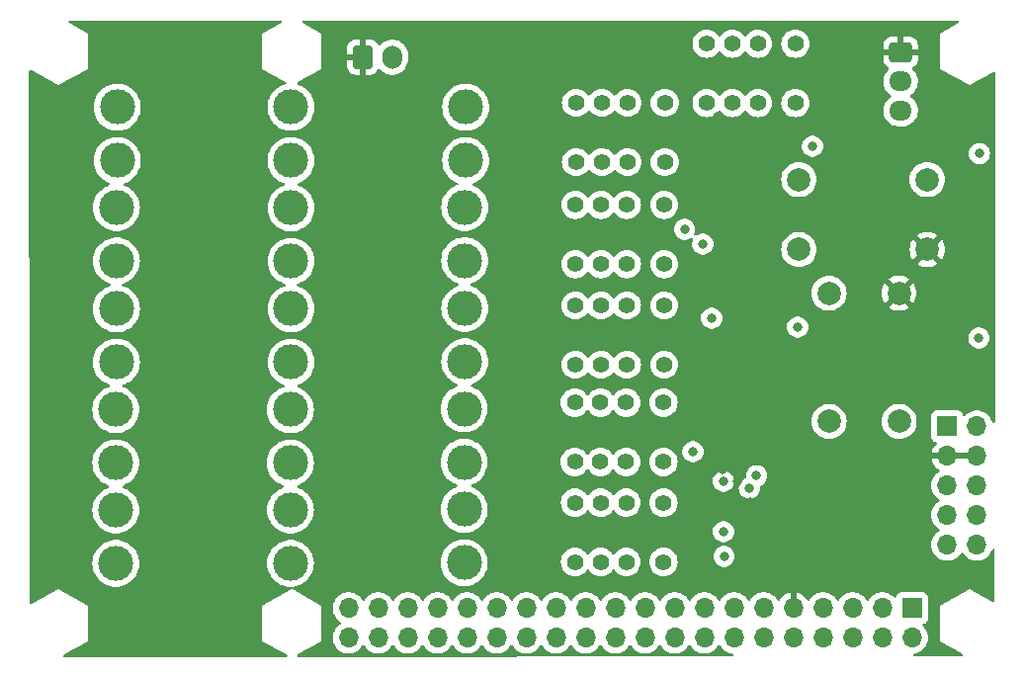
<source format=gbr>
%TF.GenerationSoftware,KiCad,Pcbnew,7.0.10*%
%TF.CreationDate,2024-04-14T10:08:43-05:00*%
%TF.ProjectId,txfilters,74786669-6c74-4657-9273-2e6b69636164,rev?*%
%TF.SameCoordinates,Original*%
%TF.FileFunction,Copper,L2,Inr*%
%TF.FilePolarity,Positive*%
%FSLAX46Y46*%
G04 Gerber Fmt 4.6, Leading zero omitted, Abs format (unit mm)*
G04 Created by KiCad (PCBNEW 7.0.10) date 2024-04-14 10:08:43*
%MOMM*%
%LPD*%
G01*
G04 APERTURE LIST*
G04 Aperture macros list*
%AMRoundRect*
0 Rectangle with rounded corners*
0 $1 Rounding radius*
0 $2 $3 $4 $5 $6 $7 $8 $9 X,Y pos of 4 corners*
0 Add a 4 corners polygon primitive as box body*
4,1,4,$2,$3,$4,$5,$6,$7,$8,$9,$2,$3,0*
0 Add four circle primitives for the rounded corners*
1,1,$1+$1,$2,$3*
1,1,$1+$1,$4,$5*
1,1,$1+$1,$6,$7*
1,1,$1+$1,$8,$9*
0 Add four rect primitives between the rounded corners*
20,1,$1+$1,$2,$3,$4,$5,0*
20,1,$1+$1,$4,$5,$6,$7,0*
20,1,$1+$1,$6,$7,$8,$9,0*
20,1,$1+$1,$8,$9,$2,$3,0*%
G04 Aperture macros list end*
%TA.AperFunction,ComponentPad*%
%ADD10C,1.400000*%
%TD*%
%TA.AperFunction,ComponentPad*%
%ADD11C,3.000000*%
%TD*%
%TA.AperFunction,ComponentPad*%
%ADD12C,2.000000*%
%TD*%
%TA.AperFunction,ComponentPad*%
%ADD13RoundRect,0.250000X-0.725000X0.600000X-0.725000X-0.600000X0.725000X-0.600000X0.725000X0.600000X0*%
%TD*%
%TA.AperFunction,ComponentPad*%
%ADD14O,1.950000X1.700000*%
%TD*%
%TA.AperFunction,ComponentPad*%
%ADD15R,1.700000X1.700000*%
%TD*%
%TA.AperFunction,ComponentPad*%
%ADD16O,1.700000X1.700000*%
%TD*%
%TA.AperFunction,ComponentPad*%
%ADD17RoundRect,0.250000X-0.600000X-0.750000X0.600000X-0.750000X0.600000X0.750000X-0.600000X0.750000X0*%
%TD*%
%TA.AperFunction,ComponentPad*%
%ADD18O,1.700000X2.000000*%
%TD*%
%TA.AperFunction,ViaPad*%
%ADD19C,0.800000*%
%TD*%
G04 APERTURE END LIST*
D10*
%TO.N,Net-(J4-Pin_6)*%
%TO.C,K6*%
X155905000Y-142295000D03*
%TO.N,Net-(K6-Pad2)*%
X152705000Y-142295000D03*
%TO.N,Net-(K5-Pad6)*%
X150505000Y-142295000D03*
%TO.N,Net-(C21-Pad1)*%
X148305000Y-142295000D03*
%TO.N,Net-(C24-Pad1)*%
X148305000Y-147375000D03*
%TO.N,Net-(K6-Pad6)*%
X150505000Y-147375000D03*
%TO.N,Net-(K6-Pad2)*%
X152705000Y-147375000D03*
%TO.N,Net-(U3-O1)*%
X155905000Y-147375000D03*
%TD*%
D11*
%TO.N,Net-(C16-Pad1)*%
%TO.C,L9*%
X109035000Y-125682500D03*
%TO.N,Net-(C15-Pad1)*%
X109035000Y-130252500D03*
%TD*%
%TO.N,Net-(C28-Pad1)*%
%TO.C,L1*%
X138945000Y-108420000D03*
%TO.N,Net-(C1-Pad1)*%
X138945000Y-112990000D03*
%TD*%
D10*
%TO.N,Net-(J4-Pin_6)*%
%TO.C,K1*%
X156005000Y-108045000D03*
%TO.N,Net-(K1-Pad2)*%
X152805000Y-108045000D03*
%TO.N,Net-(K1-Pad3)*%
X150605000Y-108045000D03*
%TO.N,Net-(C1-Pad1)*%
X148405000Y-108045000D03*
%TO.N,Net-(C30-Pad1)*%
X148405000Y-113125000D03*
%TO.N,Net-(K1-Pad6)*%
X150605000Y-113125000D03*
%TO.N,Net-(K1-Pad2)*%
X152805000Y-113125000D03*
%TO.N,Net-(U3-O5)*%
X156005000Y-113125000D03*
%TD*%
D12*
%TO.N,Net-(D1-A)*%
%TO.C,L17*%
X167485000Y-120615000D03*
%TO.N,GND*%
X178485000Y-120615000D03*
%TO.N,Net-(D2-A)*%
X167485000Y-114615000D03*
%TO.N,Net-(J3-In)*%
X178485000Y-114615000D03*
%TD*%
D11*
%TO.N,Net-(C29-Pad1)*%
%TO.C,L2*%
X123985000Y-108420000D03*
%TO.N,Net-(C28-Pad1)*%
X123985000Y-112990000D03*
%TD*%
%TO.N,Net-(C30-Pad1)*%
%TO.C,L3*%
X109105000Y-108420000D03*
%TO.N,Net-(C29-Pad1)*%
X109105000Y-112990000D03*
%TD*%
D10*
%TO.N,Net-(J4-Pin_6)*%
%TO.C,K5*%
X155895000Y-133732500D03*
%TO.N,Net-(K5-Pad2)*%
X152695000Y-133732500D03*
%TO.N,Net-(K4-Pad6)*%
X150495000Y-133732500D03*
%TO.N,Net-(C17-Pad1)*%
X148295000Y-133732500D03*
%TO.N,Net-(C20-Pad1)*%
X148295000Y-138812500D03*
%TO.N,Net-(K5-Pad6)*%
X150495000Y-138812500D03*
%TO.N,Net-(K5-Pad2)*%
X152695000Y-138812500D03*
%TO.N,Net-(U3-O2)*%
X155895000Y-138812500D03*
%TD*%
D11*
%TO.N,Net-(C12-Pad1)*%
%TO.C,L6*%
X109035000Y-117021250D03*
%TO.N,Net-(C11-Pad1)*%
X109035000Y-121591250D03*
%TD*%
%TO.N,Net-(C24-Pad1)*%
%TO.C,L15*%
X108985000Y-142929000D03*
%TO.N,Net-(C23-Pad1)*%
X108985000Y-147499000D03*
%TD*%
D12*
%TO.N,Net-(J3-In)*%
%TO.C,L16*%
X176075000Y-135345000D03*
%TO.N,GND*%
X176075000Y-124345000D03*
%TO.N,Net-(K6-Pad6)*%
X170075000Y-135345000D03*
%TO.N,Net-(D1-A)*%
X170075000Y-124345000D03*
%TD*%
D11*
%TO.N,Net-(C19-Pad1)*%
%TO.C,L11*%
X123935000Y-134325250D03*
%TO.N,Net-(C18-Pad1)*%
X123935000Y-138895250D03*
%TD*%
%TO.N,Net-(C14-Pad1)*%
%TO.C,L7*%
X138875000Y-125652500D03*
%TO.N,Net-(C13-Pad1)*%
X138875000Y-130222500D03*
%TD*%
D13*
%TO.N,GND*%
%TO.C,J6*%
X176203000Y-103713000D03*
D14*
%TO.N,Net-(J2-In)*%
X176203000Y-106213000D03*
%TO.N,Net-(J6-Pin_3)*%
X176203000Y-108713000D03*
%TD*%
D10*
%TO.N,Net-(J4-Pin_6)*%
%TO.C,K2*%
X167185000Y-102985000D03*
%TO.N,Net-(J5-Pin_2)*%
X163985000Y-102985000D03*
%TO.N,Net-(K1-Pad3)*%
X161785000Y-102985000D03*
%TO.N,Net-(J2-In)*%
X159585000Y-102985000D03*
X159585000Y-108065000D03*
%TO.N,Net-(K1-Pad3)*%
X161785000Y-108065000D03*
%TO.N,Net-(J5-Pin_2)*%
X163985000Y-108065000D03*
%TO.N,Net-(U3-O7)*%
X167185000Y-108065000D03*
%TD*%
D11*
%TO.N,Net-(C10-Pad1)*%
%TO.C,L4*%
X138875000Y-117006250D03*
%TO.N,Net-(C31-Pad1)*%
X138875000Y-121576250D03*
%TD*%
%TO.N,Net-(C15-Pad1)*%
%TO.C,L8*%
X123995000Y-125697500D03*
%TO.N,Net-(C14-Pad1)*%
X123995000Y-130267500D03*
%TD*%
%TO.N,Net-(C20-Pad1)*%
%TO.C,L12*%
X108975000Y-134317750D03*
%TO.N,Net-(C19-Pad1)*%
X108975000Y-138887750D03*
%TD*%
D10*
%TO.N,Net-(J4-Pin_6)*%
%TO.C,K3*%
X155955000Y-116787500D03*
%TO.N,Net-(K3-Pad2)*%
X152755000Y-116787500D03*
%TO.N,Net-(K1-Pad6)*%
X150555000Y-116787500D03*
%TO.N,Net-(C31-Pad1)*%
X148355000Y-116787500D03*
%TO.N,Net-(C12-Pad1)*%
X148355000Y-121867500D03*
%TO.N,Net-(K3-Pad6)*%
X150555000Y-121867500D03*
%TO.N,Net-(K3-Pad2)*%
X152755000Y-121867500D03*
%TO.N,Net-(U3-O4)*%
X155955000Y-121867500D03*
%TD*%
D11*
%TO.N,Net-(C22-Pad1)*%
%TO.C,L13*%
X138825000Y-142869000D03*
%TO.N,Net-(C21-Pad1)*%
X138825000Y-147439000D03*
%TD*%
%TO.N,Net-(C23-Pad1)*%
%TO.C,L14*%
X123945000Y-142929000D03*
%TO.N,Net-(C22-Pad1)*%
X123945000Y-147499000D03*
%TD*%
%TO.N,Net-(C11-Pad1)*%
%TO.C,L5*%
X123995000Y-117043750D03*
%TO.N,Net-(C10-Pad1)*%
X123995000Y-121613750D03*
%TD*%
D10*
%TO.N,Net-(J4-Pin_6)*%
%TO.C,K4*%
X155955000Y-125400000D03*
%TO.N,Net-(K4-Pad2)*%
X152755000Y-125400000D03*
%TO.N,Net-(K3-Pad6)*%
X150555000Y-125400000D03*
%TO.N,Net-(C13-Pad1)*%
X148355000Y-125400000D03*
%TO.N,Net-(C16-Pad1)*%
X148355000Y-130480000D03*
%TO.N,Net-(K4-Pad6)*%
X150555000Y-130480000D03*
%TO.N,Net-(K4-Pad2)*%
X152755000Y-130480000D03*
%TO.N,Net-(U3-O3)*%
X155955000Y-130480000D03*
%TD*%
D11*
%TO.N,Net-(C18-Pad1)*%
%TO.C,L10*%
X138815000Y-134272750D03*
%TO.N,Net-(C17-Pad1)*%
X138815000Y-138842750D03*
%TD*%
D15*
%TO.N,unconnected-(J4-Pin_1-Pad1)*%
%TO.C,J4*%
X180200000Y-135753600D03*
D16*
%TO.N,unconnected-(J4-Pin_2-Pad2)*%
X182740000Y-135753600D03*
%TO.N,GND*%
X180200000Y-138293600D03*
X182740000Y-138293600D03*
%TO.N,unconnected-(J4-Pin_5-Pad5)*%
X180200000Y-140833600D03*
%TO.N,Net-(J4-Pin_6)*%
X182740000Y-140833600D03*
%TO.N,unconnected-(J4-Pin_7-Pad7)*%
X180200000Y-143373600D03*
%TO.N,GND*%
X182740000Y-143373600D03*
%TO.N,unconnected-(J4-Pin_9-Pad9)*%
X180200000Y-145913600D03*
%TO.N,unconnected-(J4-Pin_10-Pad10)*%
X182740000Y-145913600D03*
%TD*%
D17*
%TO.N,GND*%
%TO.C,J5*%
X130149000Y-104135000D03*
D18*
%TO.N,Net-(J5-Pin_2)*%
X132649000Y-104135000D03*
%TD*%
D15*
%TO.N,Net-(J1-Pin_1)*%
%TO.C,J1*%
X177180000Y-151330000D03*
D16*
%TO.N,unconnected-(J1-Pin_2-Pad2)*%
X177180000Y-153870000D03*
%TO.N,Net-(J1-Pin_3)*%
X174640000Y-151330000D03*
%TO.N,unconnected-(J1-Pin_4-Pad4)*%
X174640000Y-153870000D03*
%TO.N,Net-(J1-Pin_5)*%
X172100000Y-151330000D03*
%TO.N,unconnected-(J1-Pin_6-Pad6)*%
X172100000Y-153870000D03*
%TO.N,unconnected-(J1-Pin_7-Pad7)*%
X169560000Y-151330000D03*
%TO.N,unconnected-(J1-Pin_8-Pad8)*%
X169560000Y-153870000D03*
%TO.N,GND*%
X167020000Y-151330000D03*
%TO.N,unconnected-(J1-Pin_10-Pad10)*%
X167020000Y-153870000D03*
%TO.N,unconnected-(J1-Pin_11-Pad11)*%
X164480000Y-151330000D03*
%TO.N,unconnected-(J1-Pin_12-Pad12)*%
X164480000Y-153870000D03*
%TO.N,unconnected-(J1-Pin_13-Pad13)*%
X161940000Y-151330000D03*
%TO.N,unconnected-(J1-Pin_14-Pad14)*%
X161940000Y-153870000D03*
%TO.N,unconnected-(J1-Pin_15-Pad15)*%
X159400000Y-151330000D03*
%TO.N,unconnected-(J1-Pin_16-Pad16)*%
X159400000Y-153870000D03*
%TO.N,unconnected-(J1-Pin_17-Pad17)*%
X156860000Y-151330000D03*
%TO.N,unconnected-(J1-Pin_18-Pad18)*%
X156860000Y-153870000D03*
%TO.N,unconnected-(J1-Pin_19-Pad19)*%
X154320000Y-151330000D03*
%TO.N,unconnected-(J1-Pin_20-Pad20)*%
X154320000Y-153870000D03*
%TO.N,unconnected-(J1-Pin_21-Pad21)*%
X151780000Y-151330000D03*
%TO.N,unconnected-(J1-Pin_22-Pad22)*%
X151780000Y-153870000D03*
%TO.N,unconnected-(J1-Pin_23-Pad23)*%
X149240000Y-151330000D03*
%TO.N,unconnected-(J1-Pin_24-Pad24)*%
X149240000Y-153870000D03*
%TO.N,unconnected-(J1-Pin_25-Pad25)*%
X146700000Y-151330000D03*
%TO.N,unconnected-(J1-Pin_26-Pad26)*%
X146700000Y-153870000D03*
%TO.N,unconnected-(J1-Pin_27-Pad27)*%
X144160000Y-151330000D03*
%TO.N,unconnected-(J1-Pin_28-Pad28)*%
X144160000Y-153870000D03*
%TO.N,unconnected-(J1-Pin_29-Pad29)*%
X141620000Y-151330000D03*
%TO.N,unconnected-(J1-Pin_30-Pad30)*%
X141620000Y-153870000D03*
%TO.N,unconnected-(J1-Pin_31-Pad31)*%
X139080000Y-151330000D03*
%TO.N,unconnected-(J1-Pin_32-Pad32)*%
X139080000Y-153870000D03*
%TO.N,unconnected-(J1-Pin_33-Pad33)*%
X136540000Y-151330000D03*
%TO.N,unconnected-(J1-Pin_34-Pad34)*%
X136540000Y-153870000D03*
%TO.N,unconnected-(J1-Pin_35-Pad35)*%
X134000000Y-151330000D03*
%TO.N,unconnected-(J1-Pin_36-Pad36)*%
X134000000Y-153870000D03*
%TO.N,unconnected-(J1-Pin_37-Pad37)*%
X131460000Y-151330000D03*
%TO.N,unconnected-(J1-Pin_38-Pad38)*%
X131460000Y-153870000D03*
%TO.N,unconnected-(J1-Pin_39-Pad39)*%
X128920000Y-151330000D03*
%TO.N,unconnected-(J1-Pin_40-Pad40)*%
X128920000Y-153870000D03*
%TD*%
D19*
%TO.N,GND*%
X144526000Y-121666000D03*
X114554000Y-150876000D03*
X171323000Y-143764000D03*
X144399000Y-113157000D03*
X169672000Y-107442000D03*
X157734000Y-104648000D03*
X138938000Y-102616000D03*
X129540000Y-113284000D03*
X170180000Y-117602000D03*
X160528000Y-109220000D03*
X149606000Y-119126000D03*
X163195000Y-149733000D03*
X158115000Y-149733000D03*
X154432000Y-107442000D03*
X103124000Y-147320000D03*
X149606000Y-102616000D03*
X167280000Y-128716000D03*
X114554000Y-139192000D03*
X183040000Y-108140000D03*
X179324000Y-110998000D03*
X150622000Y-149733000D03*
X103124000Y-113284000D03*
X114554000Y-134366000D03*
X144526000Y-139192000D03*
X177546000Y-137668000D03*
X103124000Y-116840000D03*
X103124000Y-134112000D03*
X178054000Y-109982000D03*
X149606000Y-128016000D03*
X129540000Y-139192000D03*
X149606000Y-105664000D03*
X144399000Y-147828000D03*
X160528000Y-149733000D03*
X170180000Y-129794000D03*
X165608000Y-109220000D03*
X129540000Y-147828000D03*
X168910000Y-143764000D03*
X114554000Y-113284000D03*
X165735000Y-149733000D03*
X144399000Y-110109000D03*
X164860000Y-123990000D03*
X129540000Y-145288000D03*
X163195000Y-147447000D03*
X165735000Y-147447000D03*
X129540000Y-127889000D03*
X182960000Y-132520000D03*
X144526000Y-119126000D03*
X144526000Y-127381000D03*
X103124000Y-121412000D03*
X181102000Y-108077000D03*
X103124000Y-130302000D03*
X168275000Y-149733000D03*
X114554000Y-108458000D03*
X155702000Y-149733000D03*
X157734000Y-107442000D03*
X182970000Y-123800000D03*
X167386000Y-132080000D03*
X129540000Y-136144000D03*
X114554000Y-147574000D03*
X164120000Y-144780000D03*
X103378000Y-108458000D03*
X168910000Y-137668000D03*
X171196000Y-140970000D03*
X149606000Y-144780000D03*
X177546000Y-140970000D03*
X129540000Y-119126000D03*
X168275000Y-147447000D03*
X114554000Y-130302000D03*
X169672000Y-104140000D03*
X144526000Y-136144000D03*
X129540000Y-110744000D03*
X153035000Y-149733000D03*
X103124000Y-142748000D03*
X165608000Y-104902000D03*
X160939836Y-139439530D03*
X163322000Y-142240000D03*
X179070000Y-150622000D03*
X158440000Y-136420000D03*
X103124000Y-125476000D03*
X138938000Y-105664000D03*
X144526000Y-130048000D03*
X114554000Y-117094000D03*
X127000000Y-150876000D03*
X144399000Y-144780000D03*
X114554000Y-142748000D03*
X162306000Y-120142000D03*
X129540000Y-121920000D03*
X149606000Y-110744000D03*
X177546000Y-145796000D03*
X171196000Y-147574000D03*
X170180000Y-110236000D03*
X168910000Y-140970000D03*
X175514000Y-129794000D03*
X170815000Y-149733000D03*
X114554000Y-121666000D03*
X129540000Y-130556000D03*
X173228000Y-104140000D03*
X171196000Y-137668000D03*
X179324000Y-106553000D03*
X182990000Y-116670000D03*
X175514000Y-117602000D03*
X149606000Y-136398000D03*
X162220000Y-140490000D03*
X114554000Y-125730000D03*
X103124000Y-139192000D03*
X173228000Y-107442000D03*
%TO.N,Net-(J1-Pin_1)*%
X161080000Y-146902000D03*
X161036000Y-144780000D03*
X158415000Y-137940000D03*
X161036000Y-140462000D03*
X163866366Y-139985000D03*
%TO.N,Net-(J4-Pin_6)*%
X159258000Y-120142000D03*
%TO.N,Net-(D1-K)*%
X167386000Y-127254000D03*
%TO.N,Net-(D2-K)*%
X163254998Y-141050128D03*
X168656000Y-111760000D03*
%TO.N,Net-(U3-O7)*%
X157704319Y-118887840D03*
%TO.N,Net-(J3-In)*%
X182910000Y-128205000D03*
%TO.N,Net-(J2-In)*%
X182960000Y-112395000D03*
%TO.N,Net-(J6-Pin_3)*%
X160020000Y-126492000D03*
%TD*%
%TA.AperFunction,Conductor*%
%TO.N,GND*%
G36*
X123171552Y-100999685D02*
G01*
X123217307Y-101052489D01*
X123227251Y-101121647D01*
X123198226Y-101185203D01*
X123164271Y-101212650D01*
X121540000Y-102106000D01*
X121540000Y-105154000D01*
X123360246Y-106155135D01*
X123520910Y-106243500D01*
X123570165Y-106293056D01*
X123584809Y-106361374D01*
X123560192Y-106426763D01*
X123504132Y-106468464D01*
X123494607Y-106471553D01*
X123310821Y-106523047D01*
X123058801Y-106632514D01*
X122824034Y-106775279D01*
X122610892Y-106948683D01*
X122423340Y-107149500D01*
X122264893Y-107373969D01*
X122264889Y-107373975D01*
X122138476Y-107617943D01*
X122046463Y-107876841D01*
X122046458Y-107876858D01*
X121990558Y-108145867D01*
X121990557Y-108145869D01*
X121971807Y-108420000D01*
X121990557Y-108694130D01*
X121990558Y-108694132D01*
X122046458Y-108963141D01*
X122046463Y-108963158D01*
X122138476Y-109222056D01*
X122264889Y-109466024D01*
X122264893Y-109466030D01*
X122423340Y-109690499D01*
X122429714Y-109697324D01*
X122610889Y-109891314D01*
X122824031Y-110064718D01*
X122824033Y-110064719D01*
X122824034Y-110064720D01*
X123058801Y-110207485D01*
X123263348Y-110296331D01*
X123310823Y-110316953D01*
X123575404Y-110391085D01*
X123814720Y-110423978D01*
X123847614Y-110428500D01*
X123847615Y-110428500D01*
X124122386Y-110428500D01*
X124151733Y-110424466D01*
X124394596Y-110391085D01*
X124659177Y-110316953D01*
X124911200Y-110207484D01*
X125145969Y-110064718D01*
X125359111Y-109891314D01*
X125546657Y-109690502D01*
X125705111Y-109466023D01*
X125831523Y-109222058D01*
X125923538Y-108963153D01*
X125923539Y-108963146D01*
X125923541Y-108963141D01*
X125963497Y-108770862D01*
X125979442Y-108694130D01*
X125998193Y-108420000D01*
X136931807Y-108420000D01*
X136950557Y-108694130D01*
X136950558Y-108694132D01*
X137006458Y-108963141D01*
X137006463Y-108963158D01*
X137098476Y-109222056D01*
X137224889Y-109466024D01*
X137224893Y-109466030D01*
X137383340Y-109690499D01*
X137389714Y-109697324D01*
X137570889Y-109891314D01*
X137784031Y-110064718D01*
X137784033Y-110064719D01*
X137784034Y-110064720D01*
X138018801Y-110207485D01*
X138223348Y-110296331D01*
X138270823Y-110316953D01*
X138535404Y-110391085D01*
X138774720Y-110423978D01*
X138807614Y-110428500D01*
X138807615Y-110428500D01*
X139082386Y-110428500D01*
X139111733Y-110424466D01*
X139354596Y-110391085D01*
X139619177Y-110316953D01*
X139871200Y-110207484D01*
X140105969Y-110064718D01*
X140319111Y-109891314D01*
X140506657Y-109690502D01*
X140665111Y-109466023D01*
X140791523Y-109222058D01*
X140883538Y-108963153D01*
X140883539Y-108963146D01*
X140883541Y-108963141D01*
X140923497Y-108770862D01*
X140939442Y-108694130D01*
X140958193Y-108420000D01*
X140939442Y-108145870D01*
X140918481Y-108045001D01*
X147191884Y-108045001D01*
X147210313Y-108255649D01*
X147210315Y-108255660D01*
X147265041Y-108459902D01*
X147265043Y-108459906D01*
X147265044Y-108459910D01*
X147274371Y-108479911D01*
X147354410Y-108651556D01*
X147354411Y-108651558D01*
X147475700Y-108824778D01*
X147625221Y-108974299D01*
X147625224Y-108974301D01*
X147798442Y-109095589D01*
X147990090Y-109184956D01*
X148194345Y-109239686D01*
X148344812Y-109252850D01*
X148404998Y-109258116D01*
X148405000Y-109258116D01*
X148405002Y-109258116D01*
X148457663Y-109253508D01*
X148615655Y-109239686D01*
X148819910Y-109184956D01*
X149011558Y-109095589D01*
X149184776Y-108974301D01*
X149334301Y-108824776D01*
X149403425Y-108726055D01*
X149458001Y-108682431D01*
X149527500Y-108675237D01*
X149589855Y-108706759D01*
X149606575Y-108726056D01*
X149675700Y-108824778D01*
X149825221Y-108974299D01*
X149825224Y-108974301D01*
X149998442Y-109095589D01*
X150190090Y-109184956D01*
X150394345Y-109239686D01*
X150544812Y-109252850D01*
X150604998Y-109258116D01*
X150605000Y-109258116D01*
X150605002Y-109258116D01*
X150657663Y-109253508D01*
X150815655Y-109239686D01*
X151019910Y-109184956D01*
X151211558Y-109095589D01*
X151384776Y-108974301D01*
X151534301Y-108824776D01*
X151603425Y-108726055D01*
X151658001Y-108682431D01*
X151727500Y-108675237D01*
X151789855Y-108706759D01*
X151806575Y-108726056D01*
X151875700Y-108824778D01*
X152025221Y-108974299D01*
X152025224Y-108974301D01*
X152198442Y-109095589D01*
X152390090Y-109184956D01*
X152594345Y-109239686D01*
X152744812Y-109252850D01*
X152804998Y-109258116D01*
X152805000Y-109258116D01*
X152805002Y-109258116D01*
X152857663Y-109253508D01*
X153015655Y-109239686D01*
X153219910Y-109184956D01*
X153411558Y-109095589D01*
X153584776Y-108974301D01*
X153734301Y-108824776D01*
X153855589Y-108651558D01*
X153944956Y-108459910D01*
X153999686Y-108255655D01*
X154018116Y-108045001D01*
X154791884Y-108045001D01*
X154810313Y-108255649D01*
X154810315Y-108255660D01*
X154865041Y-108459902D01*
X154865043Y-108459906D01*
X154865044Y-108459910D01*
X154874371Y-108479911D01*
X154954410Y-108651556D01*
X154954411Y-108651558D01*
X155075700Y-108824778D01*
X155225221Y-108974299D01*
X155225224Y-108974301D01*
X155398442Y-109095589D01*
X155590090Y-109184956D01*
X155794345Y-109239686D01*
X155944812Y-109252850D01*
X156004998Y-109258116D01*
X156005000Y-109258116D01*
X156005002Y-109258116D01*
X156057663Y-109253508D01*
X156215655Y-109239686D01*
X156419910Y-109184956D01*
X156611558Y-109095589D01*
X156784776Y-108974301D01*
X156934301Y-108824776D01*
X157055589Y-108651558D01*
X157144956Y-108459910D01*
X157199686Y-108255655D01*
X157216366Y-108065001D01*
X158371884Y-108065001D01*
X158390313Y-108275649D01*
X158390315Y-108275660D01*
X158445041Y-108479902D01*
X158445043Y-108479906D01*
X158445044Y-108479910D01*
X158485000Y-108565595D01*
X158534410Y-108671556D01*
X158534411Y-108671558D01*
X158655700Y-108844778D01*
X158805221Y-108994299D01*
X158805224Y-108994301D01*
X158978442Y-109115589D01*
X159170090Y-109204956D01*
X159374345Y-109259686D01*
X159524812Y-109272850D01*
X159584998Y-109278116D01*
X159585000Y-109278116D01*
X159585002Y-109278116D01*
X159637663Y-109273508D01*
X159795655Y-109259686D01*
X159999910Y-109204956D01*
X160191558Y-109115589D01*
X160364776Y-108994301D01*
X160514301Y-108844776D01*
X160583425Y-108746055D01*
X160638001Y-108702431D01*
X160707500Y-108695237D01*
X160769855Y-108726759D01*
X160786575Y-108746056D01*
X160855700Y-108844778D01*
X161005221Y-108994299D01*
X161005224Y-108994301D01*
X161178442Y-109115589D01*
X161370090Y-109204956D01*
X161574345Y-109259686D01*
X161724812Y-109272850D01*
X161784998Y-109278116D01*
X161785000Y-109278116D01*
X161785002Y-109278116D01*
X161837663Y-109273508D01*
X161995655Y-109259686D01*
X162199910Y-109204956D01*
X162391558Y-109115589D01*
X162564776Y-108994301D01*
X162714301Y-108844776D01*
X162783425Y-108746055D01*
X162838001Y-108702431D01*
X162907500Y-108695237D01*
X162969855Y-108726759D01*
X162986575Y-108746056D01*
X163055700Y-108844778D01*
X163205221Y-108994299D01*
X163205224Y-108994301D01*
X163378442Y-109115589D01*
X163570090Y-109204956D01*
X163774345Y-109259686D01*
X163924812Y-109272850D01*
X163984998Y-109278116D01*
X163985000Y-109278116D01*
X163985002Y-109278116D01*
X164037663Y-109273508D01*
X164195655Y-109259686D01*
X164399910Y-109204956D01*
X164591558Y-109115589D01*
X164764776Y-108994301D01*
X164914301Y-108844776D01*
X165035589Y-108671558D01*
X165124956Y-108479910D01*
X165179686Y-108275655D01*
X165198116Y-108065001D01*
X165971884Y-108065001D01*
X165990313Y-108275649D01*
X165990315Y-108275660D01*
X166045041Y-108479902D01*
X166045043Y-108479906D01*
X166045044Y-108479910D01*
X166085000Y-108565595D01*
X166134410Y-108671556D01*
X166134411Y-108671558D01*
X166255700Y-108844778D01*
X166405221Y-108994299D01*
X166405224Y-108994301D01*
X166578442Y-109115589D01*
X166770090Y-109204956D01*
X166974345Y-109259686D01*
X167124812Y-109272850D01*
X167184998Y-109278116D01*
X167185000Y-109278116D01*
X167185002Y-109278116D01*
X167237663Y-109273508D01*
X167395655Y-109259686D01*
X167599910Y-109204956D01*
X167791558Y-109115589D01*
X167964776Y-108994301D01*
X168114301Y-108844776D01*
X168235589Y-108671558D01*
X168243247Y-108655135D01*
X174715816Y-108655135D01*
X174725630Y-108886172D01*
X174725630Y-108886178D01*
X174774351Y-109112240D01*
X174860572Y-109326809D01*
X174946293Y-109466030D01*
X174981821Y-109523730D01*
X175134602Y-109697324D01*
X175134605Y-109697327D01*
X175314517Y-109842595D01*
X175314523Y-109842600D01*
X175423142Y-109903278D01*
X175516409Y-109955380D01*
X175734450Y-110032419D01*
X175734456Y-110032420D01*
X175962365Y-110071499D01*
X175962373Y-110071499D01*
X175962375Y-110071500D01*
X175962376Y-110071500D01*
X176385713Y-110071500D01*
X176385730Y-110071499D01*
X176558413Y-110056802D01*
X176558416Y-110056801D01*
X176558418Y-110056801D01*
X176782207Y-109998530D01*
X176782208Y-109998529D01*
X176782210Y-109998529D01*
X176992919Y-109903283D01*
X176992922Y-109903280D01*
X176992929Y-109903278D01*
X177184523Y-109773783D01*
X177351476Y-109613772D01*
X177488985Y-109427847D01*
X177593095Y-109221357D01*
X177660811Y-109000243D01*
X177690184Y-108770865D01*
X177688280Y-108726056D01*
X177680369Y-108539827D01*
X177680369Y-108539821D01*
X177631648Y-108313759D01*
X177545427Y-108099190D01*
X177545426Y-108099187D01*
X177424179Y-107902270D01*
X177271398Y-107728676D01*
X177271396Y-107728674D01*
X177271394Y-107728672D01*
X177091482Y-107583404D01*
X177091476Y-107583400D01*
X177067431Y-107569967D01*
X177018506Y-107520086D01*
X177004314Y-107451673D01*
X177029363Y-107386448D01*
X177058466Y-107358982D01*
X177184523Y-107273783D01*
X177351476Y-107113772D01*
X177488985Y-106927847D01*
X177593095Y-106721357D01*
X177660811Y-106500243D01*
X177690184Y-106270865D01*
X177680369Y-106039822D01*
X177631649Y-105813762D01*
X177545426Y-105599187D01*
X177424179Y-105402270D01*
X177271398Y-105228676D01*
X177234765Y-105199097D01*
X177194972Y-105141667D01*
X177192545Y-105071839D01*
X177228256Y-105011785D01*
X177247568Y-104997082D01*
X177396343Y-104905317D01*
X177520315Y-104781345D01*
X177612356Y-104632124D01*
X177612358Y-104632119D01*
X177667505Y-104465697D01*
X177667506Y-104465690D01*
X177677999Y-104362986D01*
X177678000Y-104362973D01*
X177678000Y-103963000D01*
X176606969Y-103963000D01*
X176639519Y-103912351D01*
X176678000Y-103781295D01*
X176678000Y-103644705D01*
X176639519Y-103513649D01*
X176606969Y-103463000D01*
X177677999Y-103463000D01*
X177677999Y-103063028D01*
X177677998Y-103063013D01*
X177667505Y-102960302D01*
X177612358Y-102793880D01*
X177612356Y-102793875D01*
X177520315Y-102644654D01*
X177396345Y-102520684D01*
X177247124Y-102428643D01*
X177247119Y-102428641D01*
X177080697Y-102373494D01*
X177080690Y-102373493D01*
X176977986Y-102363000D01*
X176453000Y-102363000D01*
X176453000Y-103304981D01*
X176338199Y-103252554D01*
X176236975Y-103238000D01*
X176169025Y-103238000D01*
X176067801Y-103252554D01*
X175953000Y-103304981D01*
X175953000Y-102363000D01*
X175428028Y-102363000D01*
X175428012Y-102363001D01*
X175325302Y-102373494D01*
X175158880Y-102428641D01*
X175158875Y-102428643D01*
X175009654Y-102520684D01*
X174885684Y-102644654D01*
X174793643Y-102793875D01*
X174793641Y-102793880D01*
X174738494Y-102960302D01*
X174738493Y-102960309D01*
X174728000Y-103063013D01*
X174728000Y-103463000D01*
X175799031Y-103463000D01*
X175766481Y-103513649D01*
X175728000Y-103644705D01*
X175728000Y-103781295D01*
X175766481Y-103912351D01*
X175799031Y-103963000D01*
X174728001Y-103963000D01*
X174728001Y-104362986D01*
X174738494Y-104465697D01*
X174793641Y-104632119D01*
X174793643Y-104632124D01*
X174885684Y-104781345D01*
X175009654Y-104905315D01*
X175158847Y-104997338D01*
X175205571Y-105049286D01*
X175216794Y-105118249D01*
X175188950Y-105182331D01*
X175179551Y-105192399D01*
X175064045Y-105303103D01*
X175054524Y-105312228D01*
X174977149Y-105416846D01*
X174917013Y-105498155D01*
X174812905Y-105704641D01*
X174745188Y-105925759D01*
X174715816Y-106155135D01*
X174725630Y-106386172D01*
X174725630Y-106386178D01*
X174774351Y-106612240D01*
X174839866Y-106775279D01*
X174860574Y-106826813D01*
X174908741Y-106905041D01*
X174963768Y-106994411D01*
X174981821Y-107023730D01*
X175134602Y-107197324D01*
X175134605Y-107197327D01*
X175314517Y-107342595D01*
X175314521Y-107342598D01*
X175314524Y-107342600D01*
X175338565Y-107356030D01*
X175387491Y-107405908D01*
X175401685Y-107474320D01*
X175376639Y-107539547D01*
X175347530Y-107567019D01*
X175221482Y-107652213D01*
X175221477Y-107652217D01*
X175054528Y-107812223D01*
X175054525Y-107812227D01*
X175054524Y-107812228D01*
X175038163Y-107834350D01*
X174917013Y-107998155D01*
X174812905Y-108204641D01*
X174745188Y-108425759D01*
X174715816Y-108655135D01*
X168243247Y-108655135D01*
X168324956Y-108479910D01*
X168379686Y-108275655D01*
X168398116Y-108065000D01*
X168379686Y-107854345D01*
X168324956Y-107650090D01*
X168235589Y-107458442D01*
X168114301Y-107285224D01*
X168114299Y-107285221D01*
X167964778Y-107135700D01*
X167791558Y-107014411D01*
X167791556Y-107014410D01*
X167650610Y-106948686D01*
X167599910Y-106925044D01*
X167599906Y-106925043D01*
X167599902Y-106925041D01*
X167395660Y-106870315D01*
X167395656Y-106870314D01*
X167395655Y-106870314D01*
X167395654Y-106870313D01*
X167395649Y-106870313D01*
X167185002Y-106851884D01*
X167184998Y-106851884D01*
X166974350Y-106870313D01*
X166974339Y-106870315D01*
X166770097Y-106925041D01*
X166770088Y-106925045D01*
X166578443Y-107014410D01*
X166578441Y-107014411D01*
X166405221Y-107135700D01*
X166255700Y-107285221D01*
X166134411Y-107458441D01*
X166134410Y-107458443D01*
X166045045Y-107650088D01*
X166045041Y-107650097D01*
X165990315Y-107854339D01*
X165990313Y-107854350D01*
X165971884Y-108064998D01*
X165971884Y-108065001D01*
X165198116Y-108065001D01*
X165198116Y-108065000D01*
X165179686Y-107854345D01*
X165124956Y-107650090D01*
X165035589Y-107458442D01*
X164914301Y-107285224D01*
X164914299Y-107285221D01*
X164764778Y-107135700D01*
X164591558Y-107014411D01*
X164591556Y-107014410D01*
X164450610Y-106948686D01*
X164399910Y-106925044D01*
X164399906Y-106925043D01*
X164399902Y-106925041D01*
X164195660Y-106870315D01*
X164195656Y-106870314D01*
X164195655Y-106870314D01*
X164195654Y-106870313D01*
X164195649Y-106870313D01*
X163985002Y-106851884D01*
X163984998Y-106851884D01*
X163774350Y-106870313D01*
X163774339Y-106870315D01*
X163570097Y-106925041D01*
X163570088Y-106925045D01*
X163378443Y-107014410D01*
X163378441Y-107014411D01*
X163205221Y-107135700D01*
X163055699Y-107285222D01*
X162986575Y-107383943D01*
X162931998Y-107427568D01*
X162862500Y-107434762D01*
X162800145Y-107403239D01*
X162783425Y-107383943D01*
X162714300Y-107285222D01*
X162564778Y-107135700D01*
X162391558Y-107014411D01*
X162391556Y-107014410D01*
X162250610Y-106948686D01*
X162199910Y-106925044D01*
X162199906Y-106925043D01*
X162199902Y-106925041D01*
X161995660Y-106870315D01*
X161995656Y-106870314D01*
X161995655Y-106870314D01*
X161995654Y-106870313D01*
X161995649Y-106870313D01*
X161785002Y-106851884D01*
X161784998Y-106851884D01*
X161574350Y-106870313D01*
X161574339Y-106870315D01*
X161370097Y-106925041D01*
X161370088Y-106925045D01*
X161178443Y-107014410D01*
X161178441Y-107014411D01*
X161005221Y-107135700D01*
X160855699Y-107285222D01*
X160786575Y-107383943D01*
X160731998Y-107427568D01*
X160662500Y-107434762D01*
X160600145Y-107403239D01*
X160583425Y-107383943D01*
X160514300Y-107285222D01*
X160364778Y-107135700D01*
X160191558Y-107014411D01*
X160191556Y-107014410D01*
X160050610Y-106948686D01*
X159999910Y-106925044D01*
X159999906Y-106925043D01*
X159999902Y-106925041D01*
X159795660Y-106870315D01*
X159795656Y-106870314D01*
X159795655Y-106870314D01*
X159795654Y-106870313D01*
X159795649Y-106870313D01*
X159585002Y-106851884D01*
X159584998Y-106851884D01*
X159374350Y-106870313D01*
X159374339Y-106870315D01*
X159170097Y-106925041D01*
X159170088Y-106925045D01*
X158978443Y-107014410D01*
X158978441Y-107014411D01*
X158805221Y-107135700D01*
X158655700Y-107285221D01*
X158534411Y-107458441D01*
X158534410Y-107458443D01*
X158445045Y-107650088D01*
X158445041Y-107650097D01*
X158390315Y-107854339D01*
X158390313Y-107854350D01*
X158371884Y-108064998D01*
X158371884Y-108065001D01*
X157216366Y-108065001D01*
X157218116Y-108045000D01*
X157199686Y-107834345D01*
X157150315Y-107650090D01*
X157144958Y-107630097D01*
X157144957Y-107630096D01*
X157144956Y-107630090D01*
X157055589Y-107438442D01*
X156934301Y-107265224D01*
X156934299Y-107265221D01*
X156784778Y-107115700D01*
X156611558Y-106994411D01*
X156611556Y-106994410D01*
X156513494Y-106948683D01*
X156419910Y-106905044D01*
X156419906Y-106905043D01*
X156419902Y-106905041D01*
X156215660Y-106850315D01*
X156215656Y-106850314D01*
X156215655Y-106850314D01*
X156215654Y-106850313D01*
X156215649Y-106850313D01*
X156005002Y-106831884D01*
X156004998Y-106831884D01*
X155794350Y-106850313D01*
X155794339Y-106850315D01*
X155590097Y-106905041D01*
X155590088Y-106905045D01*
X155398443Y-106994410D01*
X155398441Y-106994411D01*
X155225221Y-107115700D01*
X155075700Y-107265221D01*
X154954411Y-107438441D01*
X154954410Y-107438443D01*
X154865045Y-107630088D01*
X154865041Y-107630097D01*
X154810315Y-107834339D01*
X154810313Y-107834350D01*
X154791884Y-108044998D01*
X154791884Y-108045001D01*
X154018116Y-108045001D01*
X154018116Y-108045000D01*
X153999686Y-107834345D01*
X153950315Y-107650090D01*
X153944958Y-107630097D01*
X153944957Y-107630096D01*
X153944956Y-107630090D01*
X153855589Y-107438442D01*
X153734301Y-107265224D01*
X153734299Y-107265221D01*
X153584778Y-107115700D01*
X153411558Y-106994411D01*
X153411556Y-106994410D01*
X153313494Y-106948683D01*
X153219910Y-106905044D01*
X153219906Y-106905043D01*
X153219902Y-106905041D01*
X153015660Y-106850315D01*
X153015656Y-106850314D01*
X153015655Y-106850314D01*
X153015654Y-106850313D01*
X153015649Y-106850313D01*
X152805002Y-106831884D01*
X152804998Y-106831884D01*
X152594350Y-106850313D01*
X152594339Y-106850315D01*
X152390097Y-106905041D01*
X152390088Y-106905045D01*
X152198443Y-106994410D01*
X152198441Y-106994411D01*
X152025221Y-107115700D01*
X151875699Y-107265222D01*
X151806575Y-107363943D01*
X151751998Y-107407568D01*
X151682500Y-107414762D01*
X151620145Y-107383239D01*
X151603425Y-107363943D01*
X151534300Y-107265222D01*
X151384778Y-107115700D01*
X151211558Y-106994411D01*
X151211556Y-106994410D01*
X151113494Y-106948683D01*
X151019910Y-106905044D01*
X151019906Y-106905043D01*
X151019902Y-106905041D01*
X150815660Y-106850315D01*
X150815656Y-106850314D01*
X150815655Y-106850314D01*
X150815654Y-106850313D01*
X150815649Y-106850313D01*
X150605002Y-106831884D01*
X150604998Y-106831884D01*
X150394350Y-106850313D01*
X150394339Y-106850315D01*
X150190097Y-106905041D01*
X150190088Y-106905045D01*
X149998443Y-106994410D01*
X149998441Y-106994411D01*
X149825221Y-107115700D01*
X149675699Y-107265222D01*
X149606575Y-107363943D01*
X149551998Y-107407568D01*
X149482500Y-107414762D01*
X149420145Y-107383239D01*
X149403425Y-107363943D01*
X149334300Y-107265222D01*
X149184778Y-107115700D01*
X149011558Y-106994411D01*
X149011556Y-106994410D01*
X148913494Y-106948683D01*
X148819910Y-106905044D01*
X148819906Y-106905043D01*
X148819902Y-106905041D01*
X148615660Y-106850315D01*
X148615656Y-106850314D01*
X148615655Y-106850314D01*
X148615654Y-106850313D01*
X148615649Y-106850313D01*
X148405002Y-106831884D01*
X148404998Y-106831884D01*
X148194350Y-106850313D01*
X148194339Y-106850315D01*
X147990097Y-106905041D01*
X147990088Y-106905045D01*
X147798443Y-106994410D01*
X147798441Y-106994411D01*
X147625221Y-107115700D01*
X147475700Y-107265221D01*
X147354411Y-107438441D01*
X147354410Y-107438443D01*
X147265045Y-107630088D01*
X147265041Y-107630097D01*
X147210315Y-107834339D01*
X147210313Y-107834350D01*
X147191884Y-108044998D01*
X147191884Y-108045001D01*
X140918481Y-108045001D01*
X140908746Y-107998153D01*
X140883541Y-107876858D01*
X140883536Y-107876841D01*
X140830878Y-107728676D01*
X140791523Y-107617942D01*
X140665111Y-107373977D01*
X140665110Y-107373975D01*
X140665106Y-107373969D01*
X140506659Y-107149500D01*
X140389197Y-107023730D01*
X140319111Y-106948686D01*
X140105969Y-106775282D01*
X140105967Y-106775281D01*
X140105965Y-106775279D01*
X139871198Y-106632514D01*
X139619178Y-106523047D01*
X139354602Y-106448916D01*
X139354597Y-106448915D01*
X139354596Y-106448915D01*
X139193430Y-106426763D01*
X139082386Y-106411500D01*
X139082385Y-106411500D01*
X138807615Y-106411500D01*
X138807614Y-106411500D01*
X138535404Y-106448915D01*
X138535397Y-106448916D01*
X138270821Y-106523047D01*
X138018801Y-106632514D01*
X137784034Y-106775279D01*
X137570892Y-106948683D01*
X137383340Y-107149500D01*
X137224893Y-107373969D01*
X137224889Y-107373975D01*
X137098476Y-107617943D01*
X137006463Y-107876841D01*
X137006458Y-107876858D01*
X136950558Y-108145867D01*
X136950557Y-108145869D01*
X136931807Y-108420000D01*
X125998193Y-108420000D01*
X125979442Y-108145870D01*
X125948746Y-107998153D01*
X125923541Y-107876858D01*
X125923536Y-107876841D01*
X125870878Y-107728676D01*
X125831523Y-107617942D01*
X125705111Y-107373977D01*
X125705110Y-107373975D01*
X125705106Y-107373969D01*
X125546659Y-107149500D01*
X125429197Y-107023730D01*
X125359111Y-106948686D01*
X125145969Y-106775282D01*
X125145967Y-106775281D01*
X125145965Y-106775279D01*
X124911198Y-106632514D01*
X124659173Y-106523045D01*
X124601266Y-106506820D01*
X124542024Y-106469778D01*
X124512213Y-106406588D01*
X124521297Y-106337311D01*
X124566393Y-106283944D01*
X124574948Y-106278777D01*
X126620000Y-105154000D01*
X126620000Y-103885000D01*
X128799000Y-103885000D01*
X129715314Y-103885000D01*
X129689507Y-103925156D01*
X129649000Y-104063111D01*
X129649000Y-104206889D01*
X129689507Y-104344844D01*
X129715314Y-104385000D01*
X128799001Y-104385000D01*
X128799001Y-104934986D01*
X128809494Y-105037697D01*
X128864641Y-105204119D01*
X128864643Y-105204124D01*
X128956684Y-105353345D01*
X129080654Y-105477315D01*
X129229875Y-105569356D01*
X129229880Y-105569358D01*
X129396302Y-105624505D01*
X129396309Y-105624506D01*
X129499019Y-105634999D01*
X129898999Y-105634999D01*
X129899000Y-105634998D01*
X129899000Y-104570501D01*
X130006685Y-104619680D01*
X130113237Y-104635000D01*
X130184763Y-104635000D01*
X130291315Y-104619680D01*
X130399000Y-104570501D01*
X130399000Y-105634999D01*
X130798972Y-105634999D01*
X130798986Y-105634998D01*
X130901697Y-105624505D01*
X131068119Y-105569358D01*
X131068124Y-105569356D01*
X131217345Y-105477315D01*
X131341317Y-105353343D01*
X131433338Y-105204153D01*
X131485286Y-105157428D01*
X131554248Y-105146205D01*
X131618331Y-105174048D01*
X131628397Y-105183446D01*
X131748228Y-105308476D01*
X131934153Y-105445985D01*
X132140643Y-105550095D01*
X132361757Y-105617811D01*
X132591135Y-105647184D01*
X132822178Y-105637369D01*
X133048238Y-105588649D01*
X133262813Y-105502426D01*
X133459730Y-105381179D01*
X133633324Y-105228398D01*
X133778600Y-105048476D01*
X133891380Y-104846591D01*
X133968419Y-104628550D01*
X133996325Y-104465798D01*
X134007499Y-104400634D01*
X134007500Y-104400623D01*
X134007500Y-103927287D01*
X134007499Y-103927269D01*
X133992802Y-103754586D01*
X133934530Y-103530793D01*
X133934529Y-103530789D01*
X133839283Y-103320080D01*
X133839276Y-103320068D01*
X133709790Y-103128486D01*
X133709786Y-103128481D01*
X133709783Y-103128477D01*
X133572273Y-102985001D01*
X158371884Y-102985001D01*
X158390313Y-103195649D01*
X158390315Y-103195660D01*
X158445041Y-103399902D01*
X158445043Y-103399906D01*
X158445044Y-103399910D01*
X158506074Y-103530789D01*
X158534410Y-103591556D01*
X158534411Y-103591558D01*
X158655700Y-103764778D01*
X158805221Y-103914299D01*
X158805224Y-103914301D01*
X158978442Y-104035589D01*
X159170090Y-104124956D01*
X159374345Y-104179686D01*
X159524812Y-104192850D01*
X159584998Y-104198116D01*
X159585000Y-104198116D01*
X159585002Y-104198116D01*
X159637663Y-104193508D01*
X159795655Y-104179686D01*
X159999910Y-104124956D01*
X160191558Y-104035589D01*
X160364776Y-103914301D01*
X160514301Y-103764776D01*
X160583425Y-103666055D01*
X160638001Y-103622431D01*
X160707500Y-103615237D01*
X160769855Y-103646759D01*
X160786575Y-103666056D01*
X160855700Y-103764778D01*
X161005221Y-103914299D01*
X161005224Y-103914301D01*
X161178442Y-104035589D01*
X161370090Y-104124956D01*
X161574345Y-104179686D01*
X161724812Y-104192850D01*
X161784998Y-104198116D01*
X161785000Y-104198116D01*
X161785002Y-104198116D01*
X161837663Y-104193508D01*
X161995655Y-104179686D01*
X162199910Y-104124956D01*
X162391558Y-104035589D01*
X162564776Y-103914301D01*
X162714301Y-103764776D01*
X162783425Y-103666055D01*
X162838001Y-103622431D01*
X162907500Y-103615237D01*
X162969855Y-103646759D01*
X162986575Y-103666056D01*
X163055700Y-103764778D01*
X163205221Y-103914299D01*
X163205224Y-103914301D01*
X163378442Y-104035589D01*
X163570090Y-104124956D01*
X163774345Y-104179686D01*
X163924812Y-104192850D01*
X163984998Y-104198116D01*
X163985000Y-104198116D01*
X163985002Y-104198116D01*
X164037663Y-104193508D01*
X164195655Y-104179686D01*
X164399910Y-104124956D01*
X164591558Y-104035589D01*
X164764776Y-103914301D01*
X164914301Y-103764776D01*
X165035589Y-103591558D01*
X165124956Y-103399910D01*
X165179686Y-103195655D01*
X165198116Y-102985001D01*
X165971884Y-102985001D01*
X165990313Y-103195649D01*
X165990315Y-103195660D01*
X166045041Y-103399902D01*
X166045043Y-103399906D01*
X166045044Y-103399910D01*
X166106074Y-103530789D01*
X166134410Y-103591556D01*
X166134411Y-103591558D01*
X166255700Y-103764778D01*
X166405221Y-103914299D01*
X166405224Y-103914301D01*
X166578442Y-104035589D01*
X166770090Y-104124956D01*
X166974345Y-104179686D01*
X167124812Y-104192850D01*
X167184998Y-104198116D01*
X167185000Y-104198116D01*
X167185002Y-104198116D01*
X167237663Y-104193508D01*
X167395655Y-104179686D01*
X167599910Y-104124956D01*
X167791558Y-104035589D01*
X167964776Y-103914301D01*
X168114301Y-103764776D01*
X168235589Y-103591558D01*
X168324956Y-103399910D01*
X168379686Y-103195655D01*
X168398116Y-102985000D01*
X168396062Y-102961528D01*
X168389701Y-102888820D01*
X168379686Y-102774345D01*
X168324956Y-102570090D01*
X168235589Y-102378442D01*
X168114301Y-102205224D01*
X168114299Y-102205221D01*
X167964778Y-102055700D01*
X167791558Y-101934411D01*
X167791556Y-101934410D01*
X167697695Y-101890642D01*
X167599910Y-101845044D01*
X167599906Y-101845043D01*
X167599902Y-101845041D01*
X167395660Y-101790315D01*
X167395656Y-101790314D01*
X167395655Y-101790314D01*
X167395654Y-101790313D01*
X167395649Y-101790313D01*
X167185002Y-101771884D01*
X167184998Y-101771884D01*
X166974350Y-101790313D01*
X166974339Y-101790315D01*
X166770097Y-101845041D01*
X166770088Y-101845045D01*
X166578443Y-101934410D01*
X166578441Y-101934411D01*
X166405221Y-102055700D01*
X166255700Y-102205221D01*
X166134411Y-102378441D01*
X166134410Y-102378443D01*
X166045045Y-102570088D01*
X166045041Y-102570097D01*
X165990315Y-102774339D01*
X165990313Y-102774350D01*
X165971884Y-102984998D01*
X165971884Y-102985001D01*
X165198116Y-102985001D01*
X165198116Y-102985000D01*
X165196062Y-102961528D01*
X165189701Y-102888820D01*
X165179686Y-102774345D01*
X165124956Y-102570090D01*
X165035589Y-102378442D01*
X164914301Y-102205224D01*
X164914299Y-102205221D01*
X164764778Y-102055700D01*
X164591558Y-101934411D01*
X164591556Y-101934410D01*
X164497695Y-101890642D01*
X164399910Y-101845044D01*
X164399906Y-101845043D01*
X164399902Y-101845041D01*
X164195660Y-101790315D01*
X164195656Y-101790314D01*
X164195655Y-101790314D01*
X164195654Y-101790313D01*
X164195649Y-101790313D01*
X163985002Y-101771884D01*
X163984998Y-101771884D01*
X163774350Y-101790313D01*
X163774339Y-101790315D01*
X163570097Y-101845041D01*
X163570088Y-101845045D01*
X163378443Y-101934410D01*
X163378441Y-101934411D01*
X163205221Y-102055700D01*
X163055699Y-102205222D01*
X162986575Y-102303943D01*
X162931998Y-102347568D01*
X162862500Y-102354762D01*
X162800145Y-102323239D01*
X162783425Y-102303943D01*
X162714300Y-102205222D01*
X162564778Y-102055700D01*
X162391558Y-101934411D01*
X162391556Y-101934410D01*
X162297695Y-101890642D01*
X162199910Y-101845044D01*
X162199906Y-101845043D01*
X162199902Y-101845041D01*
X161995660Y-101790315D01*
X161995656Y-101790314D01*
X161995655Y-101790314D01*
X161995654Y-101790313D01*
X161995649Y-101790313D01*
X161785002Y-101771884D01*
X161784998Y-101771884D01*
X161574350Y-101790313D01*
X161574339Y-101790315D01*
X161370097Y-101845041D01*
X161370088Y-101845045D01*
X161178443Y-101934410D01*
X161178441Y-101934411D01*
X161005221Y-102055700D01*
X160855699Y-102205222D01*
X160786575Y-102303943D01*
X160731998Y-102347568D01*
X160662500Y-102354762D01*
X160600145Y-102323239D01*
X160583425Y-102303943D01*
X160514300Y-102205222D01*
X160364778Y-102055700D01*
X160191558Y-101934411D01*
X160191556Y-101934410D01*
X160097695Y-101890642D01*
X159999910Y-101845044D01*
X159999906Y-101845043D01*
X159999902Y-101845041D01*
X159795660Y-101790315D01*
X159795656Y-101790314D01*
X159795655Y-101790314D01*
X159795654Y-101790313D01*
X159795649Y-101790313D01*
X159585002Y-101771884D01*
X159584998Y-101771884D01*
X159374350Y-101790313D01*
X159374339Y-101790315D01*
X159170097Y-101845041D01*
X159170088Y-101845045D01*
X158978443Y-101934410D01*
X158978441Y-101934411D01*
X158805221Y-102055700D01*
X158655700Y-102205221D01*
X158534411Y-102378441D01*
X158534410Y-102378443D01*
X158445045Y-102570088D01*
X158445041Y-102570097D01*
X158390315Y-102774339D01*
X158390313Y-102774350D01*
X158371884Y-102984998D01*
X158371884Y-102985001D01*
X133572273Y-102985001D01*
X133549772Y-102961524D01*
X133363847Y-102824015D01*
X133363846Y-102824014D01*
X133363844Y-102824013D01*
X133157358Y-102719905D01*
X133029888Y-102680867D01*
X132936243Y-102652189D01*
X132936241Y-102652188D01*
X132936242Y-102652188D01*
X132706859Y-102622815D01*
X132475827Y-102632630D01*
X132475821Y-102632630D01*
X132249759Y-102681351D01*
X132035190Y-102767572D01*
X131838270Y-102888820D01*
X131664679Y-103041599D01*
X131664671Y-103041607D01*
X131635096Y-103078235D01*
X131577665Y-103118028D01*
X131507838Y-103120453D01*
X131447784Y-103084742D01*
X131433082Y-103065432D01*
X131341315Y-102916654D01*
X131217345Y-102792684D01*
X131068124Y-102700643D01*
X131068119Y-102700641D01*
X130901697Y-102645494D01*
X130901690Y-102645493D01*
X130798986Y-102635000D01*
X130399000Y-102635000D01*
X130399000Y-103699498D01*
X130291315Y-103650320D01*
X130184763Y-103635000D01*
X130113237Y-103635000D01*
X130006685Y-103650320D01*
X129899000Y-103699498D01*
X129899000Y-102635000D01*
X129499028Y-102635000D01*
X129499012Y-102635001D01*
X129396302Y-102645494D01*
X129229880Y-102700641D01*
X129229875Y-102700643D01*
X129080654Y-102792684D01*
X128956684Y-102916654D01*
X128864643Y-103065875D01*
X128864641Y-103065880D01*
X128809494Y-103232302D01*
X128809493Y-103232309D01*
X128799000Y-103335013D01*
X128799000Y-103885000D01*
X126620000Y-103885000D01*
X126620000Y-102106000D01*
X124995728Y-101212650D01*
X124946474Y-101163095D01*
X124931830Y-101094777D01*
X124956447Y-101029388D01*
X125012507Y-100987687D01*
X125055487Y-100980000D01*
X181104513Y-100980000D01*
X181171552Y-100999685D01*
X181217307Y-101052489D01*
X181227251Y-101121647D01*
X181198226Y-101185203D01*
X181164271Y-101212650D01*
X179540000Y-102106000D01*
X179540000Y-105154000D01*
X182080000Y-106551000D01*
X184158751Y-105407686D01*
X184226972Y-105392629D01*
X184292511Y-105416846D01*
X184334552Y-105472652D01*
X184342503Y-105516544D01*
X184293196Y-135358518D01*
X184273401Y-135425525D01*
X184220521Y-135471192D01*
X184151346Y-135481022D01*
X184087839Y-135451892D01*
X184050161Y-135393051D01*
X184048990Y-135388753D01*
X184031270Y-135318780D01*
X184029296Y-135310984D01*
X183938860Y-135104809D01*
X183919259Y-135074808D01*
X183815723Y-134916334D01*
X183815715Y-134916323D01*
X183663243Y-134750697D01*
X183663238Y-134750692D01*
X183485577Y-134612412D01*
X183485572Y-134612408D01*
X183287580Y-134505261D01*
X183287577Y-134505259D01*
X183287574Y-134505258D01*
X183287571Y-134505257D01*
X183287569Y-134505256D01*
X183074637Y-134432156D01*
X182852569Y-134395100D01*
X182627431Y-134395100D01*
X182405362Y-134432156D01*
X182192430Y-134505256D01*
X182192419Y-134505261D01*
X181994427Y-134612408D01*
X181994422Y-134612412D01*
X181816761Y-134750692D01*
X181753548Y-134819360D01*
X181693661Y-134855350D01*
X181623823Y-134853249D01*
X181566207Y-134813724D01*
X181546138Y-134778710D01*
X181500889Y-134657396D01*
X181467214Y-134612412D01*
X181413261Y-134540339D01*
X181296204Y-134452711D01*
X181159203Y-134401611D01*
X181098654Y-134395100D01*
X181098638Y-134395100D01*
X179301362Y-134395100D01*
X179301345Y-134395100D01*
X179240797Y-134401611D01*
X179240795Y-134401611D01*
X179103795Y-134452711D01*
X178986739Y-134540339D01*
X178899111Y-134657395D01*
X178848011Y-134794395D01*
X178848011Y-134794397D01*
X178841500Y-134854945D01*
X178841500Y-136652254D01*
X178848011Y-136712802D01*
X178848011Y-136712804D01*
X178895280Y-136839534D01*
X178899111Y-136849804D01*
X178986739Y-136966861D01*
X179103796Y-137054489D01*
X179233382Y-137102822D01*
X179289313Y-137144693D01*
X179313730Y-137210157D01*
X179298878Y-137278430D01*
X179277728Y-137306684D01*
X179161886Y-137422526D01*
X179026400Y-137616020D01*
X179026399Y-137616022D01*
X178926570Y-137830107D01*
X178926567Y-137830113D01*
X178869364Y-138043599D01*
X178869364Y-138043600D01*
X179766314Y-138043600D01*
X179740507Y-138083756D01*
X179700000Y-138221711D01*
X179700000Y-138365489D01*
X179740507Y-138503444D01*
X179766314Y-138543600D01*
X178869364Y-138543600D01*
X178926567Y-138757086D01*
X178926570Y-138757092D01*
X179026399Y-138971178D01*
X179161894Y-139164682D01*
X179328917Y-139331705D01*
X179509802Y-139458363D01*
X179553427Y-139512940D01*
X179560619Y-139582439D01*
X179529097Y-139644793D01*
X179497697Y-139668992D01*
X179454427Y-139692409D01*
X179454422Y-139692412D01*
X179276761Y-139830692D01*
X179276756Y-139830697D01*
X179124284Y-139996323D01*
X179124276Y-139996334D01*
X179001140Y-140184807D01*
X178910703Y-140390985D01*
X178855436Y-140609228D01*
X178855434Y-140609240D01*
X178836844Y-140833594D01*
X178836844Y-140833605D01*
X178855434Y-141057959D01*
X178855436Y-141057971D01*
X178910703Y-141276214D01*
X179001140Y-141482392D01*
X179124276Y-141670865D01*
X179124284Y-141670876D01*
X179276756Y-141836502D01*
X179276760Y-141836506D01*
X179454424Y-141974789D01*
X179454429Y-141974791D01*
X179454431Y-141974793D01*
X179490930Y-141994546D01*
X179540520Y-142043765D01*
X179555628Y-142111982D01*
X179531457Y-142177537D01*
X179490930Y-142212654D01*
X179454431Y-142232406D01*
X179454422Y-142232412D01*
X179276761Y-142370692D01*
X179276756Y-142370697D01*
X179124284Y-142536323D01*
X179124276Y-142536334D01*
X179001140Y-142724807D01*
X178910703Y-142930985D01*
X178855436Y-143149228D01*
X178855434Y-143149240D01*
X178836844Y-143373594D01*
X178836844Y-143373605D01*
X178855434Y-143597959D01*
X178855436Y-143597971D01*
X178910703Y-143816214D01*
X179001140Y-144022392D01*
X179124276Y-144210865D01*
X179124284Y-144210876D01*
X179243444Y-144340316D01*
X179276760Y-144376506D01*
X179454424Y-144514789D01*
X179454429Y-144514791D01*
X179454431Y-144514793D01*
X179490930Y-144534546D01*
X179540520Y-144583765D01*
X179555628Y-144651982D01*
X179531457Y-144717537D01*
X179490930Y-144752654D01*
X179454431Y-144772406D01*
X179454422Y-144772412D01*
X179276761Y-144910692D01*
X179276756Y-144910697D01*
X179124284Y-145076323D01*
X179124276Y-145076334D01*
X179001140Y-145264807D01*
X178910703Y-145470985D01*
X178855436Y-145689228D01*
X178855434Y-145689240D01*
X178836844Y-145913594D01*
X178836844Y-145913605D01*
X178855434Y-146137959D01*
X178855436Y-146137971D01*
X178910703Y-146356214D01*
X179001140Y-146562392D01*
X179124276Y-146750865D01*
X179124284Y-146750876D01*
X179257752Y-146895858D01*
X179276760Y-146916506D01*
X179454424Y-147054789D01*
X179454425Y-147054789D01*
X179454427Y-147054791D01*
X179581135Y-147123361D01*
X179652426Y-147161942D01*
X179865365Y-147235044D01*
X180087431Y-147272100D01*
X180312569Y-147272100D01*
X180534635Y-147235044D01*
X180747574Y-147161942D01*
X180945576Y-147054789D01*
X181123240Y-146916506D01*
X181275722Y-146750868D01*
X181366193Y-146612390D01*
X181419338Y-146567037D01*
X181488569Y-146557613D01*
X181551905Y-146587115D01*
X181573804Y-146612387D01*
X181664278Y-146750868D01*
X181664283Y-146750873D01*
X181664284Y-146750876D01*
X181797752Y-146895858D01*
X181816760Y-146916506D01*
X181994424Y-147054789D01*
X181994425Y-147054789D01*
X181994427Y-147054791D01*
X182121135Y-147123361D01*
X182192426Y-147161942D01*
X182405365Y-147235044D01*
X182627431Y-147272100D01*
X182852569Y-147272100D01*
X183074635Y-147235044D01*
X183287574Y-147161942D01*
X183485576Y-147054789D01*
X183663240Y-146916506D01*
X183815722Y-146750868D01*
X183938860Y-146562391D01*
X184029296Y-146356216D01*
X184030776Y-146350371D01*
X184066311Y-146290215D01*
X184128729Y-146258818D01*
X184198213Y-146266152D01*
X184252701Y-146309887D01*
X184274895Y-146376138D01*
X184274983Y-146381010D01*
X184267842Y-150702800D01*
X184248047Y-150769807D01*
X184195167Y-150815474D01*
X184125992Y-150825304D01*
X184084084Y-150811246D01*
X182080000Y-149709000D01*
X179540000Y-151106000D01*
X179540000Y-154154000D01*
X181470202Y-155215611D01*
X181478982Y-155220440D01*
X181528237Y-155269996D01*
X181542881Y-155338314D01*
X181518264Y-155403703D01*
X181462204Y-155445404D01*
X181419359Y-155453091D01*
X177417157Y-155457447D01*
X177350096Y-155437835D01*
X177304284Y-155385081D01*
X177294265Y-155315934D01*
X177323221Y-155252346D01*
X177381958Y-155214508D01*
X177396609Y-155211138D01*
X177514635Y-155191444D01*
X177727574Y-155118342D01*
X177925576Y-155011189D01*
X178103240Y-154872906D01*
X178255722Y-154707268D01*
X178378860Y-154518791D01*
X178469296Y-154312616D01*
X178524564Y-154094368D01*
X178524565Y-154094359D01*
X178543156Y-153870005D01*
X178543156Y-153869994D01*
X178524565Y-153645640D01*
X178524563Y-153645628D01*
X178477616Y-153460239D01*
X178469296Y-153427384D01*
X178378860Y-153221209D01*
X178362706Y-153196484D01*
X178284579Y-153076901D01*
X178255722Y-153032732D01*
X178255719Y-153032729D01*
X178255715Y-153032723D01*
X178110510Y-152874991D01*
X178079587Y-152812337D01*
X178087447Y-152742911D01*
X178131594Y-152688755D01*
X178158405Y-152674827D01*
X178238584Y-152644920D01*
X178276204Y-152630889D01*
X178393261Y-152543261D01*
X178480889Y-152426204D01*
X178531989Y-152289201D01*
X178535591Y-152255692D01*
X178538499Y-152228654D01*
X178538500Y-152228637D01*
X178538500Y-150431362D01*
X178538499Y-150431345D01*
X178534672Y-150395759D01*
X178531989Y-150370799D01*
X178480889Y-150233796D01*
X178393261Y-150116739D01*
X178276204Y-150029111D01*
X178139203Y-149978011D01*
X178078654Y-149971500D01*
X178078638Y-149971500D01*
X176281362Y-149971500D01*
X176281345Y-149971500D01*
X176220797Y-149978011D01*
X176220795Y-149978011D01*
X176083795Y-150029111D01*
X175966739Y-150116739D01*
X175879111Y-150233795D01*
X175833861Y-150355111D01*
X175791989Y-150411044D01*
X175726524Y-150435460D01*
X175658252Y-150420607D01*
X175626454Y-150395762D01*
X175563240Y-150327094D01*
X175385576Y-150188811D01*
X175385575Y-150188810D01*
X175385572Y-150188808D01*
X175187580Y-150081661D01*
X175187577Y-150081659D01*
X175187574Y-150081658D01*
X175187571Y-150081657D01*
X175187569Y-150081656D01*
X174974637Y-150008556D01*
X174752569Y-149971500D01*
X174527431Y-149971500D01*
X174305362Y-150008556D01*
X174092430Y-150081656D01*
X174092419Y-150081661D01*
X173894427Y-150188808D01*
X173894422Y-150188812D01*
X173716761Y-150327092D01*
X173716756Y-150327097D01*
X173564284Y-150492723D01*
X173564276Y-150492734D01*
X173473808Y-150631206D01*
X173420662Y-150676562D01*
X173351431Y-150685986D01*
X173288095Y-150656484D01*
X173266192Y-150631206D01*
X173175723Y-150492734D01*
X173175715Y-150492723D01*
X173023243Y-150327097D01*
X173023238Y-150327092D01*
X172845577Y-150188812D01*
X172845572Y-150188808D01*
X172647580Y-150081661D01*
X172647577Y-150081659D01*
X172647574Y-150081658D01*
X172647571Y-150081657D01*
X172647569Y-150081656D01*
X172434637Y-150008556D01*
X172212569Y-149971500D01*
X171987431Y-149971500D01*
X171765362Y-150008556D01*
X171552430Y-150081656D01*
X171552419Y-150081661D01*
X171354427Y-150188808D01*
X171354422Y-150188812D01*
X171176761Y-150327092D01*
X171176756Y-150327097D01*
X171024284Y-150492723D01*
X171024276Y-150492734D01*
X170933808Y-150631206D01*
X170880662Y-150676562D01*
X170811431Y-150685986D01*
X170748095Y-150656484D01*
X170726192Y-150631206D01*
X170635723Y-150492734D01*
X170635715Y-150492723D01*
X170483243Y-150327097D01*
X170483238Y-150327092D01*
X170305577Y-150188812D01*
X170305572Y-150188808D01*
X170107580Y-150081661D01*
X170107577Y-150081659D01*
X170107574Y-150081658D01*
X170107571Y-150081657D01*
X170107569Y-150081656D01*
X169894637Y-150008556D01*
X169672569Y-149971500D01*
X169447431Y-149971500D01*
X169225362Y-150008556D01*
X169012430Y-150081656D01*
X169012419Y-150081661D01*
X168814427Y-150188808D01*
X168814422Y-150188812D01*
X168636761Y-150327092D01*
X168636756Y-150327097D01*
X168484284Y-150492723D01*
X168484276Y-150492734D01*
X168390251Y-150636650D01*
X168337105Y-150682007D01*
X168267873Y-150691430D01*
X168204538Y-150661928D01*
X168184868Y-150639951D01*
X168058113Y-150458926D01*
X168058108Y-150458920D01*
X167891082Y-150291894D01*
X167697578Y-150156399D01*
X167483492Y-150056570D01*
X167483486Y-150056567D01*
X167270000Y-149999364D01*
X167270000Y-150894498D01*
X167162315Y-150845320D01*
X167055763Y-150830000D01*
X166984237Y-150830000D01*
X166877685Y-150845320D01*
X166770000Y-150894498D01*
X166770000Y-149999364D01*
X166769999Y-149999364D01*
X166556513Y-150056567D01*
X166556507Y-150056570D01*
X166342422Y-150156399D01*
X166342420Y-150156400D01*
X166148926Y-150291886D01*
X166148920Y-150291891D01*
X165981891Y-150458920D01*
X165981890Y-150458922D01*
X165855131Y-150639952D01*
X165800554Y-150683577D01*
X165731055Y-150690769D01*
X165668701Y-150659247D01*
X165649752Y-150636656D01*
X165555722Y-150492732D01*
X165555715Y-150492725D01*
X165555715Y-150492723D01*
X165403243Y-150327097D01*
X165403238Y-150327092D01*
X165225577Y-150188812D01*
X165225572Y-150188808D01*
X165027580Y-150081661D01*
X165027577Y-150081659D01*
X165027574Y-150081658D01*
X165027571Y-150081657D01*
X165027569Y-150081656D01*
X164814637Y-150008556D01*
X164592569Y-149971500D01*
X164367431Y-149971500D01*
X164145362Y-150008556D01*
X163932430Y-150081656D01*
X163932419Y-150081661D01*
X163734427Y-150188808D01*
X163734422Y-150188812D01*
X163556761Y-150327092D01*
X163556756Y-150327097D01*
X163404284Y-150492723D01*
X163404276Y-150492734D01*
X163313808Y-150631206D01*
X163260662Y-150676562D01*
X163191431Y-150685986D01*
X163128095Y-150656484D01*
X163106192Y-150631206D01*
X163015723Y-150492734D01*
X163015715Y-150492723D01*
X162863243Y-150327097D01*
X162863238Y-150327092D01*
X162685577Y-150188812D01*
X162685572Y-150188808D01*
X162487580Y-150081661D01*
X162487577Y-150081659D01*
X162487574Y-150081658D01*
X162487571Y-150081657D01*
X162487569Y-150081656D01*
X162274637Y-150008556D01*
X162052569Y-149971500D01*
X161827431Y-149971500D01*
X161605362Y-150008556D01*
X161392430Y-150081656D01*
X161392419Y-150081661D01*
X161194427Y-150188808D01*
X161194422Y-150188812D01*
X161016761Y-150327092D01*
X161016756Y-150327097D01*
X160864284Y-150492723D01*
X160864276Y-150492734D01*
X160773808Y-150631206D01*
X160720662Y-150676562D01*
X160651431Y-150685986D01*
X160588095Y-150656484D01*
X160566192Y-150631206D01*
X160475723Y-150492734D01*
X160475715Y-150492723D01*
X160323243Y-150327097D01*
X160323238Y-150327092D01*
X160145577Y-150188812D01*
X160145572Y-150188808D01*
X159947580Y-150081661D01*
X159947577Y-150081659D01*
X159947574Y-150081658D01*
X159947571Y-150081657D01*
X159947569Y-150081656D01*
X159734637Y-150008556D01*
X159512569Y-149971500D01*
X159287431Y-149971500D01*
X159065362Y-150008556D01*
X158852430Y-150081656D01*
X158852419Y-150081661D01*
X158654427Y-150188808D01*
X158654422Y-150188812D01*
X158476761Y-150327092D01*
X158476756Y-150327097D01*
X158324284Y-150492723D01*
X158324276Y-150492734D01*
X158233808Y-150631206D01*
X158180662Y-150676562D01*
X158111431Y-150685986D01*
X158048095Y-150656484D01*
X158026192Y-150631206D01*
X157935723Y-150492734D01*
X157935715Y-150492723D01*
X157783243Y-150327097D01*
X157783238Y-150327092D01*
X157605577Y-150188812D01*
X157605572Y-150188808D01*
X157407580Y-150081661D01*
X157407577Y-150081659D01*
X157407574Y-150081658D01*
X157407571Y-150081657D01*
X157407569Y-150081656D01*
X157194637Y-150008556D01*
X156972569Y-149971500D01*
X156747431Y-149971500D01*
X156525362Y-150008556D01*
X156312430Y-150081656D01*
X156312419Y-150081661D01*
X156114427Y-150188808D01*
X156114422Y-150188812D01*
X155936761Y-150327092D01*
X155936756Y-150327097D01*
X155784284Y-150492723D01*
X155784276Y-150492734D01*
X155693808Y-150631206D01*
X155640662Y-150676562D01*
X155571431Y-150685986D01*
X155508095Y-150656484D01*
X155486192Y-150631206D01*
X155395723Y-150492734D01*
X155395715Y-150492723D01*
X155243243Y-150327097D01*
X155243238Y-150327092D01*
X155065577Y-150188812D01*
X155065572Y-150188808D01*
X154867580Y-150081661D01*
X154867577Y-150081659D01*
X154867574Y-150081658D01*
X154867571Y-150081657D01*
X154867569Y-150081656D01*
X154654637Y-150008556D01*
X154432569Y-149971500D01*
X154207431Y-149971500D01*
X153985362Y-150008556D01*
X153772430Y-150081656D01*
X153772419Y-150081661D01*
X153574427Y-150188808D01*
X153574422Y-150188812D01*
X153396761Y-150327092D01*
X153396756Y-150327097D01*
X153244284Y-150492723D01*
X153244276Y-150492734D01*
X153153808Y-150631206D01*
X153100662Y-150676562D01*
X153031431Y-150685986D01*
X152968095Y-150656484D01*
X152946192Y-150631206D01*
X152855723Y-150492734D01*
X152855715Y-150492723D01*
X152703243Y-150327097D01*
X152703238Y-150327092D01*
X152525577Y-150188812D01*
X152525572Y-150188808D01*
X152327580Y-150081661D01*
X152327577Y-150081659D01*
X152327574Y-150081658D01*
X152327571Y-150081657D01*
X152327569Y-150081656D01*
X152114637Y-150008556D01*
X151892569Y-149971500D01*
X151667431Y-149971500D01*
X151445362Y-150008556D01*
X151232430Y-150081656D01*
X151232419Y-150081661D01*
X151034427Y-150188808D01*
X151034422Y-150188812D01*
X150856761Y-150327092D01*
X150856756Y-150327097D01*
X150704284Y-150492723D01*
X150704276Y-150492734D01*
X150613808Y-150631206D01*
X150560662Y-150676562D01*
X150491431Y-150685986D01*
X150428095Y-150656484D01*
X150406192Y-150631206D01*
X150315723Y-150492734D01*
X150315715Y-150492723D01*
X150163243Y-150327097D01*
X150163238Y-150327092D01*
X149985577Y-150188812D01*
X149985572Y-150188808D01*
X149787580Y-150081661D01*
X149787577Y-150081659D01*
X149787574Y-150081658D01*
X149787571Y-150081657D01*
X149787569Y-150081656D01*
X149574637Y-150008556D01*
X149352569Y-149971500D01*
X149127431Y-149971500D01*
X148905362Y-150008556D01*
X148692430Y-150081656D01*
X148692419Y-150081661D01*
X148494427Y-150188808D01*
X148494422Y-150188812D01*
X148316761Y-150327092D01*
X148316756Y-150327097D01*
X148164284Y-150492723D01*
X148164276Y-150492734D01*
X148073808Y-150631206D01*
X148020662Y-150676562D01*
X147951431Y-150685986D01*
X147888095Y-150656484D01*
X147866192Y-150631206D01*
X147775723Y-150492734D01*
X147775715Y-150492723D01*
X147623243Y-150327097D01*
X147623238Y-150327092D01*
X147445577Y-150188812D01*
X147445572Y-150188808D01*
X147247580Y-150081661D01*
X147247577Y-150081659D01*
X147247574Y-150081658D01*
X147247571Y-150081657D01*
X147247569Y-150081656D01*
X147034637Y-150008556D01*
X146812569Y-149971500D01*
X146587431Y-149971500D01*
X146365362Y-150008556D01*
X146152430Y-150081656D01*
X146152419Y-150081661D01*
X145954427Y-150188808D01*
X145954422Y-150188812D01*
X145776761Y-150327092D01*
X145776756Y-150327097D01*
X145624284Y-150492723D01*
X145624276Y-150492734D01*
X145533808Y-150631206D01*
X145480662Y-150676562D01*
X145411431Y-150685986D01*
X145348095Y-150656484D01*
X145326192Y-150631206D01*
X145235723Y-150492734D01*
X145235715Y-150492723D01*
X145083243Y-150327097D01*
X145083238Y-150327092D01*
X144905577Y-150188812D01*
X144905572Y-150188808D01*
X144707580Y-150081661D01*
X144707577Y-150081659D01*
X144707574Y-150081658D01*
X144707571Y-150081657D01*
X144707569Y-150081656D01*
X144494637Y-150008556D01*
X144272569Y-149971500D01*
X144047431Y-149971500D01*
X143825362Y-150008556D01*
X143612430Y-150081656D01*
X143612419Y-150081661D01*
X143414427Y-150188808D01*
X143414422Y-150188812D01*
X143236761Y-150327092D01*
X143236756Y-150327097D01*
X143084284Y-150492723D01*
X143084276Y-150492734D01*
X142993808Y-150631206D01*
X142940662Y-150676562D01*
X142871431Y-150685986D01*
X142808095Y-150656484D01*
X142786192Y-150631206D01*
X142695723Y-150492734D01*
X142695715Y-150492723D01*
X142543243Y-150327097D01*
X142543238Y-150327092D01*
X142365577Y-150188812D01*
X142365572Y-150188808D01*
X142167580Y-150081661D01*
X142167577Y-150081659D01*
X142167574Y-150081658D01*
X142167571Y-150081657D01*
X142167569Y-150081656D01*
X141954637Y-150008556D01*
X141732569Y-149971500D01*
X141507431Y-149971500D01*
X141285362Y-150008556D01*
X141072430Y-150081656D01*
X141072419Y-150081661D01*
X140874427Y-150188808D01*
X140874422Y-150188812D01*
X140696761Y-150327092D01*
X140696756Y-150327097D01*
X140544284Y-150492723D01*
X140544276Y-150492734D01*
X140453808Y-150631206D01*
X140400662Y-150676562D01*
X140331431Y-150685986D01*
X140268095Y-150656484D01*
X140246192Y-150631206D01*
X140155723Y-150492734D01*
X140155715Y-150492723D01*
X140003243Y-150327097D01*
X140003238Y-150327092D01*
X139825577Y-150188812D01*
X139825572Y-150188808D01*
X139627580Y-150081661D01*
X139627577Y-150081659D01*
X139627574Y-150081658D01*
X139627571Y-150081657D01*
X139627569Y-150081656D01*
X139414637Y-150008556D01*
X139192569Y-149971500D01*
X138967431Y-149971500D01*
X138745362Y-150008556D01*
X138532430Y-150081656D01*
X138532419Y-150081661D01*
X138334427Y-150188808D01*
X138334422Y-150188812D01*
X138156761Y-150327092D01*
X138156756Y-150327097D01*
X138004284Y-150492723D01*
X138004276Y-150492734D01*
X137913808Y-150631206D01*
X137860662Y-150676562D01*
X137791431Y-150685986D01*
X137728095Y-150656484D01*
X137706192Y-150631206D01*
X137615723Y-150492734D01*
X137615715Y-150492723D01*
X137463243Y-150327097D01*
X137463238Y-150327092D01*
X137285577Y-150188812D01*
X137285572Y-150188808D01*
X137087580Y-150081661D01*
X137087577Y-150081659D01*
X137087574Y-150081658D01*
X137087571Y-150081657D01*
X137087569Y-150081656D01*
X136874637Y-150008556D01*
X136652569Y-149971500D01*
X136427431Y-149971500D01*
X136205362Y-150008556D01*
X135992430Y-150081656D01*
X135992419Y-150081661D01*
X135794427Y-150188808D01*
X135794422Y-150188812D01*
X135616761Y-150327092D01*
X135616756Y-150327097D01*
X135464284Y-150492723D01*
X135464276Y-150492734D01*
X135373808Y-150631206D01*
X135320662Y-150676562D01*
X135251431Y-150685986D01*
X135188095Y-150656484D01*
X135166192Y-150631206D01*
X135075723Y-150492734D01*
X135075715Y-150492723D01*
X134923243Y-150327097D01*
X134923238Y-150327092D01*
X134745577Y-150188812D01*
X134745572Y-150188808D01*
X134547580Y-150081661D01*
X134547577Y-150081659D01*
X134547574Y-150081658D01*
X134547571Y-150081657D01*
X134547569Y-150081656D01*
X134334637Y-150008556D01*
X134112569Y-149971500D01*
X133887431Y-149971500D01*
X133665362Y-150008556D01*
X133452430Y-150081656D01*
X133452419Y-150081661D01*
X133254427Y-150188808D01*
X133254422Y-150188812D01*
X133076761Y-150327092D01*
X133076756Y-150327097D01*
X132924284Y-150492723D01*
X132924276Y-150492734D01*
X132833808Y-150631206D01*
X132780662Y-150676562D01*
X132711431Y-150685986D01*
X132648095Y-150656484D01*
X132626192Y-150631206D01*
X132535723Y-150492734D01*
X132535715Y-150492723D01*
X132383243Y-150327097D01*
X132383238Y-150327092D01*
X132205577Y-150188812D01*
X132205572Y-150188808D01*
X132007580Y-150081661D01*
X132007577Y-150081659D01*
X132007574Y-150081658D01*
X132007571Y-150081657D01*
X132007569Y-150081656D01*
X131794637Y-150008556D01*
X131572569Y-149971500D01*
X131347431Y-149971500D01*
X131125362Y-150008556D01*
X130912430Y-150081656D01*
X130912419Y-150081661D01*
X130714427Y-150188808D01*
X130714422Y-150188812D01*
X130536761Y-150327092D01*
X130536756Y-150327097D01*
X130384284Y-150492723D01*
X130384276Y-150492734D01*
X130293808Y-150631206D01*
X130240662Y-150676562D01*
X130171431Y-150685986D01*
X130108095Y-150656484D01*
X130086192Y-150631206D01*
X129995723Y-150492734D01*
X129995715Y-150492723D01*
X129843243Y-150327097D01*
X129843238Y-150327092D01*
X129665577Y-150188812D01*
X129665572Y-150188808D01*
X129467580Y-150081661D01*
X129467577Y-150081659D01*
X129467574Y-150081658D01*
X129467571Y-150081657D01*
X129467569Y-150081656D01*
X129254637Y-150008556D01*
X129032569Y-149971500D01*
X128807431Y-149971500D01*
X128585362Y-150008556D01*
X128372430Y-150081656D01*
X128372419Y-150081661D01*
X128174427Y-150188808D01*
X128174422Y-150188812D01*
X127996761Y-150327092D01*
X127996756Y-150327097D01*
X127844284Y-150492723D01*
X127844276Y-150492734D01*
X127721140Y-150681207D01*
X127630703Y-150887385D01*
X127575436Y-151105628D01*
X127575434Y-151105640D01*
X127556844Y-151329994D01*
X127556844Y-151330005D01*
X127575434Y-151554359D01*
X127575436Y-151554371D01*
X127630703Y-151772614D01*
X127721140Y-151978792D01*
X127844276Y-152167265D01*
X127844284Y-152167276D01*
X127970967Y-152304888D01*
X127996760Y-152332906D01*
X128174424Y-152471189D01*
X128174429Y-152471191D01*
X128174431Y-152471193D01*
X128210930Y-152490946D01*
X128260520Y-152540165D01*
X128275628Y-152608382D01*
X128251457Y-152673937D01*
X128210930Y-152709054D01*
X128174431Y-152728806D01*
X128174422Y-152728812D01*
X127996761Y-152867092D01*
X127996756Y-152867097D01*
X127844284Y-153032723D01*
X127844276Y-153032734D01*
X127721140Y-153221207D01*
X127630703Y-153427385D01*
X127575436Y-153645628D01*
X127575434Y-153645640D01*
X127556844Y-153869994D01*
X127556844Y-153870005D01*
X127575434Y-154094359D01*
X127575436Y-154094371D01*
X127630703Y-154312614D01*
X127721140Y-154518792D01*
X127844276Y-154707265D01*
X127844284Y-154707276D01*
X127996756Y-154872902D01*
X127996760Y-154872906D01*
X128174424Y-155011189D01*
X128174425Y-155011189D01*
X128174427Y-155011191D01*
X128242240Y-155047889D01*
X128372426Y-155118342D01*
X128585365Y-155191444D01*
X128807431Y-155228500D01*
X129032569Y-155228500D01*
X129254635Y-155191444D01*
X129467574Y-155118342D01*
X129665576Y-155011189D01*
X129843240Y-154872906D01*
X129995722Y-154707268D01*
X130086193Y-154568790D01*
X130139338Y-154523437D01*
X130208569Y-154514013D01*
X130271905Y-154543515D01*
X130293804Y-154568787D01*
X130384278Y-154707268D01*
X130384283Y-154707273D01*
X130384284Y-154707276D01*
X130536756Y-154872902D01*
X130536760Y-154872906D01*
X130714424Y-155011189D01*
X130714425Y-155011189D01*
X130714427Y-155011191D01*
X130782240Y-155047889D01*
X130912426Y-155118342D01*
X131125365Y-155191444D01*
X131347431Y-155228500D01*
X131572569Y-155228500D01*
X131794635Y-155191444D01*
X132007574Y-155118342D01*
X132205576Y-155011189D01*
X132383240Y-154872906D01*
X132535722Y-154707268D01*
X132626193Y-154568790D01*
X132679338Y-154523437D01*
X132748569Y-154514013D01*
X132811905Y-154543515D01*
X132833804Y-154568787D01*
X132924278Y-154707268D01*
X132924283Y-154707273D01*
X132924284Y-154707276D01*
X133076756Y-154872902D01*
X133076760Y-154872906D01*
X133254424Y-155011189D01*
X133254425Y-155011189D01*
X133254427Y-155011191D01*
X133322240Y-155047889D01*
X133452426Y-155118342D01*
X133665365Y-155191444D01*
X133887431Y-155228500D01*
X134112569Y-155228500D01*
X134334635Y-155191444D01*
X134547574Y-155118342D01*
X134745576Y-155011189D01*
X134923240Y-154872906D01*
X135075722Y-154707268D01*
X135166193Y-154568790D01*
X135219338Y-154523437D01*
X135288569Y-154514013D01*
X135351905Y-154543515D01*
X135373804Y-154568787D01*
X135464278Y-154707268D01*
X135464283Y-154707273D01*
X135464284Y-154707276D01*
X135616756Y-154872902D01*
X135616760Y-154872906D01*
X135794424Y-155011189D01*
X135794425Y-155011189D01*
X135794427Y-155011191D01*
X135862240Y-155047889D01*
X135992426Y-155118342D01*
X136205365Y-155191444D01*
X136427431Y-155228500D01*
X136652569Y-155228500D01*
X136874635Y-155191444D01*
X137087574Y-155118342D01*
X137285576Y-155011189D01*
X137463240Y-154872906D01*
X137615722Y-154707268D01*
X137706193Y-154568790D01*
X137759338Y-154523437D01*
X137828569Y-154514013D01*
X137891905Y-154543515D01*
X137913804Y-154568787D01*
X138004278Y-154707268D01*
X138004283Y-154707273D01*
X138004284Y-154707276D01*
X138156756Y-154872902D01*
X138156760Y-154872906D01*
X138334424Y-155011189D01*
X138334425Y-155011189D01*
X138334427Y-155011191D01*
X138402240Y-155047889D01*
X138532426Y-155118342D01*
X138745365Y-155191444D01*
X138967431Y-155228500D01*
X139192569Y-155228500D01*
X139414635Y-155191444D01*
X139627574Y-155118342D01*
X139825576Y-155011189D01*
X140003240Y-154872906D01*
X140155722Y-154707268D01*
X140246193Y-154568790D01*
X140299338Y-154523437D01*
X140368569Y-154514013D01*
X140431905Y-154543515D01*
X140453804Y-154568787D01*
X140544278Y-154707268D01*
X140544283Y-154707273D01*
X140544284Y-154707276D01*
X140696756Y-154872902D01*
X140696760Y-154872906D01*
X140874424Y-155011189D01*
X140874425Y-155011189D01*
X140874427Y-155011191D01*
X140942240Y-155047889D01*
X141072426Y-155118342D01*
X141285365Y-155191444D01*
X141507431Y-155228500D01*
X141732569Y-155228500D01*
X141954635Y-155191444D01*
X142167574Y-155118342D01*
X142365576Y-155011189D01*
X142543240Y-154872906D01*
X142695722Y-154707268D01*
X142786193Y-154568790D01*
X142839338Y-154523437D01*
X142908569Y-154514013D01*
X142971905Y-154543515D01*
X142993804Y-154568787D01*
X143084278Y-154707268D01*
X143084283Y-154707273D01*
X143084284Y-154707276D01*
X143236756Y-154872902D01*
X143236760Y-154872906D01*
X143414424Y-155011189D01*
X143414425Y-155011189D01*
X143414427Y-155011191D01*
X143482240Y-155047889D01*
X143612426Y-155118342D01*
X143825365Y-155191444D01*
X144047431Y-155228500D01*
X144272569Y-155228500D01*
X144494635Y-155191444D01*
X144707574Y-155118342D01*
X144905576Y-155011189D01*
X145083240Y-154872906D01*
X145235722Y-154707268D01*
X145326193Y-154568790D01*
X145379338Y-154523437D01*
X145448569Y-154514013D01*
X145511905Y-154543515D01*
X145533804Y-154568787D01*
X145624278Y-154707268D01*
X145624283Y-154707273D01*
X145624284Y-154707276D01*
X145776756Y-154872902D01*
X145776760Y-154872906D01*
X145954424Y-155011189D01*
X145954425Y-155011189D01*
X145954427Y-155011191D01*
X146022240Y-155047889D01*
X146152426Y-155118342D01*
X146365365Y-155191444D01*
X146587431Y-155228500D01*
X146812569Y-155228500D01*
X147034635Y-155191444D01*
X147247574Y-155118342D01*
X147445576Y-155011189D01*
X147623240Y-154872906D01*
X147775722Y-154707268D01*
X147866193Y-154568790D01*
X147919338Y-154523437D01*
X147988569Y-154514013D01*
X148051905Y-154543515D01*
X148073804Y-154568787D01*
X148164278Y-154707268D01*
X148164283Y-154707273D01*
X148164284Y-154707276D01*
X148316756Y-154872902D01*
X148316760Y-154872906D01*
X148494424Y-155011189D01*
X148494425Y-155011189D01*
X148494427Y-155011191D01*
X148562240Y-155047889D01*
X148692426Y-155118342D01*
X148905365Y-155191444D01*
X149127431Y-155228500D01*
X149352569Y-155228500D01*
X149574635Y-155191444D01*
X149787574Y-155118342D01*
X149985576Y-155011189D01*
X150163240Y-154872906D01*
X150315722Y-154707268D01*
X150406193Y-154568790D01*
X150459338Y-154523437D01*
X150528569Y-154514013D01*
X150591905Y-154543515D01*
X150613804Y-154568787D01*
X150704278Y-154707268D01*
X150704283Y-154707273D01*
X150704284Y-154707276D01*
X150856756Y-154872902D01*
X150856760Y-154872906D01*
X151034424Y-155011189D01*
X151034425Y-155011189D01*
X151034427Y-155011191D01*
X151102240Y-155047889D01*
X151232426Y-155118342D01*
X151445365Y-155191444D01*
X151667431Y-155228500D01*
X151892569Y-155228500D01*
X152114635Y-155191444D01*
X152327574Y-155118342D01*
X152525576Y-155011189D01*
X152703240Y-154872906D01*
X152855722Y-154707268D01*
X152946193Y-154568790D01*
X152999338Y-154523437D01*
X153068569Y-154514013D01*
X153131905Y-154543515D01*
X153153804Y-154568787D01*
X153244278Y-154707268D01*
X153244283Y-154707273D01*
X153244284Y-154707276D01*
X153396756Y-154872902D01*
X153396760Y-154872906D01*
X153574424Y-155011189D01*
X153574425Y-155011189D01*
X153574427Y-155011191D01*
X153642240Y-155047889D01*
X153772426Y-155118342D01*
X153985365Y-155191444D01*
X154207431Y-155228500D01*
X154432569Y-155228500D01*
X154654635Y-155191444D01*
X154867574Y-155118342D01*
X155065576Y-155011189D01*
X155243240Y-154872906D01*
X155395722Y-154707268D01*
X155486193Y-154568790D01*
X155539338Y-154523437D01*
X155608569Y-154514013D01*
X155671905Y-154543515D01*
X155693804Y-154568787D01*
X155784278Y-154707268D01*
X155784283Y-154707273D01*
X155784284Y-154707276D01*
X155936756Y-154872902D01*
X155936760Y-154872906D01*
X156114424Y-155011189D01*
X156114425Y-155011189D01*
X156114427Y-155011191D01*
X156182240Y-155047889D01*
X156312426Y-155118342D01*
X156525365Y-155191444D01*
X156747431Y-155228500D01*
X156972569Y-155228500D01*
X157194635Y-155191444D01*
X157407574Y-155118342D01*
X157605576Y-155011189D01*
X157783240Y-154872906D01*
X157935722Y-154707268D01*
X158026193Y-154568790D01*
X158079338Y-154523437D01*
X158148569Y-154514013D01*
X158211905Y-154543515D01*
X158233804Y-154568787D01*
X158324278Y-154707268D01*
X158324283Y-154707273D01*
X158324284Y-154707276D01*
X158476756Y-154872902D01*
X158476760Y-154872906D01*
X158654424Y-155011189D01*
X158654425Y-155011189D01*
X158654427Y-155011191D01*
X158722240Y-155047889D01*
X158852426Y-155118342D01*
X159065365Y-155191444D01*
X159287431Y-155228500D01*
X159512569Y-155228500D01*
X159734635Y-155191444D01*
X159947574Y-155118342D01*
X160145576Y-155011189D01*
X160323240Y-154872906D01*
X160475722Y-154707268D01*
X160566193Y-154568790D01*
X160619338Y-154523437D01*
X160688569Y-154514013D01*
X160751905Y-154543515D01*
X160773804Y-154568787D01*
X160864278Y-154707268D01*
X160864283Y-154707273D01*
X160864284Y-154707276D01*
X161016756Y-154872902D01*
X161016760Y-154872906D01*
X161194424Y-155011189D01*
X161194425Y-155011189D01*
X161194427Y-155011191D01*
X161262240Y-155047889D01*
X161392426Y-155118342D01*
X161605365Y-155191444D01*
X161825218Y-155228130D01*
X161888102Y-155258580D01*
X161924542Y-155318195D01*
X161922967Y-155388047D01*
X161883878Y-155445959D01*
X161819684Y-155473543D01*
X161804943Y-155474439D01*
X124628525Y-155514902D01*
X124561464Y-155495290D01*
X124515652Y-155442536D01*
X124505633Y-155373389D01*
X124534589Y-155309801D01*
X124568626Y-155282255D01*
X126620000Y-154154000D01*
X126620000Y-151106000D01*
X124115537Y-149728545D01*
X124070689Y-149683423D01*
X124057318Y-149712703D01*
X124023365Y-149740148D01*
X121540000Y-151106000D01*
X121540000Y-154154000D01*
X123593533Y-155283443D01*
X123642787Y-155332998D01*
X123657431Y-155401316D01*
X123632814Y-155466705D01*
X123576754Y-155508406D01*
X123533909Y-155516093D01*
X104588869Y-155536713D01*
X104521808Y-155517101D01*
X104475996Y-155464347D01*
X104465977Y-155395200D01*
X104494933Y-155331612D01*
X104528971Y-155304065D01*
X106620000Y-154154000D01*
X106620000Y-151106000D01*
X104080000Y-149709000D01*
X104079999Y-149709000D01*
X101752049Y-150989372D01*
X101683821Y-151004431D01*
X101618283Y-150980214D01*
X101576242Y-150924408D01*
X101568291Y-150880770D01*
X101567052Y-147499000D01*
X106971807Y-147499000D01*
X106990557Y-147773130D01*
X106990558Y-147773132D01*
X107046458Y-148042141D01*
X107046463Y-148042158D01*
X107138476Y-148301056D01*
X107264889Y-148545024D01*
X107264893Y-148545030D01*
X107423340Y-148769499D01*
X107423343Y-148769502D01*
X107610889Y-148970314D01*
X107824031Y-149143718D01*
X107824033Y-149143719D01*
X107824034Y-149143720D01*
X108058801Y-149286485D01*
X108172689Y-149335953D01*
X108310823Y-149395953D01*
X108575404Y-149470085D01*
X108814720Y-149502978D01*
X108847614Y-149507500D01*
X108847615Y-149507500D01*
X109122386Y-149507500D01*
X109151733Y-149503466D01*
X109394596Y-149470085D01*
X109659177Y-149395953D01*
X109911200Y-149286484D01*
X110145969Y-149143718D01*
X110359111Y-148970314D01*
X110546657Y-148769502D01*
X110705111Y-148545023D01*
X110831523Y-148301058D01*
X110923538Y-148042153D01*
X110923539Y-148042146D01*
X110923541Y-148042141D01*
X110971676Y-147810500D01*
X110979442Y-147773130D01*
X110998193Y-147499000D01*
X121931807Y-147499000D01*
X121950557Y-147773130D01*
X121950558Y-147773132D01*
X122006458Y-148042141D01*
X122006463Y-148042158D01*
X122098476Y-148301056D01*
X122224889Y-148545024D01*
X122224893Y-148545030D01*
X122383340Y-148769499D01*
X122383343Y-148769502D01*
X122570889Y-148970314D01*
X122784031Y-149143718D01*
X122784033Y-149143719D01*
X122784034Y-149143720D01*
X123018801Y-149286485D01*
X123132689Y-149335953D01*
X123270823Y-149395953D01*
X123535404Y-149470085D01*
X123774720Y-149502978D01*
X123807614Y-149507500D01*
X123963605Y-149507500D01*
X124030644Y-149527185D01*
X124067190Y-149569362D01*
X124076256Y-149545283D01*
X124132316Y-149503582D01*
X124158408Y-149497050D01*
X124354596Y-149470085D01*
X124619177Y-149395953D01*
X124871200Y-149286484D01*
X125105969Y-149143718D01*
X125319111Y-148970314D01*
X125506657Y-148769502D01*
X125665111Y-148545023D01*
X125791523Y-148301058D01*
X125883538Y-148042153D01*
X125883539Y-148042146D01*
X125883541Y-148042141D01*
X125931676Y-147810500D01*
X125939442Y-147773130D01*
X125958193Y-147499000D01*
X125954089Y-147439000D01*
X136811807Y-147439000D01*
X136830557Y-147713130D01*
X136830558Y-147713132D01*
X136886458Y-147982141D01*
X136886463Y-147982158D01*
X136978476Y-148241056D01*
X137104889Y-148485024D01*
X137104893Y-148485030D01*
X137263340Y-148709499D01*
X137263343Y-148709502D01*
X137450889Y-148910314D01*
X137664031Y-149083718D01*
X137664033Y-149083719D01*
X137664034Y-149083720D01*
X137898801Y-149226485D01*
X138036936Y-149286485D01*
X138150823Y-149335953D01*
X138415404Y-149410085D01*
X138654720Y-149442978D01*
X138687614Y-149447500D01*
X138687615Y-149447500D01*
X138962386Y-149447500D01*
X138991733Y-149443466D01*
X139234596Y-149410085D01*
X139499177Y-149335953D01*
X139751200Y-149226484D01*
X139985969Y-149083718D01*
X140199111Y-148910314D01*
X140386657Y-148709502D01*
X140545111Y-148485023D01*
X140671523Y-148241058D01*
X140763538Y-147982153D01*
X140763539Y-147982146D01*
X140763541Y-147982141D01*
X140799208Y-147810500D01*
X140819442Y-147713130D01*
X140838193Y-147439000D01*
X140833815Y-147375001D01*
X147091884Y-147375001D01*
X147110313Y-147585649D01*
X147110315Y-147585660D01*
X147165041Y-147789902D01*
X147165043Y-147789906D01*
X147165044Y-147789910D01*
X147205000Y-147875595D01*
X147254410Y-147981556D01*
X147254411Y-147981558D01*
X147375700Y-148154778D01*
X147525221Y-148304299D01*
X147525224Y-148304301D01*
X147698442Y-148425589D01*
X147890090Y-148514956D01*
X148094345Y-148569686D01*
X148244812Y-148582850D01*
X148304998Y-148588116D01*
X148305000Y-148588116D01*
X148305002Y-148588116D01*
X148357663Y-148583508D01*
X148515655Y-148569686D01*
X148719910Y-148514956D01*
X148911558Y-148425589D01*
X149084776Y-148304301D01*
X149234301Y-148154776D01*
X149303425Y-148056055D01*
X149358001Y-148012431D01*
X149427500Y-148005237D01*
X149489855Y-148036759D01*
X149506575Y-148056056D01*
X149575700Y-148154778D01*
X149725221Y-148304299D01*
X149725224Y-148304301D01*
X149898442Y-148425589D01*
X150090090Y-148514956D01*
X150294345Y-148569686D01*
X150444812Y-148582850D01*
X150504998Y-148588116D01*
X150505000Y-148588116D01*
X150505002Y-148588116D01*
X150557663Y-148583508D01*
X150715655Y-148569686D01*
X150919910Y-148514956D01*
X151111558Y-148425589D01*
X151284776Y-148304301D01*
X151434301Y-148154776D01*
X151503425Y-148056055D01*
X151558001Y-148012431D01*
X151627500Y-148005237D01*
X151689855Y-148036759D01*
X151706575Y-148056056D01*
X151775700Y-148154778D01*
X151925221Y-148304299D01*
X151925224Y-148304301D01*
X152098442Y-148425589D01*
X152290090Y-148514956D01*
X152494345Y-148569686D01*
X152644812Y-148582850D01*
X152704998Y-148588116D01*
X152705000Y-148588116D01*
X152705002Y-148588116D01*
X152757663Y-148583508D01*
X152915655Y-148569686D01*
X153119910Y-148514956D01*
X153311558Y-148425589D01*
X153484776Y-148304301D01*
X153634301Y-148154776D01*
X153755589Y-147981558D01*
X153844956Y-147789910D01*
X153899686Y-147585655D01*
X153918116Y-147375001D01*
X154691884Y-147375001D01*
X154710313Y-147585649D01*
X154710315Y-147585660D01*
X154765041Y-147789902D01*
X154765043Y-147789906D01*
X154765044Y-147789910D01*
X154805000Y-147875595D01*
X154854410Y-147981556D01*
X154854411Y-147981558D01*
X154975700Y-148154778D01*
X155125221Y-148304299D01*
X155125224Y-148304301D01*
X155298442Y-148425589D01*
X155490090Y-148514956D01*
X155694345Y-148569686D01*
X155844812Y-148582850D01*
X155904998Y-148588116D01*
X155905000Y-148588116D01*
X155905002Y-148588116D01*
X155957663Y-148583508D01*
X156115655Y-148569686D01*
X156319910Y-148514956D01*
X156511558Y-148425589D01*
X156684776Y-148304301D01*
X156834301Y-148154776D01*
X156955589Y-147981558D01*
X157044956Y-147789910D01*
X157099686Y-147585655D01*
X157118116Y-147375000D01*
X157099686Y-147164345D01*
X157044956Y-146960090D01*
X157017868Y-146902000D01*
X160166496Y-146902000D01*
X160186458Y-147091928D01*
X160186459Y-147091931D01*
X160245470Y-147273549D01*
X160245473Y-147273556D01*
X160340960Y-147438944D01*
X160468747Y-147580866D01*
X160623248Y-147693118D01*
X160797712Y-147770794D01*
X160984513Y-147810500D01*
X161175487Y-147810500D01*
X161362288Y-147770794D01*
X161536752Y-147693118D01*
X161691253Y-147580866D01*
X161819040Y-147438944D01*
X161914527Y-147273556D01*
X161973542Y-147091928D01*
X161993504Y-146902000D01*
X161973542Y-146712072D01*
X161914527Y-146530444D01*
X161819040Y-146365056D01*
X161691253Y-146223134D01*
X161536752Y-146110882D01*
X161362288Y-146033206D01*
X161362286Y-146033205D01*
X161175487Y-145993500D01*
X160984513Y-145993500D01*
X160797714Y-146033205D01*
X160623246Y-146110883D01*
X160468745Y-146223135D01*
X160340959Y-146365057D01*
X160245473Y-146530443D01*
X160245470Y-146530450D01*
X160186459Y-146712068D01*
X160186458Y-146712072D01*
X160166496Y-146902000D01*
X157017868Y-146902000D01*
X156955589Y-146768442D01*
X156834301Y-146595224D01*
X156834299Y-146595221D01*
X156684778Y-146445700D01*
X156511558Y-146324411D01*
X156511556Y-146324410D01*
X156370893Y-146258818D01*
X156319910Y-146235044D01*
X156319906Y-146235043D01*
X156319902Y-146235041D01*
X156115660Y-146180315D01*
X156115656Y-146180314D01*
X156115655Y-146180314D01*
X156115654Y-146180313D01*
X156115649Y-146180313D01*
X155905002Y-146161884D01*
X155904998Y-146161884D01*
X155694350Y-146180313D01*
X155694339Y-146180315D01*
X155490097Y-146235041D01*
X155490088Y-146235045D01*
X155298443Y-146324410D01*
X155298441Y-146324411D01*
X155125221Y-146445700D01*
X154975700Y-146595221D01*
X154854411Y-146768441D01*
X154854410Y-146768443D01*
X154765045Y-146960088D01*
X154765041Y-146960097D01*
X154710315Y-147164339D01*
X154710313Y-147164350D01*
X154691884Y-147374998D01*
X154691884Y-147375001D01*
X153918116Y-147375001D01*
X153918116Y-147375000D01*
X153899686Y-147164345D01*
X153844956Y-146960090D01*
X153755589Y-146768442D01*
X153634301Y-146595224D01*
X153634299Y-146595221D01*
X153484778Y-146445700D01*
X153311558Y-146324411D01*
X153311556Y-146324410D01*
X153170893Y-146258818D01*
X153119910Y-146235044D01*
X153119906Y-146235043D01*
X153119902Y-146235041D01*
X152915660Y-146180315D01*
X152915656Y-146180314D01*
X152915655Y-146180314D01*
X152915654Y-146180313D01*
X152915649Y-146180313D01*
X152705002Y-146161884D01*
X152704998Y-146161884D01*
X152494350Y-146180313D01*
X152494339Y-146180315D01*
X152290097Y-146235041D01*
X152290088Y-146235045D01*
X152098443Y-146324410D01*
X152098441Y-146324411D01*
X151925221Y-146445700D01*
X151775699Y-146595222D01*
X151706575Y-146693943D01*
X151651998Y-146737568D01*
X151582500Y-146744762D01*
X151520145Y-146713239D01*
X151503425Y-146693943D01*
X151434300Y-146595222D01*
X151284778Y-146445700D01*
X151111558Y-146324411D01*
X151111556Y-146324410D01*
X150970893Y-146258818D01*
X150919910Y-146235044D01*
X150919906Y-146235043D01*
X150919902Y-146235041D01*
X150715660Y-146180315D01*
X150715656Y-146180314D01*
X150715655Y-146180314D01*
X150715654Y-146180313D01*
X150715649Y-146180313D01*
X150505002Y-146161884D01*
X150504998Y-146161884D01*
X150294350Y-146180313D01*
X150294339Y-146180315D01*
X150090097Y-146235041D01*
X150090088Y-146235045D01*
X149898443Y-146324410D01*
X149898441Y-146324411D01*
X149725221Y-146445700D01*
X149575699Y-146595222D01*
X149506575Y-146693943D01*
X149451998Y-146737568D01*
X149382500Y-146744762D01*
X149320145Y-146713239D01*
X149303425Y-146693943D01*
X149234300Y-146595222D01*
X149084778Y-146445700D01*
X148911558Y-146324411D01*
X148911556Y-146324410D01*
X148770893Y-146258818D01*
X148719910Y-146235044D01*
X148719906Y-146235043D01*
X148719902Y-146235041D01*
X148515660Y-146180315D01*
X148515656Y-146180314D01*
X148515655Y-146180314D01*
X148515654Y-146180313D01*
X148515649Y-146180313D01*
X148305002Y-146161884D01*
X148304998Y-146161884D01*
X148094350Y-146180313D01*
X148094339Y-146180315D01*
X147890097Y-146235041D01*
X147890088Y-146235045D01*
X147698443Y-146324410D01*
X147698441Y-146324411D01*
X147525221Y-146445700D01*
X147375700Y-146595221D01*
X147254411Y-146768441D01*
X147254410Y-146768443D01*
X147165045Y-146960088D01*
X147165041Y-146960097D01*
X147110315Y-147164339D01*
X147110313Y-147164350D01*
X147091884Y-147374998D01*
X147091884Y-147375001D01*
X140833815Y-147375001D01*
X140819442Y-147164870D01*
X140796566Y-147054787D01*
X140763541Y-146895858D01*
X140763536Y-146895841D01*
X140738561Y-146825568D01*
X140671523Y-146636942D01*
X140545111Y-146392977D01*
X140545110Y-146392975D01*
X140545106Y-146392969D01*
X140386659Y-146168500D01*
X140332847Y-146110882D01*
X140199111Y-145967686D01*
X139985969Y-145794282D01*
X139985967Y-145794281D01*
X139985965Y-145794279D01*
X139751198Y-145651514D01*
X139499178Y-145542047D01*
X139234602Y-145467916D01*
X139234597Y-145467915D01*
X139234596Y-145467915D01*
X139098490Y-145449207D01*
X138962386Y-145430500D01*
X138962385Y-145430500D01*
X138687615Y-145430500D01*
X138687614Y-145430500D01*
X138415404Y-145467915D01*
X138415397Y-145467916D01*
X138150821Y-145542047D01*
X137898801Y-145651514D01*
X137664034Y-145794279D01*
X137450892Y-145967683D01*
X137263340Y-146168500D01*
X137104893Y-146392969D01*
X137104889Y-146392975D01*
X136978476Y-146636943D01*
X136886463Y-146895841D01*
X136886458Y-146895858D01*
X136830558Y-147164867D01*
X136830557Y-147164869D01*
X136811807Y-147439000D01*
X125954089Y-147439000D01*
X125939442Y-147224870D01*
X125904098Y-147054787D01*
X125883541Y-146955858D01*
X125883536Y-146955841D01*
X125854593Y-146874404D01*
X125791523Y-146696942D01*
X125665111Y-146452977D01*
X125665110Y-146452975D01*
X125665106Y-146452969D01*
X125506659Y-146228500D01*
X125461655Y-146180313D01*
X125319111Y-146027686D01*
X125105969Y-145854282D01*
X125105967Y-145854281D01*
X125105965Y-145854279D01*
X124871198Y-145711514D01*
X124619178Y-145602047D01*
X124354602Y-145527916D01*
X124354597Y-145527915D01*
X124354596Y-145527915D01*
X124218490Y-145509207D01*
X124082386Y-145490500D01*
X124082385Y-145490500D01*
X123807615Y-145490500D01*
X123807614Y-145490500D01*
X123535404Y-145527915D01*
X123535397Y-145527916D01*
X123270821Y-145602047D01*
X123018801Y-145711514D01*
X122784034Y-145854279D01*
X122570892Y-146027683D01*
X122383340Y-146228500D01*
X122224893Y-146452969D01*
X122224889Y-146452975D01*
X122098476Y-146696943D01*
X122006463Y-146955841D01*
X122006458Y-146955858D01*
X121950558Y-147224867D01*
X121950557Y-147224869D01*
X121931807Y-147499000D01*
X110998193Y-147499000D01*
X110979442Y-147224870D01*
X110944098Y-147054787D01*
X110923541Y-146955858D01*
X110923536Y-146955841D01*
X110894593Y-146874404D01*
X110831523Y-146696942D01*
X110705111Y-146452977D01*
X110705110Y-146452975D01*
X110705106Y-146452969D01*
X110546659Y-146228500D01*
X110501655Y-146180313D01*
X110359111Y-146027686D01*
X110145969Y-145854282D01*
X110145967Y-145854281D01*
X110145965Y-145854279D01*
X109911198Y-145711514D01*
X109659178Y-145602047D01*
X109394602Y-145527916D01*
X109394597Y-145527915D01*
X109394596Y-145527915D01*
X109258490Y-145509207D01*
X109122386Y-145490500D01*
X109122385Y-145490500D01*
X108847615Y-145490500D01*
X108847614Y-145490500D01*
X108575404Y-145527915D01*
X108575397Y-145527916D01*
X108310821Y-145602047D01*
X108058801Y-145711514D01*
X107824034Y-145854279D01*
X107610892Y-146027683D01*
X107423340Y-146228500D01*
X107264893Y-146452969D01*
X107264889Y-146452975D01*
X107138476Y-146696943D01*
X107046463Y-146955841D01*
X107046458Y-146955858D01*
X106990558Y-147224867D01*
X106990557Y-147224869D01*
X106971807Y-147499000D01*
X101567052Y-147499000D01*
X101563896Y-138887750D01*
X106961807Y-138887750D01*
X106980557Y-139161880D01*
X106980558Y-139161882D01*
X107036458Y-139430891D01*
X107036463Y-139430908D01*
X107128476Y-139689806D01*
X107254889Y-139933774D01*
X107254893Y-139933780D01*
X107413340Y-140158249D01*
X107428917Y-140174928D01*
X107600889Y-140359064D01*
X107814031Y-140532468D01*
X107814033Y-140532469D01*
X107814034Y-140532470D01*
X108048801Y-140675235D01*
X108198507Y-140740261D01*
X108300823Y-140784703D01*
X108321061Y-140790373D01*
X108380303Y-140827412D01*
X108410117Y-140890601D01*
X108401035Y-140959878D01*
X108355941Y-141013248D01*
X108321071Y-141029175D01*
X108310822Y-141032047D01*
X108058801Y-141141514D01*
X107824034Y-141284279D01*
X107610892Y-141457683D01*
X107423340Y-141658500D01*
X107264893Y-141882969D01*
X107264889Y-141882975D01*
X107138476Y-142126943D01*
X107046463Y-142385841D01*
X107046458Y-142385858D01*
X106990558Y-142654867D01*
X106990557Y-142654869D01*
X106971807Y-142929000D01*
X106990557Y-143203130D01*
X106990558Y-143203132D01*
X107046458Y-143472141D01*
X107046463Y-143472158D01*
X107138476Y-143731056D01*
X107264889Y-143975024D01*
X107264893Y-143975030D01*
X107423340Y-144199499D01*
X107451280Y-144229416D01*
X107610889Y-144400314D01*
X107824031Y-144573718D01*
X107824033Y-144573719D01*
X107824034Y-144573720D01*
X108058801Y-144716485D01*
X108263348Y-144805331D01*
X108310823Y-144825953D01*
X108575404Y-144900085D01*
X108814720Y-144932978D01*
X108847614Y-144937500D01*
X108847615Y-144937500D01*
X109122386Y-144937500D01*
X109151733Y-144933466D01*
X109394596Y-144900085D01*
X109659177Y-144825953D01*
X109911200Y-144716484D01*
X110145969Y-144573718D01*
X110359111Y-144400314D01*
X110546657Y-144199502D01*
X110705111Y-143975023D01*
X110831523Y-143731058D01*
X110923538Y-143472153D01*
X110923539Y-143472146D01*
X110923541Y-143472141D01*
X110958956Y-143301711D01*
X110979442Y-143203130D01*
X110998193Y-142929000D01*
X110979442Y-142654870D01*
X110954808Y-142536326D01*
X110923541Y-142385858D01*
X110923536Y-142385841D01*
X110831523Y-142126943D01*
X110831523Y-142126942D01*
X110705111Y-141882977D01*
X110705110Y-141882975D01*
X110705106Y-141882969D01*
X110546659Y-141658500D01*
X110505045Y-141613943D01*
X110359111Y-141457686D01*
X110145969Y-141284282D01*
X110145967Y-141284281D01*
X110145965Y-141284279D01*
X109911198Y-141141514D01*
X109659176Y-141032046D01*
X109638937Y-141026376D01*
X109579694Y-140989335D01*
X109549882Y-140926144D01*
X109558965Y-140856868D01*
X109604061Y-140803499D01*
X109638938Y-140787572D01*
X109641335Y-140786900D01*
X109649177Y-140784703D01*
X109883933Y-140682734D01*
X109901198Y-140675235D01*
X109939525Y-140651928D01*
X110135969Y-140532468D01*
X110349111Y-140359064D01*
X110536657Y-140158252D01*
X110695111Y-139933773D01*
X110821523Y-139689808D01*
X110913538Y-139430903D01*
X110913539Y-139430896D01*
X110913541Y-139430891D01*
X110955824Y-139227411D01*
X110969442Y-139161880D01*
X110987680Y-138895250D01*
X121921807Y-138895250D01*
X121940557Y-139169380D01*
X121940558Y-139169382D01*
X121996458Y-139438391D01*
X121996463Y-139438408D01*
X122088476Y-139697306D01*
X122214889Y-139941274D01*
X122214893Y-139941280D01*
X122373340Y-140165749D01*
X122386801Y-140180162D01*
X122560889Y-140366564D01*
X122774031Y-140539968D01*
X122774033Y-140539969D01*
X122774034Y-140539970D01*
X123008801Y-140682735D01*
X123237124Y-140781909D01*
X123260823Y-140792203D01*
X123267671Y-140794121D01*
X123326916Y-140831158D01*
X123356732Y-140894347D01*
X123347653Y-140963624D01*
X123302561Y-141016995D01*
X123274528Y-141029815D01*
X123274817Y-141030627D01*
X123270827Y-141032044D01*
X123018801Y-141141514D01*
X122784034Y-141284279D01*
X122570892Y-141457683D01*
X122383340Y-141658500D01*
X122224893Y-141882969D01*
X122224889Y-141882975D01*
X122098476Y-142126943D01*
X122006463Y-142385841D01*
X122006458Y-142385858D01*
X121950558Y-142654867D01*
X121950557Y-142654869D01*
X121931807Y-142929000D01*
X121950557Y-143203130D01*
X121950558Y-143203132D01*
X122006458Y-143472141D01*
X122006463Y-143472158D01*
X122098476Y-143731056D01*
X122224889Y-143975024D01*
X122224893Y-143975030D01*
X122383340Y-144199499D01*
X122411280Y-144229416D01*
X122570889Y-144400314D01*
X122784031Y-144573718D01*
X122784033Y-144573719D01*
X122784034Y-144573720D01*
X123018801Y-144716485D01*
X123223348Y-144805331D01*
X123270823Y-144825953D01*
X123535404Y-144900085D01*
X123774720Y-144932978D01*
X123807614Y-144937500D01*
X123807615Y-144937500D01*
X124082386Y-144937500D01*
X124111733Y-144933466D01*
X124354596Y-144900085D01*
X124619177Y-144825953D01*
X124871200Y-144716484D01*
X125105969Y-144573718D01*
X125319111Y-144400314D01*
X125506657Y-144199502D01*
X125665111Y-143975023D01*
X125791523Y-143731058D01*
X125883538Y-143472153D01*
X125883539Y-143472146D01*
X125883541Y-143472141D01*
X125918956Y-143301711D01*
X125939442Y-143203130D01*
X125958193Y-142929000D01*
X125939442Y-142654870D01*
X125914808Y-142536326D01*
X125883541Y-142385858D01*
X125883536Y-142385841D01*
X125791523Y-142126943D01*
X125791523Y-142126942D01*
X125665111Y-141882977D01*
X125665110Y-141882975D01*
X125665106Y-141882969D01*
X125506659Y-141658500D01*
X125465045Y-141613943D01*
X125319111Y-141457686D01*
X125105969Y-141284282D01*
X125105967Y-141284281D01*
X125105965Y-141284279D01*
X124871198Y-141141514D01*
X124619176Y-141032046D01*
X124612321Y-141030126D01*
X124553078Y-140993085D01*
X124523266Y-140929895D01*
X124532349Y-140860618D01*
X124577444Y-140807250D01*
X124605477Y-140794451D01*
X124605183Y-140793623D01*
X124609172Y-140792205D01*
X124619839Y-140787572D01*
X124861200Y-140682734D01*
X125095969Y-140539968D01*
X125309111Y-140366564D01*
X125496657Y-140165752D01*
X125655111Y-139941273D01*
X125781523Y-139697308D01*
X125873538Y-139438403D01*
X125873539Y-139438396D01*
X125873541Y-139438391D01*
X125917383Y-139227410D01*
X125929442Y-139169380D01*
X125948193Y-138895250D01*
X125944602Y-138842750D01*
X136801807Y-138842750D01*
X136820557Y-139116880D01*
X136820558Y-139116882D01*
X136876458Y-139385891D01*
X136876463Y-139385908D01*
X136968476Y-139644806D01*
X137094889Y-139888774D01*
X137094893Y-139888780D01*
X137253340Y-140113249D01*
X137253343Y-140113252D01*
X137440889Y-140314064D01*
X137654031Y-140487468D01*
X137654033Y-140487469D01*
X137654034Y-140487470D01*
X137888801Y-140630235D01*
X137992400Y-140675234D01*
X138140823Y-140739703D01*
X138140842Y-140739708D01*
X138144227Y-140740912D01*
X138200805Y-140781909D01*
X138226237Y-140846986D01*
X138212448Y-140915481D01*
X138163817Y-140965649D01*
X138152107Y-140971488D01*
X137898801Y-141081514D01*
X137664034Y-141224279D01*
X137450892Y-141397683D01*
X137263340Y-141598500D01*
X137104893Y-141822969D01*
X137104889Y-141822975D01*
X136978476Y-142066943D01*
X136886463Y-142325841D01*
X136886458Y-142325858D01*
X136830558Y-142594867D01*
X136830557Y-142594869D01*
X136811807Y-142869000D01*
X136830557Y-143143130D01*
X136830558Y-143143132D01*
X136886458Y-143412141D01*
X136886463Y-143412158D01*
X136978476Y-143671056D01*
X137104889Y-143915024D01*
X137104893Y-143915030D01*
X137263340Y-144139499D01*
X137263343Y-144139502D01*
X137450889Y-144340314D01*
X137664031Y-144513718D01*
X137664033Y-144513719D01*
X137664034Y-144513720D01*
X137898801Y-144656485D01*
X138036936Y-144716485D01*
X138150823Y-144765953D01*
X138415404Y-144840085D01*
X138654720Y-144872978D01*
X138687614Y-144877500D01*
X138687615Y-144877500D01*
X138962386Y-144877500D01*
X138991733Y-144873466D01*
X139234596Y-144840085D01*
X139449043Y-144780000D01*
X160122496Y-144780000D01*
X160142458Y-144969928D01*
X160142459Y-144969931D01*
X160201470Y-145151549D01*
X160201473Y-145151556D01*
X160296960Y-145316944D01*
X160424747Y-145458866D01*
X160579248Y-145571118D01*
X160753712Y-145648794D01*
X160940513Y-145688500D01*
X161131487Y-145688500D01*
X161318288Y-145648794D01*
X161492752Y-145571118D01*
X161647253Y-145458866D01*
X161775040Y-145316944D01*
X161870527Y-145151556D01*
X161929542Y-144969928D01*
X161949504Y-144780000D01*
X161929542Y-144590072D01*
X161870527Y-144408444D01*
X161775040Y-144243056D01*
X161647253Y-144101134D01*
X161492752Y-143988882D01*
X161318288Y-143911206D01*
X161318286Y-143911205D01*
X161131487Y-143871500D01*
X160940513Y-143871500D01*
X160753714Y-143911205D01*
X160579246Y-143988883D01*
X160424745Y-144101135D01*
X160296959Y-144243057D01*
X160201473Y-144408443D01*
X160201470Y-144408450D01*
X160147771Y-144573720D01*
X160142458Y-144590072D01*
X160122496Y-144780000D01*
X139449043Y-144780000D01*
X139499177Y-144765953D01*
X139751200Y-144656484D01*
X139985969Y-144513718D01*
X140199111Y-144340314D01*
X140386657Y-144139502D01*
X140545111Y-143915023D01*
X140671523Y-143671058D01*
X140763538Y-143412153D01*
X140763539Y-143412146D01*
X140763541Y-143412141D01*
X140806973Y-143203132D01*
X140819442Y-143143130D01*
X140838193Y-142869000D01*
X140819442Y-142594870D01*
X140776009Y-142385858D01*
X140763541Y-142325858D01*
X140763536Y-142325841D01*
X140752575Y-142295001D01*
X147091884Y-142295001D01*
X147110313Y-142505649D01*
X147110315Y-142505660D01*
X147165041Y-142709902D01*
X147165043Y-142709906D01*
X147165044Y-142709910D01*
X147205000Y-142795595D01*
X147254410Y-142901556D01*
X147254411Y-142901558D01*
X147375700Y-143074778D01*
X147525221Y-143224299D01*
X147525224Y-143224301D01*
X147698442Y-143345589D01*
X147890090Y-143434956D01*
X148094345Y-143489686D01*
X148244812Y-143502850D01*
X148304998Y-143508116D01*
X148305000Y-143508116D01*
X148305002Y-143508116D01*
X148357663Y-143503508D01*
X148515655Y-143489686D01*
X148719910Y-143434956D01*
X148911558Y-143345589D01*
X149084776Y-143224301D01*
X149234301Y-143074776D01*
X149303425Y-142976055D01*
X149358001Y-142932431D01*
X149427500Y-142925237D01*
X149489855Y-142956759D01*
X149506575Y-142976056D01*
X149575700Y-143074778D01*
X149725221Y-143224299D01*
X149725224Y-143224301D01*
X149898442Y-143345589D01*
X150090090Y-143434956D01*
X150294345Y-143489686D01*
X150444812Y-143502850D01*
X150504998Y-143508116D01*
X150505000Y-143508116D01*
X150505002Y-143508116D01*
X150557663Y-143503508D01*
X150715655Y-143489686D01*
X150919910Y-143434956D01*
X151111558Y-143345589D01*
X151284776Y-143224301D01*
X151434301Y-143074776D01*
X151503425Y-142976055D01*
X151558001Y-142932431D01*
X151627500Y-142925237D01*
X151689855Y-142956759D01*
X151706575Y-142976056D01*
X151775700Y-143074778D01*
X151925221Y-143224299D01*
X151925224Y-143224301D01*
X152098442Y-143345589D01*
X152290090Y-143434956D01*
X152494345Y-143489686D01*
X152644812Y-143502850D01*
X152704998Y-143508116D01*
X152705000Y-143508116D01*
X152705002Y-143508116D01*
X152757663Y-143503508D01*
X152915655Y-143489686D01*
X153119910Y-143434956D01*
X153311558Y-143345589D01*
X153484776Y-143224301D01*
X153634301Y-143074776D01*
X153755589Y-142901558D01*
X153844956Y-142709910D01*
X153899686Y-142505655D01*
X153918116Y-142295001D01*
X154691884Y-142295001D01*
X154710313Y-142505649D01*
X154710315Y-142505660D01*
X154765041Y-142709902D01*
X154765043Y-142709906D01*
X154765044Y-142709910D01*
X154805000Y-142795595D01*
X154854410Y-142901556D01*
X154854411Y-142901558D01*
X154975700Y-143074778D01*
X155125221Y-143224299D01*
X155125224Y-143224301D01*
X155298442Y-143345589D01*
X155490090Y-143434956D01*
X155694345Y-143489686D01*
X155844812Y-143502850D01*
X155904998Y-143508116D01*
X155905000Y-143508116D01*
X155905002Y-143508116D01*
X155957663Y-143503508D01*
X156115655Y-143489686D01*
X156319910Y-143434956D01*
X156511558Y-143345589D01*
X156684776Y-143224301D01*
X156834301Y-143074776D01*
X156955589Y-142901558D01*
X157044956Y-142709910D01*
X157099686Y-142505655D01*
X157118116Y-142295000D01*
X157099686Y-142084345D01*
X157045729Y-141882975D01*
X157044958Y-141880097D01*
X157044957Y-141880096D01*
X157044956Y-141880090D01*
X156955589Y-141688442D01*
X156834301Y-141515224D01*
X156834299Y-141515221D01*
X156684778Y-141365700D01*
X156511558Y-141244411D01*
X156511556Y-141244410D01*
X156468385Y-141224279D01*
X156319910Y-141155044D01*
X156319906Y-141155043D01*
X156319902Y-141155041D01*
X156115660Y-141100315D01*
X156115656Y-141100314D01*
X156115655Y-141100314D01*
X156115654Y-141100313D01*
X156115649Y-141100313D01*
X155905002Y-141081884D01*
X155904998Y-141081884D01*
X155694350Y-141100313D01*
X155694339Y-141100315D01*
X155490097Y-141155041D01*
X155490088Y-141155045D01*
X155298443Y-141244410D01*
X155298441Y-141244411D01*
X155125221Y-141365700D01*
X154975700Y-141515221D01*
X154854411Y-141688441D01*
X154854410Y-141688443D01*
X154765045Y-141880088D01*
X154765041Y-141880097D01*
X154710315Y-142084339D01*
X154710313Y-142084350D01*
X154691884Y-142294998D01*
X154691884Y-142295001D01*
X153918116Y-142295001D01*
X153918116Y-142295000D01*
X153899686Y-142084345D01*
X153845729Y-141882975D01*
X153844958Y-141880097D01*
X153844957Y-141880096D01*
X153844956Y-141880090D01*
X153755589Y-141688442D01*
X153634301Y-141515224D01*
X153634299Y-141515221D01*
X153484778Y-141365700D01*
X153311558Y-141244411D01*
X153311556Y-141244410D01*
X153268385Y-141224279D01*
X153119910Y-141155044D01*
X153119906Y-141155043D01*
X153119902Y-141155041D01*
X152915660Y-141100315D01*
X152915656Y-141100314D01*
X152915655Y-141100314D01*
X152915654Y-141100313D01*
X152915649Y-141100313D01*
X152705002Y-141081884D01*
X152704998Y-141081884D01*
X152494350Y-141100313D01*
X152494339Y-141100315D01*
X152290097Y-141155041D01*
X152290088Y-141155045D01*
X152098443Y-141244410D01*
X152098441Y-141244411D01*
X151925221Y-141365700D01*
X151775699Y-141515222D01*
X151706575Y-141613943D01*
X151651998Y-141657568D01*
X151582500Y-141664762D01*
X151520145Y-141633239D01*
X151503425Y-141613943D01*
X151434300Y-141515222D01*
X151284778Y-141365700D01*
X151111558Y-141244411D01*
X151111556Y-141244410D01*
X151068385Y-141224279D01*
X150919910Y-141155044D01*
X150919906Y-141155043D01*
X150919902Y-141155041D01*
X150715660Y-141100315D01*
X150715656Y-141100314D01*
X150715655Y-141100314D01*
X150715654Y-141100313D01*
X150715649Y-141100313D01*
X150505002Y-141081884D01*
X150504998Y-141081884D01*
X150294350Y-141100313D01*
X150294339Y-141100315D01*
X150090097Y-141155041D01*
X150090088Y-141155045D01*
X149898443Y-141244410D01*
X149898441Y-141244411D01*
X149725221Y-141365700D01*
X149575699Y-141515222D01*
X149506575Y-141613943D01*
X149451998Y-141657568D01*
X149382500Y-141664762D01*
X149320145Y-141633239D01*
X149303425Y-141613943D01*
X149234300Y-141515222D01*
X149084778Y-141365700D01*
X148911558Y-141244411D01*
X148911556Y-141244410D01*
X148868385Y-141224279D01*
X148719910Y-141155044D01*
X148719906Y-141155043D01*
X148719902Y-141155041D01*
X148515660Y-141100315D01*
X148515656Y-141100314D01*
X148515655Y-141100314D01*
X148515654Y-141100313D01*
X148515649Y-141100313D01*
X148305002Y-141081884D01*
X148304998Y-141081884D01*
X148094350Y-141100313D01*
X148094339Y-141100315D01*
X147890097Y-141155041D01*
X147890088Y-141155045D01*
X147698443Y-141244410D01*
X147698441Y-141244411D01*
X147525221Y-141365700D01*
X147375700Y-141515221D01*
X147254411Y-141688441D01*
X147254410Y-141688443D01*
X147165045Y-141880088D01*
X147165041Y-141880097D01*
X147110315Y-142084339D01*
X147110313Y-142084350D01*
X147091884Y-142294998D01*
X147091884Y-142295001D01*
X140752575Y-142295001D01*
X140712129Y-142181197D01*
X140671523Y-142066942D01*
X140545111Y-141822977D01*
X140545110Y-141822975D01*
X140545106Y-141822969D01*
X140386659Y-141598500D01*
X140308881Y-141515221D01*
X140199111Y-141397686D01*
X139985969Y-141224282D01*
X139985967Y-141224281D01*
X139985965Y-141224279D01*
X139751198Y-141081514D01*
X139499171Y-140972044D01*
X139495763Y-140970833D01*
X139439189Y-140929833D01*
X139413762Y-140864754D01*
X139427555Y-140796259D01*
X139476190Y-140746095D01*
X139487893Y-140740261D01*
X139741193Y-140630237D01*
X139741198Y-140630235D01*
X139775743Y-140609228D01*
X139975969Y-140487468D01*
X140007273Y-140462000D01*
X160122496Y-140462000D01*
X160142458Y-140651928D01*
X160142459Y-140651931D01*
X160201470Y-140833549D01*
X160201473Y-140833556D01*
X160296960Y-140998944D01*
X160424747Y-141140866D01*
X160579248Y-141253118D01*
X160753712Y-141330794D01*
X160940513Y-141370500D01*
X161131487Y-141370500D01*
X161318288Y-141330794D01*
X161492752Y-141253118D01*
X161647253Y-141140866D01*
X161728954Y-141050128D01*
X162341494Y-141050128D01*
X162361456Y-141240056D01*
X162361457Y-141240059D01*
X162420468Y-141421677D01*
X162420471Y-141421684D01*
X162515958Y-141587072D01*
X162643745Y-141728994D01*
X162798246Y-141841246D01*
X162972710Y-141918922D01*
X163159511Y-141958628D01*
X163350485Y-141958628D01*
X163537286Y-141918922D01*
X163711750Y-141841246D01*
X163866251Y-141728994D01*
X163994038Y-141587072D01*
X164089525Y-141421684D01*
X164148540Y-141240056D01*
X164168502Y-141050128D01*
X164157318Y-140943723D01*
X164169887Y-140874997D01*
X164217619Y-140823973D01*
X164230192Y-140817490D01*
X164323118Y-140776118D01*
X164477619Y-140663866D01*
X164605406Y-140521944D01*
X164700893Y-140356556D01*
X164759908Y-140174928D01*
X164779870Y-139985000D01*
X164759908Y-139795072D01*
X164700893Y-139613444D01*
X164605406Y-139448056D01*
X164477619Y-139306134D01*
X164323118Y-139193882D01*
X164148654Y-139116206D01*
X164148652Y-139116205D01*
X163961853Y-139076500D01*
X163770879Y-139076500D01*
X163584080Y-139116205D01*
X163409612Y-139193883D01*
X163255111Y-139306135D01*
X163127325Y-139448057D01*
X163031839Y-139613443D01*
X163031836Y-139613450D01*
X162972825Y-139795068D01*
X162972824Y-139795072D01*
X162956282Y-139952458D01*
X162952862Y-139985000D01*
X162964045Y-140091402D01*
X162951475Y-140160132D01*
X162903743Y-140211155D01*
X162891163Y-140217640D01*
X162798246Y-140259010D01*
X162798244Y-140259011D01*
X162643743Y-140371263D01*
X162515957Y-140513185D01*
X162420471Y-140678571D01*
X162420468Y-140678578D01*
X162361457Y-140860196D01*
X162361456Y-140860200D01*
X162341494Y-141050128D01*
X161728954Y-141050128D01*
X161775040Y-140998944D01*
X161870527Y-140833556D01*
X161929542Y-140651928D01*
X161949504Y-140462000D01*
X161929542Y-140272072D01*
X161870527Y-140090444D01*
X161775040Y-139925056D01*
X161647253Y-139783134D01*
X161492752Y-139670882D01*
X161318288Y-139593206D01*
X161318286Y-139593205D01*
X161131487Y-139553500D01*
X160940513Y-139553500D01*
X160753714Y-139593205D01*
X160753712Y-139593206D01*
X160637812Y-139644808D01*
X160579246Y-139670883D01*
X160424745Y-139783135D01*
X160296959Y-139925057D01*
X160201473Y-140090443D01*
X160201470Y-140090450D01*
X160142459Y-140272068D01*
X160142458Y-140272072D01*
X160122496Y-140462000D01*
X140007273Y-140462000D01*
X140189111Y-140314064D01*
X140376657Y-140113252D01*
X140535111Y-139888773D01*
X140661523Y-139644808D01*
X140753538Y-139385903D01*
X140753539Y-139385896D01*
X140753541Y-139385891D01*
X140793440Y-139193883D01*
X140809442Y-139116880D01*
X140828193Y-138842750D01*
X140826124Y-138812501D01*
X147081884Y-138812501D01*
X147100313Y-139023149D01*
X147100315Y-139023160D01*
X147155041Y-139227402D01*
X147155043Y-139227406D01*
X147155044Y-139227410D01*
X147191754Y-139306134D01*
X147244410Y-139419056D01*
X147244411Y-139419058D01*
X147365700Y-139592278D01*
X147515221Y-139741799D01*
X147515224Y-139741801D01*
X147688442Y-139863089D01*
X147880090Y-139952456D01*
X148084345Y-140007186D01*
X148234812Y-140020350D01*
X148294998Y-140025616D01*
X148295000Y-140025616D01*
X148295002Y-140025616D01*
X148347663Y-140021008D01*
X148505655Y-140007186D01*
X148709910Y-139952456D01*
X148901558Y-139863089D01*
X149074776Y-139741801D01*
X149224301Y-139592276D01*
X149293425Y-139493555D01*
X149348001Y-139449931D01*
X149417500Y-139442737D01*
X149479855Y-139474259D01*
X149496575Y-139493556D01*
X149565700Y-139592278D01*
X149715221Y-139741799D01*
X149715224Y-139741801D01*
X149888442Y-139863089D01*
X150080090Y-139952456D01*
X150284345Y-140007186D01*
X150434812Y-140020350D01*
X150494998Y-140025616D01*
X150495000Y-140025616D01*
X150495002Y-140025616D01*
X150547663Y-140021008D01*
X150705655Y-140007186D01*
X150909910Y-139952456D01*
X151101558Y-139863089D01*
X151274776Y-139741801D01*
X151424301Y-139592276D01*
X151493425Y-139493555D01*
X151548001Y-139449931D01*
X151617500Y-139442737D01*
X151679855Y-139474259D01*
X151696575Y-139493556D01*
X151765700Y-139592278D01*
X151915221Y-139741799D01*
X151915224Y-139741801D01*
X152088442Y-139863089D01*
X152280090Y-139952456D01*
X152484345Y-140007186D01*
X152634812Y-140020350D01*
X152694998Y-140025616D01*
X152695000Y-140025616D01*
X152695002Y-140025616D01*
X152747663Y-140021008D01*
X152905655Y-140007186D01*
X153109910Y-139952456D01*
X153301558Y-139863089D01*
X153474776Y-139741801D01*
X153624301Y-139592276D01*
X153745589Y-139419058D01*
X153834956Y-139227410D01*
X153889686Y-139023155D01*
X153908116Y-138812501D01*
X154681884Y-138812501D01*
X154700313Y-139023149D01*
X154700315Y-139023160D01*
X154755041Y-139227402D01*
X154755043Y-139227406D01*
X154755044Y-139227410D01*
X154791754Y-139306134D01*
X154844410Y-139419056D01*
X154844411Y-139419058D01*
X154965700Y-139592278D01*
X155115221Y-139741799D01*
X155115224Y-139741801D01*
X155288442Y-139863089D01*
X155480090Y-139952456D01*
X155684345Y-140007186D01*
X155834812Y-140020350D01*
X155894998Y-140025616D01*
X155895000Y-140025616D01*
X155895002Y-140025616D01*
X155947663Y-140021008D01*
X156105655Y-140007186D01*
X156309910Y-139952456D01*
X156501558Y-139863089D01*
X156674776Y-139741801D01*
X156824301Y-139592276D01*
X156945589Y-139419058D01*
X157034956Y-139227410D01*
X157089686Y-139023155D01*
X157108116Y-138812500D01*
X157106462Y-138793600D01*
X157100996Y-138731116D01*
X157089686Y-138601845D01*
X157034956Y-138397590D01*
X156945589Y-138205942D01*
X156824301Y-138032724D01*
X156824299Y-138032721D01*
X156731578Y-137940000D01*
X157501496Y-137940000D01*
X157521458Y-138129928D01*
X157521459Y-138129931D01*
X157580470Y-138311549D01*
X157580473Y-138311556D01*
X157675960Y-138476944D01*
X157771965Y-138583568D01*
X157799022Y-138613619D01*
X157803747Y-138618866D01*
X157958248Y-138731118D01*
X158132712Y-138808794D01*
X158319513Y-138848500D01*
X158510487Y-138848500D01*
X158697288Y-138808794D01*
X158871752Y-138731118D01*
X159026253Y-138618866D01*
X159154040Y-138476944D01*
X159249527Y-138311556D01*
X159308542Y-138129928D01*
X159328504Y-137940000D01*
X159308542Y-137750072D01*
X159249527Y-137568444D01*
X159154040Y-137403056D01*
X159026253Y-137261134D01*
X158871752Y-137148882D01*
X158697288Y-137071206D01*
X158697286Y-137071205D01*
X158510487Y-137031500D01*
X158319513Y-137031500D01*
X158132714Y-137071205D01*
X157958246Y-137148883D01*
X157803745Y-137261135D01*
X157675959Y-137403057D01*
X157580473Y-137568443D01*
X157580470Y-137568450D01*
X157546648Y-137672545D01*
X157521458Y-137750072D01*
X157501496Y-137940000D01*
X156731578Y-137940000D01*
X156674778Y-137883200D01*
X156501558Y-137761911D01*
X156501556Y-137761910D01*
X156476161Y-137750068D01*
X156309910Y-137672544D01*
X156309906Y-137672543D01*
X156309902Y-137672541D01*
X156105660Y-137617815D01*
X156105656Y-137617814D01*
X156105655Y-137617814D01*
X156105654Y-137617813D01*
X156105649Y-137617813D01*
X155895002Y-137599384D01*
X155894998Y-137599384D01*
X155684350Y-137617813D01*
X155684339Y-137617815D01*
X155480097Y-137672541D01*
X155480088Y-137672545D01*
X155288443Y-137761910D01*
X155288441Y-137761911D01*
X155115221Y-137883200D01*
X154965700Y-138032721D01*
X154844411Y-138205941D01*
X154844410Y-138205943D01*
X154755045Y-138397588D01*
X154755041Y-138397597D01*
X154700315Y-138601839D01*
X154700313Y-138601850D01*
X154681884Y-138812498D01*
X154681884Y-138812501D01*
X153908116Y-138812501D01*
X153908116Y-138812500D01*
X153906462Y-138793600D01*
X153900996Y-138731116D01*
X153889686Y-138601845D01*
X153834956Y-138397590D01*
X153745589Y-138205942D01*
X153624301Y-138032724D01*
X153624299Y-138032721D01*
X153474778Y-137883200D01*
X153301558Y-137761911D01*
X153301556Y-137761910D01*
X153276161Y-137750068D01*
X153109910Y-137672544D01*
X153109906Y-137672543D01*
X153109902Y-137672541D01*
X152905660Y-137617815D01*
X152905656Y-137617814D01*
X152905655Y-137617814D01*
X152905654Y-137617813D01*
X152905649Y-137617813D01*
X152695002Y-137599384D01*
X152694998Y-137599384D01*
X152484350Y-137617813D01*
X152484339Y-137617815D01*
X152280097Y-137672541D01*
X152280088Y-137672545D01*
X152088443Y-137761910D01*
X152088441Y-137761911D01*
X151915221Y-137883200D01*
X151765699Y-138032722D01*
X151696575Y-138131443D01*
X151641998Y-138175068D01*
X151572500Y-138182262D01*
X151510145Y-138150739D01*
X151493425Y-138131443D01*
X151424300Y-138032722D01*
X151274778Y-137883200D01*
X151101558Y-137761911D01*
X151101556Y-137761910D01*
X151076161Y-137750068D01*
X150909910Y-137672544D01*
X150909906Y-137672543D01*
X150909902Y-137672541D01*
X150705660Y-137617815D01*
X150705656Y-137617814D01*
X150705655Y-137617814D01*
X150705654Y-137617813D01*
X150705649Y-137617813D01*
X150495002Y-137599384D01*
X150494998Y-137599384D01*
X150284350Y-137617813D01*
X150284339Y-137617815D01*
X150080097Y-137672541D01*
X150080088Y-137672545D01*
X149888443Y-137761910D01*
X149888441Y-137761911D01*
X149715221Y-137883200D01*
X149565699Y-138032722D01*
X149496575Y-138131443D01*
X149441998Y-138175068D01*
X149372500Y-138182262D01*
X149310145Y-138150739D01*
X149293425Y-138131443D01*
X149224300Y-138032722D01*
X149074778Y-137883200D01*
X148901558Y-137761911D01*
X148901556Y-137761910D01*
X148876161Y-137750068D01*
X148709910Y-137672544D01*
X148709906Y-137672543D01*
X148709902Y-137672541D01*
X148505660Y-137617815D01*
X148505656Y-137617814D01*
X148505655Y-137617814D01*
X148505654Y-137617813D01*
X148505649Y-137617813D01*
X148295002Y-137599384D01*
X148294998Y-137599384D01*
X148084350Y-137617813D01*
X148084339Y-137617815D01*
X147880097Y-137672541D01*
X147880088Y-137672545D01*
X147688443Y-137761910D01*
X147688441Y-137761911D01*
X147515221Y-137883200D01*
X147365700Y-138032721D01*
X147244411Y-138205941D01*
X147244410Y-138205943D01*
X147155045Y-138397588D01*
X147155041Y-138397597D01*
X147100315Y-138601839D01*
X147100313Y-138601850D01*
X147081884Y-138812498D01*
X147081884Y-138812501D01*
X140826124Y-138812501D01*
X140809442Y-138568620D01*
X140773903Y-138397597D01*
X140753541Y-138299608D01*
X140753536Y-138299591D01*
X140693776Y-138131443D01*
X140661523Y-138040692D01*
X140535111Y-137796727D01*
X140535110Y-137796725D01*
X140535106Y-137796719D01*
X140376659Y-137572250D01*
X140358031Y-137552305D01*
X140189111Y-137371436D01*
X139975969Y-137198032D01*
X139975967Y-137198031D01*
X139975965Y-137198029D01*
X139741198Y-137055264D01*
X139489178Y-136945797D01*
X139224602Y-136871666D01*
X139224597Y-136871665D01*
X139224596Y-136871665D01*
X139065562Y-136849806D01*
X138952386Y-136834250D01*
X138952385Y-136834250D01*
X138677615Y-136834250D01*
X138677614Y-136834250D01*
X138405404Y-136871665D01*
X138405397Y-136871666D01*
X138140821Y-136945797D01*
X137888801Y-137055264D01*
X137654034Y-137198029D01*
X137440892Y-137371433D01*
X137253340Y-137572250D01*
X137094893Y-137796719D01*
X137094889Y-137796725D01*
X136968476Y-138040693D01*
X136876463Y-138299591D01*
X136876458Y-138299608D01*
X136820558Y-138568617D01*
X136820557Y-138568619D01*
X136801807Y-138842750D01*
X125944602Y-138842750D01*
X125929442Y-138621120D01*
X125910141Y-138528239D01*
X125873541Y-138352108D01*
X125873536Y-138352091D01*
X125821594Y-138205941D01*
X125781523Y-138093192D01*
X125655111Y-137849227D01*
X125655110Y-137849225D01*
X125655106Y-137849219D01*
X125496659Y-137624750D01*
X125444078Y-137568450D01*
X125309111Y-137423936D01*
X125095969Y-137250532D01*
X125095967Y-137250531D01*
X125095965Y-137250529D01*
X124861198Y-137107764D01*
X124609178Y-136998297D01*
X124344602Y-136924166D01*
X124344597Y-136924165D01*
X124344596Y-136924165D01*
X124130880Y-136894790D01*
X124072386Y-136886750D01*
X124072385Y-136886750D01*
X123797615Y-136886750D01*
X123797614Y-136886750D01*
X123525404Y-136924165D01*
X123525397Y-136924166D01*
X123260821Y-136998297D01*
X123008801Y-137107764D01*
X122774034Y-137250529D01*
X122560892Y-137423933D01*
X122373340Y-137624750D01*
X122214893Y-137849219D01*
X122214889Y-137849225D01*
X122088476Y-138093193D01*
X121996463Y-138352091D01*
X121996458Y-138352108D01*
X121940558Y-138621117D01*
X121940557Y-138621119D01*
X121921807Y-138895250D01*
X110987680Y-138895250D01*
X110988193Y-138887750D01*
X110969442Y-138613620D01*
X110924552Y-138397597D01*
X110913541Y-138344608D01*
X110913536Y-138344591D01*
X110864260Y-138205942D01*
X110821523Y-138085692D01*
X110695111Y-137841727D01*
X110695110Y-137841725D01*
X110695106Y-137841719D01*
X110536659Y-137617250D01*
X110518031Y-137597305D01*
X110349111Y-137416436D01*
X110135969Y-137243032D01*
X110135967Y-137243031D01*
X110135965Y-137243029D01*
X109901198Y-137100264D01*
X109649178Y-136990797D01*
X109384602Y-136916666D01*
X109384597Y-136916665D01*
X109384596Y-136916665D01*
X109166951Y-136886750D01*
X109112386Y-136879250D01*
X109112385Y-136879250D01*
X108837615Y-136879250D01*
X108837614Y-136879250D01*
X108565404Y-136916665D01*
X108565397Y-136916666D01*
X108300821Y-136990797D01*
X108048801Y-137100264D01*
X107814034Y-137243029D01*
X107600892Y-137416433D01*
X107600889Y-137416435D01*
X107600889Y-137416436D01*
X107572951Y-137446350D01*
X107413340Y-137617250D01*
X107254893Y-137841719D01*
X107254889Y-137841725D01*
X107128476Y-138085693D01*
X107036463Y-138344591D01*
X107036458Y-138344608D01*
X106980558Y-138613617D01*
X106980557Y-138613619D01*
X106961807Y-138887750D01*
X101563896Y-138887750D01*
X101562221Y-134317750D01*
X106961807Y-134317750D01*
X106980557Y-134591880D01*
X106980558Y-134591882D01*
X107036458Y-134860891D01*
X107036463Y-134860908D01*
X107128476Y-135119806D01*
X107254889Y-135363774D01*
X107254893Y-135363780D01*
X107413340Y-135588249D01*
X107441280Y-135618166D01*
X107600889Y-135789064D01*
X107814031Y-135962468D01*
X107814033Y-135962469D01*
X107814034Y-135962470D01*
X108048801Y-136105235D01*
X108253348Y-136194081D01*
X108300823Y-136214703D01*
X108565404Y-136288835D01*
X108804720Y-136321728D01*
X108837614Y-136326250D01*
X108837615Y-136326250D01*
X109112386Y-136326250D01*
X109141733Y-136322216D01*
X109384596Y-136288835D01*
X109649177Y-136214703D01*
X109901200Y-136105234D01*
X110135969Y-135962468D01*
X110349111Y-135789064D01*
X110536657Y-135588252D01*
X110695111Y-135363773D01*
X110821523Y-135119808D01*
X110913538Y-134860903D01*
X110913539Y-134860896D01*
X110913541Y-134860891D01*
X110954912Y-134661801D01*
X110969442Y-134591880D01*
X110987680Y-134325250D01*
X121921807Y-134325250D01*
X121940557Y-134599380D01*
X121940558Y-134599382D01*
X121996458Y-134868391D01*
X121996463Y-134868408D01*
X122088476Y-135127306D01*
X122214889Y-135371274D01*
X122214893Y-135371280D01*
X122373340Y-135595749D01*
X122373343Y-135595752D01*
X122560889Y-135796564D01*
X122774031Y-135969968D01*
X122774033Y-135969969D01*
X122774034Y-135969970D01*
X123008801Y-136112735D01*
X123200990Y-136196214D01*
X123260823Y-136222203D01*
X123525404Y-136296335D01*
X123764720Y-136329228D01*
X123797614Y-136333750D01*
X123797615Y-136333750D01*
X124072386Y-136333750D01*
X124101733Y-136329716D01*
X124344596Y-136296335D01*
X124609177Y-136222203D01*
X124813725Y-136133355D01*
X124861198Y-136112735D01*
X124861200Y-136112734D01*
X125095969Y-135969968D01*
X125309111Y-135796564D01*
X125496657Y-135595752D01*
X125655111Y-135371273D01*
X125781523Y-135127308D01*
X125873538Y-134868403D01*
X125873539Y-134868396D01*
X125873541Y-134868391D01*
X125899491Y-134743509D01*
X125929442Y-134599380D01*
X125948193Y-134325250D01*
X125944602Y-134272750D01*
X136801807Y-134272750D01*
X136820557Y-134546880D01*
X136820558Y-134546882D01*
X136876458Y-134815891D01*
X136876463Y-134815908D01*
X136968476Y-135074806D01*
X137094889Y-135318774D01*
X137094893Y-135318780D01*
X137253340Y-135543249D01*
X137253343Y-135543252D01*
X137440889Y-135744064D01*
X137654031Y-135917468D01*
X137654033Y-135917469D01*
X137654034Y-135917470D01*
X137888801Y-136060235D01*
X138093348Y-136149081D01*
X138140823Y-136169703D01*
X138405404Y-136243835D01*
X138644720Y-136276728D01*
X138677614Y-136281250D01*
X138677615Y-136281250D01*
X138952386Y-136281250D01*
X138981733Y-136277216D01*
X139224596Y-136243835D01*
X139489177Y-136169703D01*
X139693725Y-136080855D01*
X139741198Y-136060235D01*
X139775414Y-136039428D01*
X139975969Y-135917468D01*
X140189111Y-135744064D01*
X140376657Y-135543252D01*
X140516598Y-135345000D01*
X168561835Y-135345000D01*
X168580465Y-135581714D01*
X168635895Y-135812595D01*
X168635895Y-135812597D01*
X168726757Y-136031959D01*
X168726759Y-136031962D01*
X168850820Y-136234410D01*
X168850821Y-136234413D01*
X168890824Y-136281250D01*
X169005031Y-136414969D01*
X169144797Y-136534340D01*
X169185586Y-136569178D01*
X169185589Y-136569179D01*
X169388037Y-136693240D01*
X169388040Y-136693242D01*
X169607403Y-136784104D01*
X169607404Y-136784104D01*
X169607406Y-136784105D01*
X169838289Y-136839535D01*
X170075000Y-136858165D01*
X170311711Y-136839535D01*
X170542594Y-136784105D01*
X170542596Y-136784104D01*
X170542597Y-136784104D01*
X170761959Y-136693242D01*
X170761960Y-136693241D01*
X170761963Y-136693240D01*
X170964416Y-136569176D01*
X171144969Y-136414969D01*
X171299176Y-136234416D01*
X171423240Y-136031963D01*
X171445606Y-135977968D01*
X171514104Y-135812597D01*
X171514104Y-135812596D01*
X171514105Y-135812594D01*
X171569535Y-135581711D01*
X171588165Y-135345000D01*
X174561835Y-135345000D01*
X174580465Y-135581714D01*
X174635895Y-135812595D01*
X174635895Y-135812597D01*
X174726757Y-136031959D01*
X174726759Y-136031962D01*
X174850820Y-136234410D01*
X174850821Y-136234413D01*
X174890824Y-136281250D01*
X175005031Y-136414969D01*
X175144797Y-136534340D01*
X175185586Y-136569178D01*
X175185589Y-136569179D01*
X175388037Y-136693240D01*
X175388040Y-136693242D01*
X175607403Y-136784104D01*
X175607404Y-136784104D01*
X175607406Y-136784105D01*
X175838289Y-136839535D01*
X176075000Y-136858165D01*
X176311711Y-136839535D01*
X176542594Y-136784105D01*
X176542596Y-136784104D01*
X176542597Y-136784104D01*
X176761959Y-136693242D01*
X176761960Y-136693241D01*
X176761963Y-136693240D01*
X176964416Y-136569176D01*
X177144969Y-136414969D01*
X177299176Y-136234416D01*
X177423240Y-136031963D01*
X177445606Y-135977968D01*
X177514104Y-135812597D01*
X177514104Y-135812596D01*
X177514105Y-135812594D01*
X177569535Y-135581711D01*
X177588165Y-135345000D01*
X177569535Y-135108289D01*
X177514105Y-134877406D01*
X177514104Y-134877403D01*
X177514104Y-134877402D01*
X177423242Y-134658040D01*
X177423240Y-134658037D01*
X177299179Y-134455589D01*
X177299178Y-134455586D01*
X177199653Y-134339058D01*
X177144969Y-134275031D01*
X177025596Y-134173076D01*
X176964413Y-134120821D01*
X176964410Y-134120820D01*
X176761962Y-133996759D01*
X176761959Y-133996757D01*
X176542596Y-133905895D01*
X176311714Y-133850465D01*
X176075000Y-133831835D01*
X175838285Y-133850465D01*
X175607404Y-133905895D01*
X175607402Y-133905895D01*
X175388040Y-133996757D01*
X175388037Y-133996759D01*
X175185589Y-134120820D01*
X175185586Y-134120821D01*
X175005031Y-134275031D01*
X174850821Y-134455586D01*
X174850820Y-134455589D01*
X174726759Y-134658037D01*
X174726757Y-134658040D01*
X174635895Y-134877402D01*
X174635895Y-134877404D01*
X174580465Y-135108285D01*
X174561835Y-135345000D01*
X171588165Y-135345000D01*
X171569535Y-135108289D01*
X171514105Y-134877406D01*
X171514104Y-134877403D01*
X171514104Y-134877402D01*
X171423242Y-134658040D01*
X171423240Y-134658037D01*
X171299179Y-134455589D01*
X171299178Y-134455586D01*
X171199653Y-134339058D01*
X171144969Y-134275031D01*
X171025596Y-134173076D01*
X170964413Y-134120821D01*
X170964410Y-134120820D01*
X170761962Y-133996759D01*
X170761959Y-133996757D01*
X170542596Y-133905895D01*
X170311714Y-133850465D01*
X170075000Y-133831835D01*
X169838285Y-133850465D01*
X169607404Y-133905895D01*
X169607402Y-133905895D01*
X169388040Y-133996757D01*
X169388037Y-133996759D01*
X169185589Y-134120820D01*
X169185586Y-134120821D01*
X169005031Y-134275031D01*
X168850821Y-134455586D01*
X168850820Y-134455589D01*
X168726759Y-134658037D01*
X168726757Y-134658040D01*
X168635895Y-134877402D01*
X168635895Y-134877404D01*
X168580465Y-135108285D01*
X168561835Y-135345000D01*
X140516598Y-135345000D01*
X140535111Y-135318773D01*
X140661523Y-135074808D01*
X140753538Y-134815903D01*
X140753539Y-134815896D01*
X140753541Y-134815891D01*
X140785561Y-134661799D01*
X140809442Y-134546880D01*
X140828193Y-134272750D01*
X140809442Y-133998620D01*
X140778655Y-133850465D01*
X140754142Y-133732501D01*
X147081884Y-133732501D01*
X147100313Y-133943149D01*
X147100315Y-133943160D01*
X147155041Y-134147402D01*
X147155043Y-134147406D01*
X147155044Y-134147410D01*
X147195000Y-134233095D01*
X147244410Y-134339056D01*
X147244411Y-134339058D01*
X147365700Y-134512278D01*
X147515221Y-134661799D01*
X147515224Y-134661801D01*
X147688442Y-134783089D01*
X147880090Y-134872456D01*
X147880096Y-134872457D01*
X147880097Y-134872458D01*
X147929255Y-134885629D01*
X148084345Y-134927186D01*
X148234812Y-134940350D01*
X148294998Y-134945616D01*
X148295000Y-134945616D01*
X148295002Y-134945616D01*
X148347663Y-134941008D01*
X148505655Y-134927186D01*
X148709910Y-134872456D01*
X148901558Y-134783089D01*
X149074776Y-134661801D01*
X149224301Y-134512276D01*
X149293425Y-134413555D01*
X149348001Y-134369931D01*
X149417500Y-134362737D01*
X149479855Y-134394259D01*
X149496575Y-134413556D01*
X149565700Y-134512278D01*
X149715221Y-134661799D01*
X149715224Y-134661801D01*
X149888442Y-134783089D01*
X150080090Y-134872456D01*
X150080096Y-134872457D01*
X150080097Y-134872458D01*
X150129255Y-134885629D01*
X150284345Y-134927186D01*
X150434812Y-134940350D01*
X150494998Y-134945616D01*
X150495000Y-134945616D01*
X150495002Y-134945616D01*
X150547663Y-134941008D01*
X150705655Y-134927186D01*
X150909910Y-134872456D01*
X151101558Y-134783089D01*
X151274776Y-134661801D01*
X151424301Y-134512276D01*
X151493425Y-134413555D01*
X151548001Y-134369931D01*
X151617500Y-134362737D01*
X151679855Y-134394259D01*
X151696575Y-134413556D01*
X151765700Y-134512278D01*
X151915221Y-134661799D01*
X151915224Y-134661801D01*
X152088442Y-134783089D01*
X152280090Y-134872456D01*
X152280096Y-134872457D01*
X152280097Y-134872458D01*
X152329255Y-134885629D01*
X152484345Y-134927186D01*
X152634812Y-134940350D01*
X152694998Y-134945616D01*
X152695000Y-134945616D01*
X152695002Y-134945616D01*
X152747663Y-134941008D01*
X152905655Y-134927186D01*
X153109910Y-134872456D01*
X153301558Y-134783089D01*
X153474776Y-134661801D01*
X153624301Y-134512276D01*
X153745589Y-134339058D01*
X153834956Y-134147410D01*
X153889686Y-133943155D01*
X153908116Y-133732501D01*
X154681884Y-133732501D01*
X154700313Y-133943149D01*
X154700315Y-133943160D01*
X154755041Y-134147402D01*
X154755043Y-134147406D01*
X154755044Y-134147410D01*
X154795000Y-134233095D01*
X154844410Y-134339056D01*
X154844411Y-134339058D01*
X154965700Y-134512278D01*
X155115221Y-134661799D01*
X155115224Y-134661801D01*
X155288442Y-134783089D01*
X155480090Y-134872456D01*
X155480096Y-134872457D01*
X155480097Y-134872458D01*
X155529255Y-134885629D01*
X155684345Y-134927186D01*
X155834812Y-134940350D01*
X155894998Y-134945616D01*
X155895000Y-134945616D01*
X155895002Y-134945616D01*
X155947663Y-134941008D01*
X156105655Y-134927186D01*
X156309910Y-134872456D01*
X156501558Y-134783089D01*
X156674776Y-134661801D01*
X156824301Y-134512276D01*
X156945589Y-134339058D01*
X157034956Y-134147410D01*
X157089686Y-133943155D01*
X157108116Y-133732500D01*
X157107861Y-133729591D01*
X157089804Y-133523193D01*
X157089686Y-133521845D01*
X157034956Y-133317590D01*
X156945589Y-133125942D01*
X156824301Y-132952724D01*
X156824299Y-132952721D01*
X156674778Y-132803200D01*
X156501558Y-132681911D01*
X156501556Y-132681910D01*
X156386014Y-132628032D01*
X156309910Y-132592544D01*
X156309906Y-132592543D01*
X156309902Y-132592541D01*
X156105660Y-132537815D01*
X156105656Y-132537814D01*
X156105655Y-132537814D01*
X156105654Y-132537813D01*
X156105649Y-132537813D01*
X155895002Y-132519384D01*
X155894998Y-132519384D01*
X155684350Y-132537813D01*
X155684339Y-132537815D01*
X155480097Y-132592541D01*
X155480088Y-132592545D01*
X155288443Y-132681910D01*
X155288441Y-132681911D01*
X155115221Y-132803200D01*
X154965700Y-132952721D01*
X154844411Y-133125941D01*
X154844410Y-133125943D01*
X154755045Y-133317588D01*
X154755041Y-133317597D01*
X154700315Y-133521839D01*
X154700313Y-133521850D01*
X154681884Y-133732498D01*
X154681884Y-133732501D01*
X153908116Y-133732501D01*
X153908116Y-133732500D01*
X153907861Y-133729591D01*
X153889804Y-133523193D01*
X153889686Y-133521845D01*
X153834956Y-133317590D01*
X153745589Y-133125942D01*
X153624301Y-132952724D01*
X153624299Y-132952721D01*
X153474778Y-132803200D01*
X153301558Y-132681911D01*
X153301556Y-132681910D01*
X153186014Y-132628032D01*
X153109910Y-132592544D01*
X153109906Y-132592543D01*
X153109902Y-132592541D01*
X152905660Y-132537815D01*
X152905656Y-132537814D01*
X152905655Y-132537814D01*
X152905654Y-132537813D01*
X152905649Y-132537813D01*
X152695002Y-132519384D01*
X152694998Y-132519384D01*
X152484350Y-132537813D01*
X152484339Y-132537815D01*
X152280097Y-132592541D01*
X152280088Y-132592545D01*
X152088443Y-132681910D01*
X152088441Y-132681911D01*
X151915221Y-132803200D01*
X151765699Y-132952722D01*
X151696575Y-133051443D01*
X151641998Y-133095068D01*
X151572500Y-133102262D01*
X151510145Y-133070739D01*
X151493425Y-133051443D01*
X151424300Y-132952722D01*
X151274778Y-132803200D01*
X151101558Y-132681911D01*
X151101556Y-132681910D01*
X150986014Y-132628032D01*
X150909910Y-132592544D01*
X150909906Y-132592543D01*
X150909902Y-132592541D01*
X150705660Y-132537815D01*
X150705656Y-132537814D01*
X150705655Y-132537814D01*
X150705654Y-132537813D01*
X150705649Y-132537813D01*
X150495002Y-132519384D01*
X150494998Y-132519384D01*
X150284350Y-132537813D01*
X150284339Y-132537815D01*
X150080097Y-132592541D01*
X150080088Y-132592545D01*
X149888443Y-132681910D01*
X149888441Y-132681911D01*
X149715221Y-132803200D01*
X149565699Y-132952722D01*
X149496575Y-133051443D01*
X149441998Y-133095068D01*
X149372500Y-133102262D01*
X149310145Y-133070739D01*
X149293425Y-133051443D01*
X149224300Y-132952722D01*
X149074778Y-132803200D01*
X148901558Y-132681911D01*
X148901556Y-132681910D01*
X148786014Y-132628032D01*
X148709910Y-132592544D01*
X148709906Y-132592543D01*
X148709902Y-132592541D01*
X148505660Y-132537815D01*
X148505656Y-132537814D01*
X148505655Y-132537814D01*
X148505654Y-132537813D01*
X148505649Y-132537813D01*
X148295002Y-132519384D01*
X148294998Y-132519384D01*
X148084350Y-132537813D01*
X148084339Y-132537815D01*
X147880097Y-132592541D01*
X147880088Y-132592545D01*
X147688443Y-132681910D01*
X147688441Y-132681911D01*
X147515221Y-132803200D01*
X147365700Y-132952721D01*
X147244411Y-133125941D01*
X147244410Y-133125943D01*
X147155045Y-133317588D01*
X147155041Y-133317597D01*
X147100315Y-133521839D01*
X147100313Y-133521850D01*
X147081884Y-133732498D01*
X147081884Y-133732501D01*
X140754142Y-133732501D01*
X140753541Y-133729608D01*
X140753536Y-133729591D01*
X140680182Y-133523193D01*
X140661523Y-133470692D01*
X140543388Y-133242702D01*
X140535110Y-133226725D01*
X140535106Y-133226719D01*
X140376659Y-133002250D01*
X140358031Y-132982305D01*
X140189111Y-132801436D01*
X139975969Y-132628032D01*
X139975967Y-132628031D01*
X139975965Y-132628029D01*
X139741198Y-132485264D01*
X139489171Y-132375794D01*
X139487864Y-132375428D01*
X139487500Y-132375200D01*
X139485183Y-132374377D01*
X139485364Y-132373865D01*
X139428625Y-132338381D01*
X139398820Y-132275187D01*
X139407911Y-132205911D01*
X139453012Y-132152548D01*
X139487874Y-132136629D01*
X139549177Y-132119453D01*
X139801200Y-132009984D01*
X140035969Y-131867218D01*
X140249111Y-131693814D01*
X140436657Y-131493002D01*
X140595111Y-131268523D01*
X140721523Y-131024558D01*
X140813538Y-130765653D01*
X140813539Y-130765646D01*
X140813541Y-130765641D01*
X140860090Y-130541632D01*
X140869442Y-130496630D01*
X140870579Y-130480001D01*
X147141884Y-130480001D01*
X147160313Y-130690649D01*
X147160315Y-130690660D01*
X147215041Y-130894902D01*
X147215043Y-130894906D01*
X147215044Y-130894910D01*
X147255000Y-130980595D01*
X147304410Y-131086556D01*
X147304411Y-131086558D01*
X147425700Y-131259778D01*
X147575221Y-131409299D01*
X147575224Y-131409301D01*
X147748442Y-131530589D01*
X147940090Y-131619956D01*
X148144345Y-131674686D01*
X148294812Y-131687850D01*
X148354998Y-131693116D01*
X148355000Y-131693116D01*
X148355002Y-131693116D01*
X148407663Y-131688508D01*
X148565655Y-131674686D01*
X148769910Y-131619956D01*
X148961558Y-131530589D01*
X149134776Y-131409301D01*
X149284301Y-131259776D01*
X149353425Y-131161055D01*
X149408001Y-131117431D01*
X149477500Y-131110237D01*
X149539855Y-131141759D01*
X149556575Y-131161056D01*
X149625700Y-131259778D01*
X149775221Y-131409299D01*
X149775224Y-131409301D01*
X149948442Y-131530589D01*
X150140090Y-131619956D01*
X150344345Y-131674686D01*
X150494812Y-131687850D01*
X150554998Y-131693116D01*
X150555000Y-131693116D01*
X150555002Y-131693116D01*
X150607663Y-131688508D01*
X150765655Y-131674686D01*
X150969910Y-131619956D01*
X151161558Y-131530589D01*
X151334776Y-131409301D01*
X151484301Y-131259776D01*
X151553425Y-131161055D01*
X151608001Y-131117431D01*
X151677500Y-131110237D01*
X151739855Y-131141759D01*
X151756575Y-131161056D01*
X151825700Y-131259778D01*
X151975221Y-131409299D01*
X151975224Y-131409301D01*
X152148442Y-131530589D01*
X152340090Y-131619956D01*
X152544345Y-131674686D01*
X152694812Y-131687850D01*
X152754998Y-131693116D01*
X152755000Y-131693116D01*
X152755002Y-131693116D01*
X152807663Y-131688508D01*
X152965655Y-131674686D01*
X153169910Y-131619956D01*
X153361558Y-131530589D01*
X153534776Y-131409301D01*
X153684301Y-131259776D01*
X153805589Y-131086558D01*
X153894956Y-130894910D01*
X153949686Y-130690655D01*
X153968116Y-130480001D01*
X154741884Y-130480001D01*
X154760313Y-130690649D01*
X154760315Y-130690660D01*
X154815041Y-130894902D01*
X154815043Y-130894906D01*
X154815044Y-130894910D01*
X154855000Y-130980595D01*
X154904410Y-131086556D01*
X154904411Y-131086558D01*
X155025700Y-131259778D01*
X155175221Y-131409299D01*
X155175224Y-131409301D01*
X155348442Y-131530589D01*
X155540090Y-131619956D01*
X155744345Y-131674686D01*
X155894812Y-131687850D01*
X155954998Y-131693116D01*
X155955000Y-131693116D01*
X155955002Y-131693116D01*
X156007663Y-131688508D01*
X156165655Y-131674686D01*
X156369910Y-131619956D01*
X156561558Y-131530589D01*
X156734776Y-131409301D01*
X156884301Y-131259776D01*
X157005589Y-131086558D01*
X157094956Y-130894910D01*
X157149686Y-130690655D01*
X157168116Y-130480000D01*
X157149686Y-130269345D01*
X157094956Y-130065090D01*
X157005589Y-129873442D01*
X156884301Y-129700224D01*
X156884299Y-129700221D01*
X156734778Y-129550700D01*
X156561558Y-129429411D01*
X156561556Y-129429410D01*
X156540071Y-129419391D01*
X156369910Y-129340044D01*
X156369906Y-129340043D01*
X156369902Y-129340041D01*
X156165660Y-129285315D01*
X156165656Y-129285314D01*
X156165655Y-129285314D01*
X156165654Y-129285313D01*
X156165649Y-129285313D01*
X155955002Y-129266884D01*
X155954998Y-129266884D01*
X155744350Y-129285313D01*
X155744339Y-129285315D01*
X155540097Y-129340041D01*
X155540088Y-129340045D01*
X155348443Y-129429410D01*
X155348441Y-129429411D01*
X155175221Y-129550700D01*
X155025700Y-129700221D01*
X154904411Y-129873441D01*
X154904410Y-129873443D01*
X154815045Y-130065088D01*
X154815041Y-130065097D01*
X154760315Y-130269339D01*
X154760313Y-130269350D01*
X154741884Y-130479998D01*
X154741884Y-130480001D01*
X153968116Y-130480001D01*
X153968116Y-130480000D01*
X153949686Y-130269345D01*
X153894956Y-130065090D01*
X153805589Y-129873442D01*
X153684301Y-129700224D01*
X153684299Y-129700221D01*
X153534778Y-129550700D01*
X153361558Y-129429411D01*
X153361556Y-129429410D01*
X153340071Y-129419391D01*
X153169910Y-129340044D01*
X153169906Y-129340043D01*
X153169902Y-129340041D01*
X152965660Y-129285315D01*
X152965656Y-129285314D01*
X152965655Y-129285314D01*
X152965654Y-129285313D01*
X152965649Y-129285313D01*
X152755002Y-129266884D01*
X152754998Y-129266884D01*
X152544350Y-129285313D01*
X152544339Y-129285315D01*
X152340097Y-129340041D01*
X152340088Y-129340045D01*
X152148443Y-129429410D01*
X152148441Y-129429411D01*
X151975221Y-129550700D01*
X151825699Y-129700222D01*
X151756575Y-129798943D01*
X151701998Y-129842568D01*
X151632500Y-129849762D01*
X151570145Y-129818239D01*
X151553425Y-129798943D01*
X151484300Y-129700222D01*
X151334778Y-129550700D01*
X151161558Y-129429411D01*
X151161556Y-129429410D01*
X151140071Y-129419391D01*
X150969910Y-129340044D01*
X150969906Y-129340043D01*
X150969902Y-129340041D01*
X150765660Y-129285315D01*
X150765656Y-129285314D01*
X150765655Y-129285314D01*
X150765654Y-129285313D01*
X150765649Y-129285313D01*
X150555002Y-129266884D01*
X150554998Y-129266884D01*
X150344350Y-129285313D01*
X150344339Y-129285315D01*
X150140097Y-129340041D01*
X150140088Y-129340045D01*
X149948443Y-129429410D01*
X149948441Y-129429411D01*
X149775221Y-129550700D01*
X149625699Y-129700222D01*
X149556575Y-129798943D01*
X149501998Y-129842568D01*
X149432500Y-129849762D01*
X149370145Y-129818239D01*
X149353425Y-129798943D01*
X149284300Y-129700222D01*
X149134778Y-129550700D01*
X148961558Y-129429411D01*
X148961556Y-129429410D01*
X148940071Y-129419391D01*
X148769910Y-129340044D01*
X148769906Y-129340043D01*
X148769902Y-129340041D01*
X148565660Y-129285315D01*
X148565656Y-129285314D01*
X148565655Y-129285314D01*
X148565654Y-129285313D01*
X148565649Y-129285313D01*
X148355002Y-129266884D01*
X148354998Y-129266884D01*
X148144350Y-129285313D01*
X148144339Y-129285315D01*
X147940097Y-129340041D01*
X147940088Y-129340045D01*
X147748443Y-129429410D01*
X147748441Y-129429411D01*
X147575221Y-129550700D01*
X147425700Y-129700221D01*
X147304411Y-129873441D01*
X147304410Y-129873443D01*
X147215045Y-130065088D01*
X147215041Y-130065097D01*
X147160315Y-130269339D01*
X147160313Y-130269350D01*
X147141884Y-130479998D01*
X147141884Y-130480001D01*
X140870579Y-130480001D01*
X140888193Y-130222500D01*
X140869442Y-129948370D01*
X140838391Y-129798943D01*
X140813541Y-129679358D01*
X140813536Y-129679341D01*
X140732185Y-129450442D01*
X140721523Y-129420442D01*
X140595111Y-129176477D01*
X140595110Y-129176475D01*
X140595106Y-129176469D01*
X140436659Y-128952000D01*
X140373024Y-128883864D01*
X140249111Y-128751186D01*
X140035969Y-128577782D01*
X140035967Y-128577781D01*
X140035965Y-128577779D01*
X139801198Y-128435014D01*
X139549178Y-128325547D01*
X139284602Y-128251416D01*
X139284597Y-128251415D01*
X139284596Y-128251415D01*
X139148490Y-128232707D01*
X139012386Y-128214000D01*
X139012385Y-128214000D01*
X138737615Y-128214000D01*
X138737614Y-128214000D01*
X138465404Y-128251415D01*
X138465397Y-128251416D01*
X138200821Y-128325547D01*
X137948801Y-128435014D01*
X137714034Y-128577779D01*
X137500892Y-128751183D01*
X137313340Y-128952000D01*
X137154893Y-129176469D01*
X137154889Y-129176475D01*
X137028476Y-129420443D01*
X136936463Y-129679341D01*
X136936458Y-129679358D01*
X136880558Y-129948367D01*
X136880557Y-129948369D01*
X136861807Y-130222500D01*
X136880557Y-130496630D01*
X136880558Y-130496632D01*
X136936458Y-130765641D01*
X136936463Y-130765658D01*
X137028476Y-131024556D01*
X137154889Y-131268524D01*
X137154893Y-131268530D01*
X137313340Y-131492999D01*
X137313343Y-131493002D01*
X137500889Y-131693814D01*
X137714031Y-131867218D01*
X137714033Y-131867219D01*
X137714034Y-131867220D01*
X137948801Y-132009985D01*
X138112898Y-132081262D01*
X138200823Y-132119453D01*
X138200824Y-132119453D01*
X138200826Y-132119454D01*
X138202120Y-132119817D01*
X138202481Y-132120042D01*
X138204817Y-132120873D01*
X138204633Y-132121388D01*
X138261364Y-132156857D01*
X138291177Y-132220047D01*
X138282094Y-132289323D01*
X138237000Y-132342692D01*
X138202124Y-132358620D01*
X138140826Y-132375795D01*
X137888801Y-132485264D01*
X137654034Y-132628029D01*
X137440892Y-132801433D01*
X137440889Y-132801435D01*
X137440889Y-132801436D01*
X137439242Y-132803200D01*
X137253340Y-133002250D01*
X137094893Y-133226719D01*
X137094889Y-133226725D01*
X136968476Y-133470693D01*
X136876463Y-133729591D01*
X136876458Y-133729608D01*
X136820558Y-133998617D01*
X136820557Y-133998619D01*
X136801807Y-134272750D01*
X125944602Y-134272750D01*
X125929442Y-134051120D01*
X125907008Y-133943160D01*
X125873541Y-133782108D01*
X125873536Y-133782091D01*
X125781523Y-133523193D01*
X125781523Y-133523192D01*
X125655111Y-133279227D01*
X125655110Y-133279225D01*
X125655106Y-133279219D01*
X125496659Y-133054750D01*
X125447625Y-133002248D01*
X125309111Y-132853936D01*
X125095969Y-132680532D01*
X125095967Y-132680531D01*
X125095965Y-132680529D01*
X124861198Y-132537764D01*
X124609176Y-132428296D01*
X124594489Y-132424181D01*
X124535247Y-132387137D01*
X124505437Y-132323946D01*
X124514523Y-132254670D01*
X124559620Y-132201303D01*
X124594490Y-132185379D01*
X124669177Y-132164453D01*
X124921200Y-132054984D01*
X125155969Y-131912218D01*
X125369111Y-131738814D01*
X125556657Y-131538002D01*
X125715111Y-131313523D01*
X125841523Y-131069558D01*
X125933538Y-130810653D01*
X125933539Y-130810646D01*
X125933541Y-130810641D01*
X125959491Y-130685759D01*
X125989442Y-130541630D01*
X126008193Y-130267500D01*
X125989442Y-129993370D01*
X125953049Y-129818239D01*
X125933541Y-129724358D01*
X125933536Y-129724341D01*
X125841523Y-129465443D01*
X125841523Y-129465442D01*
X125715111Y-129221477D01*
X125715110Y-129221475D01*
X125715106Y-129221469D01*
X125556659Y-128997000D01*
X125538031Y-128977055D01*
X125369111Y-128796186D01*
X125155969Y-128622782D01*
X125155967Y-128622781D01*
X125155965Y-128622779D01*
X124921198Y-128480014D01*
X124669178Y-128370547D01*
X124404602Y-128296416D01*
X124404597Y-128296415D01*
X124404596Y-128296415D01*
X124268490Y-128277707D01*
X124132386Y-128259000D01*
X124132385Y-128259000D01*
X123857615Y-128259000D01*
X123857614Y-128259000D01*
X123585404Y-128296415D01*
X123585397Y-128296416D01*
X123320821Y-128370547D01*
X123068801Y-128480014D01*
X122834034Y-128622779D01*
X122620892Y-128796183D01*
X122433340Y-128997000D01*
X122274893Y-129221469D01*
X122274889Y-129221475D01*
X122148476Y-129465443D01*
X122056463Y-129724341D01*
X122056458Y-129724358D01*
X122000558Y-129993367D01*
X122000557Y-129993369D01*
X121981807Y-130267500D01*
X122000557Y-130541630D01*
X122000558Y-130541632D01*
X122056458Y-130810641D01*
X122056463Y-130810658D01*
X122148476Y-131069556D01*
X122274889Y-131313524D01*
X122274893Y-131313530D01*
X122433340Y-131537999D01*
X122433343Y-131538002D01*
X122620889Y-131738814D01*
X122834031Y-131912218D01*
X122834033Y-131912219D01*
X122834034Y-131912220D01*
X123068801Y-132054985D01*
X123320823Y-132164453D01*
X123335506Y-132168567D01*
X123394749Y-132205608D01*
X123424561Y-132268798D01*
X123415478Y-132338075D01*
X123370382Y-132391443D01*
X123335508Y-132407370D01*
X123260826Y-132428295D01*
X123008801Y-132537764D01*
X122774034Y-132680529D01*
X122560892Y-132853933D01*
X122373340Y-133054750D01*
X122214893Y-133279219D01*
X122214889Y-133279225D01*
X122088476Y-133523193D01*
X121996463Y-133782091D01*
X121996458Y-133782108D01*
X121940558Y-134051117D01*
X121940557Y-134051119D01*
X121921807Y-134325250D01*
X110987680Y-134325250D01*
X110988193Y-134317750D01*
X110969442Y-134043620D01*
X110929304Y-133850465D01*
X110913541Y-133774608D01*
X110913536Y-133774591D01*
X110824189Y-133523193D01*
X110821523Y-133515692D01*
X110695111Y-133271727D01*
X110695110Y-133271725D01*
X110695106Y-133271719D01*
X110536659Y-133047250D01*
X110518031Y-133027305D01*
X110349111Y-132846436D01*
X110135969Y-132673032D01*
X110135967Y-132673031D01*
X110135965Y-132673029D01*
X109901198Y-132530264D01*
X109702427Y-132443926D01*
X109649177Y-132420797D01*
X109649175Y-132420796D01*
X109649174Y-132420796D01*
X109621106Y-132412931D01*
X109561864Y-132375889D01*
X109532053Y-132312698D01*
X109541139Y-132243421D01*
X109586235Y-132190054D01*
X109621106Y-132174129D01*
X109709177Y-132149453D01*
X109961200Y-132039984D01*
X110195969Y-131897218D01*
X110409111Y-131723814D01*
X110596657Y-131523002D01*
X110755111Y-131298523D01*
X110881523Y-131054558D01*
X110973538Y-130795653D01*
X110973539Y-130795646D01*
X110973541Y-130795641D01*
X110999491Y-130670759D01*
X111029442Y-130526630D01*
X111048193Y-130252500D01*
X111029442Y-129978370D01*
X110996166Y-129818239D01*
X110973541Y-129709358D01*
X110973536Y-129709341D01*
X110881523Y-129450443D01*
X110881523Y-129450442D01*
X110755111Y-129206477D01*
X110755110Y-129206475D01*
X110755106Y-129206469D01*
X110596659Y-128982000D01*
X110568639Y-128951998D01*
X110409111Y-128781186D01*
X110195969Y-128607782D01*
X110195967Y-128607781D01*
X110195965Y-128607779D01*
X109961198Y-128465014D01*
X109709178Y-128355547D01*
X109444602Y-128281416D01*
X109444597Y-128281415D01*
X109444596Y-128281415D01*
X109226340Y-128251416D01*
X109172386Y-128244000D01*
X109172385Y-128244000D01*
X108897615Y-128244000D01*
X108897614Y-128244000D01*
X108625404Y-128281415D01*
X108625397Y-128281416D01*
X108360821Y-128355547D01*
X108108801Y-128465014D01*
X107874034Y-128607779D01*
X107660892Y-128781183D01*
X107473340Y-128982000D01*
X107314893Y-129206469D01*
X107314889Y-129206475D01*
X107188476Y-129450443D01*
X107096463Y-129709341D01*
X107096458Y-129709358D01*
X107040558Y-129978367D01*
X107040557Y-129978369D01*
X107021807Y-130252500D01*
X107040557Y-130526630D01*
X107040558Y-130526632D01*
X107096458Y-130795641D01*
X107096463Y-130795658D01*
X107188476Y-131054556D01*
X107314889Y-131298524D01*
X107314893Y-131298530D01*
X107473340Y-131522999D01*
X107473343Y-131523002D01*
X107660889Y-131723814D01*
X107874031Y-131897218D01*
X107874033Y-131897219D01*
X107874034Y-131897220D01*
X108108801Y-132039985D01*
X108360823Y-132149453D01*
X108388890Y-132157317D01*
X108448133Y-132194358D01*
X108477945Y-132257549D01*
X108468862Y-132326825D01*
X108423766Y-132380194D01*
X108388892Y-132396121D01*
X108334042Y-132411489D01*
X108300823Y-132420797D01*
X108300821Y-132420797D01*
X108300820Y-132420798D01*
X108048801Y-132530264D01*
X107814034Y-132673029D01*
X107600892Y-132846433D01*
X107600889Y-132846435D01*
X107600889Y-132846436D01*
X107572951Y-132876350D01*
X107413340Y-133047250D01*
X107254893Y-133271719D01*
X107254889Y-133271725D01*
X107128476Y-133515693D01*
X107036463Y-133774591D01*
X107036458Y-133774608D01*
X106980558Y-134043617D01*
X106980557Y-134043619D01*
X106961807Y-134317750D01*
X101562221Y-134317750D01*
X101559981Y-128205000D01*
X181996496Y-128205000D01*
X182016458Y-128394928D01*
X182016459Y-128394931D01*
X182075470Y-128576549D01*
X182075473Y-128576556D01*
X182170960Y-128741944D01*
X182298747Y-128883866D01*
X182453248Y-128996118D01*
X182627712Y-129073794D01*
X182814513Y-129113500D01*
X183005487Y-129113500D01*
X183192288Y-129073794D01*
X183366752Y-128996118D01*
X183521253Y-128883866D01*
X183649040Y-128741944D01*
X183744527Y-128576556D01*
X183803542Y-128394928D01*
X183823504Y-128205000D01*
X183803542Y-128015072D01*
X183744527Y-127833444D01*
X183649040Y-127668056D01*
X183521253Y-127526134D01*
X183366752Y-127413882D01*
X183192288Y-127336206D01*
X183192286Y-127336205D01*
X183005487Y-127296500D01*
X182814513Y-127296500D01*
X182627714Y-127336205D01*
X182453246Y-127413883D01*
X182298745Y-127526135D01*
X182170959Y-127668057D01*
X182075473Y-127833443D01*
X182075470Y-127833450D01*
X182016459Y-128015068D01*
X182016458Y-128015072D01*
X181996496Y-128205000D01*
X101559981Y-128205000D01*
X101559056Y-125682500D01*
X107021807Y-125682500D01*
X107040557Y-125956630D01*
X107040558Y-125956632D01*
X107096458Y-126225641D01*
X107096463Y-126225658D01*
X107188476Y-126484556D01*
X107314889Y-126728524D01*
X107314893Y-126728530D01*
X107473340Y-126952999D01*
X107473343Y-126953002D01*
X107660889Y-127153814D01*
X107874031Y-127327218D01*
X107874033Y-127327219D01*
X107874034Y-127327220D01*
X108108801Y-127469985D01*
X108291754Y-127549452D01*
X108360823Y-127579453D01*
X108625404Y-127653585D01*
X108864720Y-127686478D01*
X108897614Y-127691000D01*
X108897615Y-127691000D01*
X109172386Y-127691000D01*
X109201733Y-127686966D01*
X109444596Y-127653585D01*
X109709177Y-127579453D01*
X109961200Y-127469984D01*
X110195969Y-127327218D01*
X110409111Y-127153814D01*
X110596657Y-126953002D01*
X110755111Y-126728523D01*
X110881523Y-126484558D01*
X110973538Y-126225653D01*
X110973539Y-126225646D01*
X110973541Y-126225641D01*
X111014146Y-126030237D01*
X111029442Y-125956630D01*
X111047167Y-125697500D01*
X121981807Y-125697500D01*
X122000557Y-125971630D01*
X122000558Y-125971632D01*
X122056458Y-126240641D01*
X122056463Y-126240658D01*
X122148476Y-126499556D01*
X122274889Y-126743524D01*
X122274893Y-126743530D01*
X122433340Y-126967999D01*
X122433343Y-126968002D01*
X122620889Y-127168814D01*
X122834031Y-127342218D01*
X122834033Y-127342219D01*
X122834034Y-127342220D01*
X123068801Y-127484985D01*
X123273348Y-127573831D01*
X123320823Y-127594453D01*
X123585404Y-127668585D01*
X123824720Y-127701478D01*
X123857614Y-127706000D01*
X123857615Y-127706000D01*
X124132386Y-127706000D01*
X124161733Y-127701966D01*
X124404596Y-127668585D01*
X124669177Y-127594453D01*
X124921200Y-127484984D01*
X125155969Y-127342218D01*
X125369111Y-127168814D01*
X125556657Y-126968002D01*
X125715111Y-126743523D01*
X125841523Y-126499558D01*
X125933538Y-126240653D01*
X125933539Y-126240646D01*
X125933541Y-126240641D01*
X125977263Y-126030237D01*
X125989442Y-125971630D01*
X126008193Y-125697500D01*
X126005115Y-125652500D01*
X136861807Y-125652500D01*
X136880557Y-125926630D01*
X136880558Y-125926632D01*
X136936458Y-126195641D01*
X136936463Y-126195658D01*
X137028476Y-126454556D01*
X137154889Y-126698524D01*
X137154893Y-126698530D01*
X137313340Y-126922999D01*
X137313343Y-126923002D01*
X137500889Y-127123814D01*
X137714031Y-127297218D01*
X137714033Y-127297219D01*
X137714034Y-127297220D01*
X137948801Y-127439985D01*
X138147137Y-127526134D01*
X138200823Y-127549453D01*
X138465404Y-127623585D01*
X138683668Y-127653585D01*
X138737614Y-127661000D01*
X138737615Y-127661000D01*
X139012386Y-127661000D01*
X139066332Y-127653585D01*
X139284596Y-127623585D01*
X139549177Y-127549453D01*
X139801200Y-127439984D01*
X140035969Y-127297218D01*
X140249111Y-127123814D01*
X140436657Y-126923002D01*
X140595111Y-126698523D01*
X140721523Y-126454558D01*
X140813538Y-126195653D01*
X140813539Y-126195646D01*
X140813541Y-126195641D01*
X140847912Y-126030237D01*
X140869442Y-125926630D01*
X140888193Y-125652500D01*
X140870922Y-125400001D01*
X147141884Y-125400001D01*
X147160313Y-125610649D01*
X147160315Y-125610660D01*
X147215041Y-125814902D01*
X147215043Y-125814906D01*
X147215044Y-125814910D01*
X147255000Y-125900595D01*
X147304410Y-126006556D01*
X147304411Y-126006558D01*
X147425700Y-126179778D01*
X147575221Y-126329299D01*
X147575224Y-126329301D01*
X147748442Y-126450589D01*
X147940090Y-126539956D01*
X148144345Y-126594686D01*
X148294812Y-126607850D01*
X148354998Y-126613116D01*
X148355000Y-126613116D01*
X148355002Y-126613116D01*
X148407663Y-126608508D01*
X148565655Y-126594686D01*
X148769910Y-126539956D01*
X148961558Y-126450589D01*
X149134776Y-126329301D01*
X149284301Y-126179776D01*
X149353425Y-126081055D01*
X149408001Y-126037431D01*
X149477500Y-126030237D01*
X149539855Y-126061759D01*
X149556575Y-126081056D01*
X149625700Y-126179778D01*
X149775221Y-126329299D01*
X149775224Y-126329301D01*
X149948442Y-126450589D01*
X150140090Y-126539956D01*
X150344345Y-126594686D01*
X150494812Y-126607850D01*
X150554998Y-126613116D01*
X150555000Y-126613116D01*
X150555002Y-126613116D01*
X150607663Y-126608508D01*
X150765655Y-126594686D01*
X150969910Y-126539956D01*
X151161558Y-126450589D01*
X151334776Y-126329301D01*
X151484301Y-126179776D01*
X151553425Y-126081055D01*
X151608001Y-126037431D01*
X151677500Y-126030237D01*
X151739855Y-126061759D01*
X151756575Y-126081056D01*
X151825700Y-126179778D01*
X151975221Y-126329299D01*
X151975224Y-126329301D01*
X152148442Y-126450589D01*
X152340090Y-126539956D01*
X152544345Y-126594686D01*
X152694812Y-126607850D01*
X152754998Y-126613116D01*
X152755000Y-126613116D01*
X152755002Y-126613116D01*
X152807663Y-126608508D01*
X152965655Y-126594686D01*
X153169910Y-126539956D01*
X153361558Y-126450589D01*
X153534776Y-126329301D01*
X153684301Y-126179776D01*
X153805589Y-126006558D01*
X153894956Y-125814910D01*
X153949686Y-125610655D01*
X153966806Y-125414969D01*
X153968116Y-125400001D01*
X154741884Y-125400001D01*
X154760313Y-125610649D01*
X154760315Y-125610660D01*
X154815041Y-125814902D01*
X154815043Y-125814906D01*
X154815044Y-125814910D01*
X154855000Y-125900595D01*
X154904410Y-126006556D01*
X154904411Y-126006558D01*
X155025700Y-126179778D01*
X155175221Y-126329299D01*
X155175224Y-126329301D01*
X155348442Y-126450589D01*
X155540090Y-126539956D01*
X155744345Y-126594686D01*
X155894812Y-126607850D01*
X155954998Y-126613116D01*
X155955000Y-126613116D01*
X155955002Y-126613116D01*
X156007663Y-126608508D01*
X156165655Y-126594686D01*
X156369910Y-126539956D01*
X156472752Y-126492000D01*
X159106496Y-126492000D01*
X159126458Y-126681928D01*
X159126459Y-126681931D01*
X159185470Y-126863549D01*
X159185473Y-126863556D01*
X159280960Y-127028944D01*
X159408747Y-127170866D01*
X159563248Y-127283118D01*
X159737712Y-127360794D01*
X159924513Y-127400500D01*
X160115487Y-127400500D01*
X160302288Y-127360794D01*
X160476752Y-127283118D01*
X160516829Y-127254000D01*
X166472496Y-127254000D01*
X166492458Y-127443928D01*
X166492459Y-127443931D01*
X166551470Y-127625549D01*
X166551473Y-127625556D01*
X166646960Y-127790944D01*
X166774747Y-127932866D01*
X166929248Y-128045118D01*
X167103712Y-128122794D01*
X167290513Y-128162500D01*
X167481487Y-128162500D01*
X167668288Y-128122794D01*
X167842752Y-128045118D01*
X167997253Y-127932866D01*
X168125040Y-127790944D01*
X168220527Y-127625556D01*
X168279542Y-127443928D01*
X168299504Y-127254000D01*
X168279542Y-127064072D01*
X168220527Y-126882444D01*
X168125040Y-126717056D01*
X167997253Y-126575134D01*
X167842752Y-126462882D01*
X167668288Y-126385206D01*
X167668286Y-126385205D01*
X167481487Y-126345500D01*
X167290513Y-126345500D01*
X167103714Y-126385205D01*
X166929246Y-126462883D01*
X166774745Y-126575135D01*
X166646959Y-126717057D01*
X166551473Y-126882443D01*
X166551470Y-126882450D01*
X166492459Y-127064068D01*
X166492458Y-127064072D01*
X166472496Y-127254000D01*
X160516829Y-127254000D01*
X160631253Y-127170866D01*
X160759040Y-127028944D01*
X160854527Y-126863556D01*
X160913542Y-126681928D01*
X160933504Y-126492000D01*
X160913542Y-126302072D01*
X160854527Y-126120444D01*
X160759040Y-125955056D01*
X160631253Y-125813134D01*
X160476752Y-125700882D01*
X160302288Y-125623206D01*
X160302286Y-125623205D01*
X160115487Y-125583500D01*
X159924513Y-125583500D01*
X159737714Y-125623205D01*
X159563246Y-125700883D01*
X159408745Y-125813135D01*
X159280959Y-125955057D01*
X159185473Y-126120443D01*
X159185470Y-126120450D01*
X159126459Y-126302068D01*
X159126458Y-126302072D01*
X159106496Y-126492000D01*
X156472752Y-126492000D01*
X156561558Y-126450589D01*
X156734776Y-126329301D01*
X156884301Y-126179776D01*
X157005589Y-126006558D01*
X157094956Y-125814910D01*
X157149686Y-125610655D01*
X157166806Y-125414969D01*
X157168116Y-125400001D01*
X157168116Y-125399998D01*
X157153629Y-125234413D01*
X157149686Y-125189345D01*
X157094956Y-124985090D01*
X157005589Y-124793442D01*
X156914776Y-124663747D01*
X156884299Y-124620221D01*
X156734778Y-124470700D01*
X156561558Y-124349411D01*
X156561556Y-124349410D01*
X156552099Y-124345000D01*
X168561835Y-124345000D01*
X168580465Y-124581714D01*
X168635895Y-124812595D01*
X168635895Y-124812597D01*
X168726757Y-125031959D01*
X168726759Y-125031962D01*
X168850820Y-125234410D01*
X168850821Y-125234413D01*
X168850824Y-125234416D01*
X169005031Y-125414969D01*
X169144797Y-125534340D01*
X169185586Y-125569178D01*
X169185588Y-125569178D01*
X169321556Y-125652500D01*
X169388037Y-125693240D01*
X169388040Y-125693242D01*
X169607403Y-125784104D01*
X169607404Y-125784104D01*
X169607406Y-125784105D01*
X169838289Y-125839535D01*
X170075000Y-125858165D01*
X170311711Y-125839535D01*
X170542594Y-125784105D01*
X170542596Y-125784104D01*
X170542597Y-125784104D01*
X170761959Y-125693242D01*
X170761960Y-125693241D01*
X170761963Y-125693240D01*
X170964416Y-125569176D01*
X171144969Y-125414969D01*
X171299176Y-125234416D01*
X171423240Y-125031963D01*
X171442653Y-124985097D01*
X171514104Y-124812597D01*
X171514104Y-124812596D01*
X171514105Y-124812594D01*
X171569535Y-124581711D01*
X171588165Y-124345005D01*
X174569859Y-124345005D01*
X174590385Y-124592729D01*
X174590387Y-124592738D01*
X174651412Y-124833717D01*
X174751266Y-125061364D01*
X174851564Y-125214882D01*
X175591923Y-124474523D01*
X175615507Y-124554844D01*
X175693239Y-124675798D01*
X175801900Y-124769952D01*
X175932685Y-124829680D01*
X175942466Y-124831086D01*
X175204942Y-125568609D01*
X175251768Y-125605055D01*
X175251770Y-125605056D01*
X175470385Y-125723364D01*
X175470396Y-125723369D01*
X175705506Y-125804083D01*
X175950707Y-125845000D01*
X176199293Y-125845000D01*
X176444493Y-125804083D01*
X176679603Y-125723369D01*
X176679614Y-125723364D01*
X176898228Y-125605057D01*
X176898231Y-125605055D01*
X176945056Y-125568609D01*
X176207533Y-124831086D01*
X176217315Y-124829680D01*
X176348100Y-124769952D01*
X176456761Y-124675798D01*
X176534493Y-124554844D01*
X176558076Y-124474524D01*
X177298434Y-125214882D01*
X177398731Y-125061369D01*
X177498587Y-124833717D01*
X177559612Y-124592738D01*
X177559614Y-124592729D01*
X177580141Y-124345005D01*
X177580141Y-124344994D01*
X177559614Y-124097270D01*
X177559612Y-124097261D01*
X177498587Y-123856282D01*
X177398731Y-123628630D01*
X177298434Y-123475116D01*
X176558076Y-124215475D01*
X176534493Y-124135156D01*
X176456761Y-124014202D01*
X176348100Y-123920048D01*
X176217315Y-123860320D01*
X176207534Y-123858913D01*
X176945057Y-123121390D01*
X176945056Y-123121389D01*
X176898229Y-123084943D01*
X176679614Y-122966635D01*
X176679603Y-122966630D01*
X176444493Y-122885916D01*
X176199293Y-122845000D01*
X175950707Y-122845000D01*
X175705506Y-122885916D01*
X175470396Y-122966630D01*
X175470390Y-122966632D01*
X175251761Y-123084949D01*
X175204942Y-123121388D01*
X175204942Y-123121390D01*
X175942466Y-123858913D01*
X175932685Y-123860320D01*
X175801900Y-123920048D01*
X175693239Y-124014202D01*
X175615507Y-124135156D01*
X175591923Y-124215475D01*
X174851564Y-123475116D01*
X174751267Y-123628632D01*
X174651412Y-123856282D01*
X174590387Y-124097261D01*
X174590385Y-124097270D01*
X174569859Y-124344994D01*
X174569859Y-124345005D01*
X171588165Y-124345005D01*
X171588165Y-124345000D01*
X171569535Y-124108289D01*
X171514105Y-123877406D01*
X171514104Y-123877403D01*
X171514104Y-123877402D01*
X171423242Y-123658040D01*
X171423240Y-123658037D01*
X171332953Y-123510703D01*
X171299178Y-123455588D01*
X171299178Y-123455586D01*
X171264340Y-123414797D01*
X171144969Y-123275031D01*
X170965078Y-123121389D01*
X170964413Y-123120821D01*
X170964410Y-123120820D01*
X170761962Y-122996759D01*
X170761959Y-122996757D01*
X170542596Y-122905895D01*
X170311714Y-122850465D01*
X170075000Y-122831835D01*
X169838285Y-122850465D01*
X169607404Y-122905895D01*
X169607402Y-122905895D01*
X169388040Y-122996757D01*
X169388037Y-122996759D01*
X169185589Y-123120820D01*
X169185586Y-123120821D01*
X169005031Y-123275031D01*
X168850821Y-123455586D01*
X168850820Y-123455589D01*
X168726759Y-123658037D01*
X168726757Y-123658040D01*
X168635895Y-123877402D01*
X168635895Y-123877404D01*
X168580465Y-124108285D01*
X168561835Y-124345000D01*
X156552099Y-124345000D01*
X156540071Y-124339391D01*
X156369910Y-124260044D01*
X156369906Y-124260043D01*
X156369902Y-124260041D01*
X156165660Y-124205315D01*
X156165656Y-124205314D01*
X156165655Y-124205314D01*
X156165654Y-124205313D01*
X156165649Y-124205313D01*
X155955002Y-124186884D01*
X155954998Y-124186884D01*
X155744350Y-124205313D01*
X155744339Y-124205315D01*
X155540097Y-124260041D01*
X155540088Y-124260045D01*
X155348443Y-124349410D01*
X155348441Y-124349411D01*
X155175221Y-124470700D01*
X155025700Y-124620221D01*
X154904411Y-124793441D01*
X154904410Y-124793443D01*
X154815045Y-124985088D01*
X154815041Y-124985097D01*
X154760315Y-125189339D01*
X154760313Y-125189350D01*
X154741884Y-125399998D01*
X154741884Y-125400001D01*
X153968116Y-125400001D01*
X153968116Y-125399998D01*
X153953629Y-125234413D01*
X153949686Y-125189345D01*
X153894956Y-124985090D01*
X153805589Y-124793442D01*
X153714776Y-124663747D01*
X153684299Y-124620221D01*
X153534778Y-124470700D01*
X153361558Y-124349411D01*
X153361556Y-124349410D01*
X153340071Y-124339391D01*
X153169910Y-124260044D01*
X153169906Y-124260043D01*
X153169902Y-124260041D01*
X152965660Y-124205315D01*
X152965656Y-124205314D01*
X152965655Y-124205314D01*
X152965654Y-124205313D01*
X152965649Y-124205313D01*
X152755002Y-124186884D01*
X152754998Y-124186884D01*
X152544350Y-124205313D01*
X152544339Y-124205315D01*
X152340097Y-124260041D01*
X152340088Y-124260045D01*
X152148443Y-124349410D01*
X152148441Y-124349411D01*
X151975221Y-124470700D01*
X151825699Y-124620222D01*
X151756575Y-124718943D01*
X151701998Y-124762568D01*
X151632500Y-124769762D01*
X151570145Y-124738239D01*
X151553425Y-124718943D01*
X151484300Y-124620222D01*
X151334778Y-124470700D01*
X151161558Y-124349411D01*
X151161556Y-124349410D01*
X151140071Y-124339391D01*
X150969910Y-124260044D01*
X150969906Y-124260043D01*
X150969902Y-124260041D01*
X150765660Y-124205315D01*
X150765656Y-124205314D01*
X150765655Y-124205314D01*
X150765654Y-124205313D01*
X150765649Y-124205313D01*
X150555002Y-124186884D01*
X150554998Y-124186884D01*
X150344350Y-124205313D01*
X150344339Y-124205315D01*
X150140097Y-124260041D01*
X150140088Y-124260045D01*
X149948443Y-124349410D01*
X149948441Y-124349411D01*
X149775221Y-124470700D01*
X149625699Y-124620222D01*
X149556575Y-124718943D01*
X149501998Y-124762568D01*
X149432500Y-124769762D01*
X149370145Y-124738239D01*
X149353425Y-124718943D01*
X149284300Y-124620222D01*
X149134778Y-124470700D01*
X148961558Y-124349411D01*
X148961556Y-124349410D01*
X148940071Y-124339391D01*
X148769910Y-124260044D01*
X148769906Y-124260043D01*
X148769902Y-124260041D01*
X148565660Y-124205315D01*
X148565656Y-124205314D01*
X148565655Y-124205314D01*
X148565654Y-124205313D01*
X148565649Y-124205313D01*
X148355002Y-124186884D01*
X148354998Y-124186884D01*
X148144350Y-124205313D01*
X148144339Y-124205315D01*
X147940097Y-124260041D01*
X147940088Y-124260045D01*
X147748443Y-124349410D01*
X147748441Y-124349411D01*
X147575221Y-124470700D01*
X147425700Y-124620221D01*
X147304411Y-124793441D01*
X147304410Y-124793443D01*
X147215045Y-124985088D01*
X147215041Y-124985097D01*
X147160315Y-125189339D01*
X147160313Y-125189350D01*
X147141884Y-125399998D01*
X147141884Y-125400001D01*
X140870922Y-125400001D01*
X140869442Y-125378370D01*
X140830161Y-125189339D01*
X140813541Y-125109358D01*
X140813536Y-125109341D01*
X140721523Y-124850443D01*
X140721523Y-124850442D01*
X140595111Y-124606477D01*
X140595110Y-124606475D01*
X140595106Y-124606469D01*
X140436659Y-124382000D01*
X140402102Y-124344999D01*
X140249111Y-124181186D01*
X140035969Y-124007782D01*
X140035967Y-124007781D01*
X140035965Y-124007779D01*
X139801198Y-123865014D01*
X139549178Y-123755547D01*
X139486497Y-123737985D01*
X139471477Y-123733776D01*
X139412236Y-123696735D01*
X139382424Y-123633545D01*
X139391508Y-123564268D01*
X139436603Y-123510900D01*
X139471476Y-123494973D01*
X139549177Y-123473203D01*
X139801200Y-123363734D01*
X140035969Y-123220968D01*
X140249111Y-123047564D01*
X140436657Y-122846752D01*
X140595111Y-122622273D01*
X140721523Y-122378308D01*
X140813538Y-122119403D01*
X140813539Y-122119396D01*
X140813541Y-122119391D01*
X140865884Y-121867501D01*
X147141884Y-121867501D01*
X147160313Y-122078149D01*
X147160315Y-122078160D01*
X147215041Y-122282402D01*
X147215043Y-122282406D01*
X147215044Y-122282410D01*
X147255000Y-122368095D01*
X147304410Y-122474056D01*
X147304411Y-122474058D01*
X147425700Y-122647278D01*
X147575221Y-122796799D01*
X147575224Y-122796801D01*
X147748442Y-122918089D01*
X147940090Y-123007456D01*
X148144345Y-123062186D01*
X148294812Y-123075350D01*
X148354998Y-123080616D01*
X148355000Y-123080616D01*
X148355002Y-123080616D01*
X148407663Y-123076008D01*
X148565655Y-123062186D01*
X148769910Y-123007456D01*
X148961558Y-122918089D01*
X149134776Y-122796801D01*
X149284301Y-122647276D01*
X149353425Y-122548555D01*
X149408001Y-122504931D01*
X149477500Y-122497737D01*
X149539855Y-122529259D01*
X149556575Y-122548556D01*
X149625700Y-122647278D01*
X149775221Y-122796799D01*
X149775224Y-122796801D01*
X149948442Y-122918089D01*
X150140090Y-123007456D01*
X150344345Y-123062186D01*
X150494812Y-123075350D01*
X150554998Y-123080616D01*
X150555000Y-123080616D01*
X150555002Y-123080616D01*
X150607663Y-123076008D01*
X150765655Y-123062186D01*
X150969910Y-123007456D01*
X151161558Y-122918089D01*
X151334776Y-122796801D01*
X151484301Y-122647276D01*
X151553425Y-122548555D01*
X151608001Y-122504931D01*
X151677500Y-122497737D01*
X151739855Y-122529259D01*
X151756575Y-122548556D01*
X151825700Y-122647278D01*
X151975221Y-122796799D01*
X151975224Y-122796801D01*
X152148442Y-122918089D01*
X152340090Y-123007456D01*
X152544345Y-123062186D01*
X152694812Y-123075350D01*
X152754998Y-123080616D01*
X152755000Y-123080616D01*
X152755002Y-123080616D01*
X152807663Y-123076008D01*
X152965655Y-123062186D01*
X153169910Y-123007456D01*
X153361558Y-122918089D01*
X153534776Y-122796801D01*
X153684301Y-122647276D01*
X153805589Y-122474058D01*
X153894956Y-122282410D01*
X153949686Y-122078155D01*
X153968116Y-121867501D01*
X154741884Y-121867501D01*
X154760313Y-122078149D01*
X154760315Y-122078160D01*
X154815041Y-122282402D01*
X154815043Y-122282406D01*
X154815044Y-122282410D01*
X154855000Y-122368095D01*
X154904410Y-122474056D01*
X154904411Y-122474058D01*
X155025700Y-122647278D01*
X155175221Y-122796799D01*
X155175224Y-122796801D01*
X155348442Y-122918089D01*
X155540090Y-123007456D01*
X155744345Y-123062186D01*
X155894812Y-123075350D01*
X155954998Y-123080616D01*
X155955000Y-123080616D01*
X155955002Y-123080616D01*
X156007663Y-123076008D01*
X156165655Y-123062186D01*
X156369910Y-123007456D01*
X156561558Y-122918089D01*
X156734776Y-122796801D01*
X156884301Y-122647276D01*
X157005589Y-122474058D01*
X157094956Y-122282410D01*
X157149686Y-122078155D01*
X157168116Y-121867500D01*
X157149686Y-121656845D01*
X157094956Y-121452590D01*
X157005589Y-121260942D01*
X156884301Y-121087724D01*
X156884299Y-121087721D01*
X156734778Y-120938200D01*
X156561558Y-120816911D01*
X156561556Y-120816910D01*
X156540071Y-120806891D01*
X156369910Y-120727544D01*
X156369906Y-120727543D01*
X156369902Y-120727541D01*
X156165660Y-120672815D01*
X156165656Y-120672814D01*
X156165655Y-120672814D01*
X156165654Y-120672813D01*
X156165649Y-120672813D01*
X155955002Y-120654384D01*
X155954998Y-120654384D01*
X155744350Y-120672813D01*
X155744339Y-120672815D01*
X155540097Y-120727541D01*
X155540088Y-120727545D01*
X155348443Y-120816910D01*
X155348441Y-120816911D01*
X155175221Y-120938200D01*
X155025700Y-121087721D01*
X154904411Y-121260941D01*
X154904410Y-121260943D01*
X154815045Y-121452588D01*
X154815041Y-121452597D01*
X154760315Y-121656839D01*
X154760313Y-121656850D01*
X154741884Y-121867498D01*
X154741884Y-121867501D01*
X153968116Y-121867501D01*
X153968116Y-121867500D01*
X153949686Y-121656845D01*
X153894956Y-121452590D01*
X153805589Y-121260942D01*
X153684301Y-121087724D01*
X153684299Y-121087721D01*
X153534778Y-120938200D01*
X153361558Y-120816911D01*
X153361556Y-120816910D01*
X153340071Y-120806891D01*
X153169910Y-120727544D01*
X153169906Y-120727543D01*
X153169902Y-120727541D01*
X152965660Y-120672815D01*
X152965656Y-120672814D01*
X152965655Y-120672814D01*
X152965654Y-120672813D01*
X152965649Y-120672813D01*
X152755002Y-120654384D01*
X152754998Y-120654384D01*
X152544350Y-120672813D01*
X152544339Y-120672815D01*
X152340097Y-120727541D01*
X152340088Y-120727545D01*
X152148443Y-120816910D01*
X152148441Y-120816911D01*
X151975221Y-120938200D01*
X151825699Y-121087722D01*
X151756575Y-121186443D01*
X151701998Y-121230068D01*
X151632500Y-121237262D01*
X151570145Y-121205739D01*
X151553425Y-121186443D01*
X151484300Y-121087722D01*
X151334778Y-120938200D01*
X151161558Y-120816911D01*
X151161556Y-120816910D01*
X151140071Y-120806891D01*
X150969910Y-120727544D01*
X150969906Y-120727543D01*
X150969902Y-120727541D01*
X150765660Y-120672815D01*
X150765656Y-120672814D01*
X150765655Y-120672814D01*
X150765654Y-120672813D01*
X150765649Y-120672813D01*
X150555002Y-120654384D01*
X150554998Y-120654384D01*
X150344350Y-120672813D01*
X150344339Y-120672815D01*
X150140097Y-120727541D01*
X150140088Y-120727545D01*
X149948443Y-120816910D01*
X149948441Y-120816911D01*
X149775221Y-120938200D01*
X149625699Y-121087722D01*
X149556575Y-121186443D01*
X149501998Y-121230068D01*
X149432500Y-121237262D01*
X149370145Y-121205739D01*
X149353425Y-121186443D01*
X149284300Y-121087722D01*
X149134778Y-120938200D01*
X148961558Y-120816911D01*
X148961556Y-120816910D01*
X148940071Y-120806891D01*
X148769910Y-120727544D01*
X148769906Y-120727543D01*
X148769902Y-120727541D01*
X148565660Y-120672815D01*
X148565656Y-120672814D01*
X148565655Y-120672814D01*
X148565654Y-120672813D01*
X148565649Y-120672813D01*
X148355002Y-120654384D01*
X148354998Y-120654384D01*
X148144350Y-120672813D01*
X148144339Y-120672815D01*
X147940097Y-120727541D01*
X147940088Y-120727545D01*
X147748443Y-120816910D01*
X147748441Y-120816911D01*
X147575221Y-120938200D01*
X147425700Y-121087721D01*
X147304411Y-121260941D01*
X147304410Y-121260943D01*
X147215045Y-121452588D01*
X147215041Y-121452597D01*
X147160315Y-121656839D01*
X147160313Y-121656850D01*
X147141884Y-121867498D01*
X147141884Y-121867501D01*
X140865884Y-121867501D01*
X140865884Y-121867500D01*
X140869442Y-121850380D01*
X140888193Y-121576250D01*
X140869442Y-121302120D01*
X140830558Y-121115000D01*
X140813541Y-121033108D01*
X140813536Y-121033091D01*
X140749073Y-120851711D01*
X140721523Y-120774192D01*
X140595111Y-120530227D01*
X140595110Y-120530225D01*
X140595106Y-120530219D01*
X140436659Y-120305750D01*
X140416534Y-120284202D01*
X140249111Y-120104936D01*
X140035969Y-119931532D01*
X140035967Y-119931531D01*
X140035965Y-119931529D01*
X139801198Y-119788764D01*
X139549178Y-119679297D01*
X139284602Y-119605166D01*
X139284597Y-119605165D01*
X139284596Y-119605165D01*
X139121517Y-119582750D01*
X139012386Y-119567750D01*
X139012385Y-119567750D01*
X138737615Y-119567750D01*
X138737614Y-119567750D01*
X138465404Y-119605165D01*
X138465397Y-119605166D01*
X138200821Y-119679297D01*
X137948801Y-119788764D01*
X137714034Y-119931529D01*
X137500892Y-120104933D01*
X137313340Y-120305750D01*
X137154893Y-120530219D01*
X137154889Y-120530225D01*
X137028476Y-120774193D01*
X136936463Y-121033091D01*
X136936458Y-121033108D01*
X136880558Y-121302117D01*
X136880557Y-121302119D01*
X136861807Y-121576250D01*
X136880557Y-121850380D01*
X136880558Y-121850382D01*
X136936458Y-122119391D01*
X136936463Y-122119408D01*
X137028476Y-122378306D01*
X137154889Y-122622274D01*
X137154893Y-122622280D01*
X137313340Y-122846749D01*
X137313343Y-122846752D01*
X137500889Y-123047564D01*
X137714031Y-123220968D01*
X137714033Y-123220969D01*
X137714034Y-123220970D01*
X137948801Y-123363735D01*
X138153348Y-123452581D01*
X138200823Y-123473203D01*
X138254359Y-123488203D01*
X138278521Y-123494973D01*
X138337764Y-123532015D01*
X138367575Y-123595206D01*
X138358491Y-123664482D01*
X138313395Y-123717850D01*
X138278521Y-123733777D01*
X138200821Y-123755547D01*
X137948801Y-123865014D01*
X137714034Y-124007779D01*
X137500892Y-124181183D01*
X137500889Y-124181185D01*
X137500889Y-124181186D01*
X137478356Y-124205313D01*
X137313340Y-124382000D01*
X137154893Y-124606469D01*
X137154889Y-124606475D01*
X137028476Y-124850443D01*
X136936463Y-125109341D01*
X136936458Y-125109358D01*
X136880558Y-125378367D01*
X136880557Y-125378369D01*
X136861807Y-125652500D01*
X126005115Y-125652500D01*
X125989442Y-125423370D01*
X125950176Y-125234413D01*
X125933541Y-125154358D01*
X125933536Y-125154341D01*
X125841523Y-124895443D01*
X125841523Y-124895442D01*
X125715111Y-124651477D01*
X125715110Y-124651475D01*
X125715106Y-124651469D01*
X125556659Y-124427000D01*
X125538031Y-124407055D01*
X125369111Y-124226186D01*
X125155969Y-124052782D01*
X125155967Y-124052781D01*
X125155965Y-124052779D01*
X124921198Y-123910014D01*
X124669178Y-123800547D01*
X124615641Y-123785547D01*
X124578093Y-123775026D01*
X124518852Y-123737985D01*
X124489040Y-123674795D01*
X124498124Y-123605518D01*
X124543219Y-123552150D01*
X124578092Y-123536223D01*
X124669177Y-123510703D01*
X124921200Y-123401234D01*
X125155969Y-123258468D01*
X125369111Y-123085064D01*
X125556657Y-122884252D01*
X125715111Y-122659773D01*
X125841523Y-122415808D01*
X125933538Y-122156903D01*
X125933539Y-122156896D01*
X125933541Y-122156891D01*
X125973782Y-121963240D01*
X125989442Y-121887880D01*
X126008193Y-121613750D01*
X125989442Y-121339620D01*
X125957611Y-121186443D01*
X125933541Y-121070608D01*
X125933536Y-121070591D01*
X125859665Y-120862738D01*
X125841523Y-120811692D01*
X125715111Y-120567727D01*
X125715110Y-120567725D01*
X125715106Y-120567719D01*
X125556659Y-120343250D01*
X125521634Y-120305748D01*
X125369111Y-120142436D01*
X125155969Y-119969032D01*
X125155967Y-119969031D01*
X125155965Y-119969029D01*
X124921198Y-119826264D01*
X124669178Y-119716797D01*
X124404602Y-119642666D01*
X124404597Y-119642665D01*
X124404596Y-119642665D01*
X124240906Y-119620166D01*
X124132386Y-119605250D01*
X124132385Y-119605250D01*
X123857615Y-119605250D01*
X123857614Y-119605250D01*
X123585404Y-119642665D01*
X123585397Y-119642666D01*
X123320821Y-119716797D01*
X123068801Y-119826264D01*
X122834034Y-119969029D01*
X122620892Y-120142433D01*
X122433340Y-120343250D01*
X122274893Y-120567719D01*
X122274889Y-120567725D01*
X122148476Y-120811693D01*
X122056463Y-121070591D01*
X122056458Y-121070608D01*
X122000558Y-121339617D01*
X122000557Y-121339619D01*
X121981807Y-121613750D01*
X122000557Y-121887880D01*
X122000558Y-121887882D01*
X122056458Y-122156891D01*
X122056463Y-122156908D01*
X122148476Y-122415806D01*
X122274889Y-122659774D01*
X122274893Y-122659780D01*
X122433340Y-122884249D01*
X122433343Y-122884252D01*
X122620889Y-123085064D01*
X122834031Y-123258468D01*
X122834033Y-123258469D01*
X122834034Y-123258470D01*
X123068801Y-123401235D01*
X123234487Y-123473202D01*
X123320823Y-123510703D01*
X123396887Y-123532015D01*
X123411905Y-123536223D01*
X123471148Y-123573265D01*
X123500959Y-123636455D01*
X123491875Y-123705732D01*
X123446779Y-123759100D01*
X123411905Y-123775027D01*
X123320821Y-123800547D01*
X123068801Y-123910014D01*
X122834034Y-124052779D01*
X122620892Y-124226183D01*
X122433340Y-124427000D01*
X122274893Y-124651469D01*
X122274889Y-124651475D01*
X122148476Y-124895443D01*
X122056463Y-125154341D01*
X122056458Y-125154358D01*
X122000558Y-125423367D01*
X122000557Y-125423369D01*
X121981807Y-125697500D01*
X111047167Y-125697500D01*
X111048193Y-125682500D01*
X111029442Y-125408370D01*
X110993293Y-125234413D01*
X110973541Y-125139358D01*
X110973536Y-125139341D01*
X110881523Y-124880443D01*
X110881523Y-124880442D01*
X110755111Y-124636477D01*
X110755110Y-124636475D01*
X110755106Y-124636469D01*
X110596659Y-124412000D01*
X110568639Y-124381998D01*
X110409111Y-124211186D01*
X110195969Y-124037782D01*
X110195967Y-124037781D01*
X110195965Y-124037779D01*
X109961198Y-123895014D01*
X109709178Y-123785547D01*
X109614786Y-123759100D01*
X109604709Y-123756276D01*
X109545468Y-123719235D01*
X109515656Y-123656045D01*
X109524740Y-123586768D01*
X109569835Y-123533400D01*
X109604708Y-123517473D01*
X109709177Y-123488203D01*
X109961200Y-123378734D01*
X110195969Y-123235968D01*
X110409111Y-123062564D01*
X110596657Y-122861752D01*
X110755111Y-122637273D01*
X110881523Y-122393308D01*
X110973538Y-122134403D01*
X110973539Y-122134396D01*
X110973541Y-122134391D01*
X111029001Y-121867500D01*
X111029442Y-121865380D01*
X111048193Y-121591250D01*
X111029442Y-121317120D01*
X110987441Y-121115000D01*
X110973541Y-121048108D01*
X110973536Y-121048091D01*
X110937181Y-120945798D01*
X110881523Y-120789192D01*
X110755111Y-120545227D01*
X110755110Y-120545225D01*
X110755106Y-120545219D01*
X110596659Y-120320750D01*
X110562525Y-120284202D01*
X110409111Y-120119936D01*
X110195969Y-119946532D01*
X110195967Y-119946531D01*
X110195965Y-119946529D01*
X109961198Y-119803764D01*
X109709178Y-119694297D01*
X109444602Y-119620166D01*
X109444597Y-119620165D01*
X109444596Y-119620165D01*
X109308490Y-119601457D01*
X109172386Y-119582750D01*
X109172385Y-119582750D01*
X108897615Y-119582750D01*
X108897614Y-119582750D01*
X108625404Y-119620165D01*
X108625397Y-119620166D01*
X108360821Y-119694297D01*
X108108801Y-119803764D01*
X107874034Y-119946529D01*
X107660892Y-120119933D01*
X107473340Y-120320750D01*
X107314893Y-120545219D01*
X107314889Y-120545225D01*
X107188476Y-120789193D01*
X107096463Y-121048091D01*
X107096458Y-121048108D01*
X107040558Y-121317117D01*
X107040557Y-121317119D01*
X107021807Y-121591250D01*
X107040557Y-121865380D01*
X107040558Y-121865382D01*
X107096458Y-122134391D01*
X107096463Y-122134408D01*
X107188476Y-122393306D01*
X107314889Y-122637274D01*
X107314893Y-122637280D01*
X107473340Y-122861749D01*
X107473343Y-122861752D01*
X107660889Y-123062564D01*
X107874031Y-123235968D01*
X107874033Y-123235969D01*
X107874034Y-123235970D01*
X108108801Y-123378735D01*
X108285731Y-123455586D01*
X108360823Y-123488203D01*
X108441123Y-123510702D01*
X108465289Y-123517473D01*
X108524532Y-123554515D01*
X108554343Y-123617705D01*
X108545259Y-123686982D01*
X108500163Y-123740350D01*
X108465289Y-123756277D01*
X108360821Y-123785547D01*
X108108801Y-123895014D01*
X107874034Y-124037779D01*
X107660892Y-124211183D01*
X107473340Y-124412000D01*
X107314893Y-124636469D01*
X107314889Y-124636475D01*
X107188476Y-124880443D01*
X107096463Y-125139341D01*
X107096458Y-125139358D01*
X107040558Y-125408367D01*
X107040557Y-125408369D01*
X107021807Y-125682500D01*
X101559056Y-125682500D01*
X101555882Y-117021250D01*
X107021807Y-117021250D01*
X107040557Y-117295380D01*
X107040558Y-117295382D01*
X107096458Y-117564391D01*
X107096463Y-117564408D01*
X107188476Y-117823306D01*
X107314889Y-118067274D01*
X107314893Y-118067280D01*
X107473340Y-118291749D01*
X107473343Y-118291752D01*
X107660889Y-118492564D01*
X107874031Y-118665968D01*
X107874033Y-118665969D01*
X107874034Y-118665970D01*
X108108801Y-118808735D01*
X108290920Y-118887840D01*
X108360823Y-118918203D01*
X108625404Y-118992335D01*
X108864720Y-119025228D01*
X108897614Y-119029750D01*
X108897615Y-119029750D01*
X109172386Y-119029750D01*
X109201733Y-119025716D01*
X109444596Y-118992335D01*
X109709177Y-118918203D01*
X109961200Y-118808734D01*
X110195969Y-118665968D01*
X110409111Y-118492564D01*
X110596657Y-118291752D01*
X110755111Y-118067273D01*
X110881523Y-117823308D01*
X110973538Y-117564403D01*
X110973539Y-117564396D01*
X110973541Y-117564391D01*
X111024766Y-117317880D01*
X111029442Y-117295380D01*
X111048193Y-117021250D01*
X111029442Y-116747120D01*
X111010141Y-116654239D01*
X110973541Y-116478108D01*
X110973536Y-116478091D01*
X110889520Y-116241693D01*
X110881523Y-116219192D01*
X110755111Y-115975227D01*
X110755110Y-115975225D01*
X110755106Y-115975219D01*
X110596659Y-115750750D01*
X110535223Y-115684969D01*
X110409111Y-115549936D01*
X110195969Y-115376532D01*
X110195967Y-115376531D01*
X110195965Y-115376529D01*
X109961198Y-115233764D01*
X109724483Y-115130945D01*
X109670836Y-115086182D01*
X109649907Y-115019521D01*
X109668339Y-114952126D01*
X109720282Y-114905396D01*
X109740431Y-114897809D01*
X109779177Y-114886953D01*
X110031200Y-114777484D01*
X110265969Y-114634718D01*
X110479111Y-114461314D01*
X110666657Y-114260502D01*
X110825111Y-114036023D01*
X110951523Y-113792058D01*
X111043538Y-113533153D01*
X111043539Y-113533146D01*
X111043541Y-113533141D01*
X111069491Y-113408259D01*
X111099442Y-113264130D01*
X111118193Y-112990000D01*
X121971807Y-112990000D01*
X121990557Y-113264130D01*
X121990558Y-113264132D01*
X122046458Y-113533141D01*
X122046463Y-113533158D01*
X122138476Y-113792056D01*
X122264889Y-114036024D01*
X122264893Y-114036030D01*
X122423340Y-114260499D01*
X122451280Y-114290416D01*
X122610889Y-114461314D01*
X122824031Y-114634718D01*
X122824033Y-114634719D01*
X122824034Y-114634720D01*
X123058801Y-114777485D01*
X123201355Y-114839404D01*
X123310823Y-114886953D01*
X123353367Y-114898873D01*
X123412610Y-114935914D01*
X123442423Y-114999104D01*
X123433340Y-115068380D01*
X123388245Y-115121749D01*
X123353372Y-115137676D01*
X123320823Y-115146796D01*
X123068801Y-115256264D01*
X122834034Y-115399029D01*
X122620892Y-115572433D01*
X122433340Y-115773250D01*
X122274893Y-115997719D01*
X122274889Y-115997725D01*
X122148476Y-116241693D01*
X122056463Y-116500591D01*
X122056458Y-116500608D01*
X122000558Y-116769617D01*
X122000557Y-116769619D01*
X121981807Y-117043750D01*
X122000557Y-117317880D01*
X122000558Y-117317882D01*
X122056458Y-117586891D01*
X122056463Y-117586908D01*
X122148476Y-117845806D01*
X122274889Y-118089774D01*
X122274893Y-118089780D01*
X122433340Y-118314249D01*
X122433343Y-118314252D01*
X122620889Y-118515064D01*
X122834031Y-118688468D01*
X122834033Y-118688469D01*
X122834034Y-118688470D01*
X123068801Y-118831235D01*
X123199120Y-118887840D01*
X123320823Y-118940703D01*
X123585404Y-119014835D01*
X123824720Y-119047728D01*
X123857614Y-119052250D01*
X123857615Y-119052250D01*
X124132386Y-119052250D01*
X124161733Y-119048216D01*
X124404596Y-119014835D01*
X124669177Y-118940703D01*
X124921200Y-118831234D01*
X125155969Y-118688468D01*
X125369111Y-118515064D01*
X125556657Y-118314252D01*
X125715111Y-118089773D01*
X125841523Y-117845808D01*
X125933538Y-117586903D01*
X125933539Y-117586896D01*
X125933541Y-117586891D01*
X125973612Y-117394056D01*
X125989442Y-117317880D01*
X126008193Y-117043750D01*
X126005628Y-117006250D01*
X136861807Y-117006250D01*
X136880557Y-117280380D01*
X136880558Y-117280382D01*
X136936458Y-117549391D01*
X136936463Y-117549408D01*
X137028476Y-117808306D01*
X137154889Y-118052274D01*
X137154893Y-118052280D01*
X137313340Y-118276749D01*
X137313343Y-118276752D01*
X137500889Y-118477564D01*
X137714031Y-118650968D01*
X137714033Y-118650969D01*
X137714034Y-118650970D01*
X137948801Y-118793735D01*
X138153348Y-118882581D01*
X138200823Y-118903203D01*
X138465404Y-118977335D01*
X138704720Y-119010228D01*
X138737614Y-119014750D01*
X138737615Y-119014750D01*
X139012386Y-119014750D01*
X139041733Y-119010716D01*
X139284596Y-118977335D01*
X139549177Y-118903203D01*
X139584546Y-118887840D01*
X156790815Y-118887840D01*
X156810777Y-119077768D01*
X156810778Y-119077771D01*
X156869789Y-119259389D01*
X156869792Y-119259396D01*
X156965279Y-119424784D01*
X157093066Y-119566706D01*
X157247567Y-119678958D01*
X157422031Y-119756634D01*
X157608832Y-119796340D01*
X157799806Y-119796340D01*
X157986607Y-119756634D01*
X158161071Y-119678958D01*
X158234757Y-119625421D01*
X158300559Y-119601942D01*
X158368613Y-119617766D01*
X158417309Y-119667871D01*
X158431185Y-119736349D01*
X158424175Y-119763838D01*
X158425481Y-119764263D01*
X158371133Y-119931529D01*
X158364458Y-119952072D01*
X158344496Y-120142000D01*
X158364458Y-120331928D01*
X158364459Y-120331931D01*
X158423470Y-120513549D01*
X158423473Y-120513556D01*
X158518960Y-120678944D01*
X158618228Y-120789192D01*
X158638487Y-120811693D01*
X158646747Y-120820866D01*
X158801248Y-120933118D01*
X158975712Y-121010794D01*
X159162513Y-121050500D01*
X159353487Y-121050500D01*
X159540288Y-121010794D01*
X159714752Y-120933118D01*
X159869253Y-120820866D01*
X159997040Y-120678944D01*
X160033958Y-120615000D01*
X165971835Y-120615000D01*
X165990465Y-120851714D01*
X166045895Y-121082595D01*
X166045895Y-121082597D01*
X166136757Y-121301959D01*
X166136759Y-121301962D01*
X166260820Y-121504410D01*
X166260821Y-121504413D01*
X166260824Y-121504416D01*
X166415031Y-121684969D01*
X166554797Y-121804340D01*
X166595586Y-121839178D01*
X166595588Y-121839178D01*
X166638345Y-121865380D01*
X166798037Y-121963240D01*
X166798040Y-121963242D01*
X167017403Y-122054104D01*
X167017404Y-122054104D01*
X167017406Y-122054105D01*
X167248289Y-122109535D01*
X167485000Y-122128165D01*
X167721711Y-122109535D01*
X167952594Y-122054105D01*
X167952596Y-122054104D01*
X167952597Y-122054104D01*
X168171959Y-121963242D01*
X168171960Y-121963241D01*
X168171963Y-121963240D01*
X168374416Y-121839176D01*
X168554969Y-121684969D01*
X168709176Y-121504416D01*
X168833240Y-121301963D01*
X168850232Y-121260942D01*
X168924104Y-121082597D01*
X168924104Y-121082596D01*
X168924105Y-121082594D01*
X168979535Y-120851711D01*
X168998165Y-120615005D01*
X176979859Y-120615005D01*
X177000385Y-120862729D01*
X177000387Y-120862738D01*
X177061412Y-121103717D01*
X177161266Y-121331364D01*
X177261564Y-121484882D01*
X178001923Y-120744523D01*
X178025507Y-120824844D01*
X178103239Y-120945798D01*
X178211900Y-121039952D01*
X178342685Y-121099680D01*
X178352466Y-121101086D01*
X177614942Y-121838609D01*
X177661768Y-121875055D01*
X177661770Y-121875056D01*
X177880385Y-121993364D01*
X177880396Y-121993369D01*
X178115506Y-122074083D01*
X178360707Y-122115000D01*
X178609293Y-122115000D01*
X178854493Y-122074083D01*
X179089603Y-121993369D01*
X179089614Y-121993364D01*
X179308228Y-121875057D01*
X179308231Y-121875055D01*
X179355056Y-121838609D01*
X178617533Y-121101086D01*
X178627315Y-121099680D01*
X178758100Y-121039952D01*
X178866761Y-120945798D01*
X178944493Y-120824844D01*
X178968076Y-120744524D01*
X179708434Y-121484882D01*
X179808731Y-121331369D01*
X179908587Y-121103717D01*
X179969612Y-120862738D01*
X179969614Y-120862729D01*
X179990141Y-120615005D01*
X179990141Y-120614994D01*
X179969614Y-120367270D01*
X179969612Y-120367261D01*
X179908587Y-120126282D01*
X179808731Y-119898630D01*
X179708434Y-119745116D01*
X178968076Y-120485475D01*
X178944493Y-120405156D01*
X178866761Y-120284202D01*
X178758100Y-120190048D01*
X178627315Y-120130320D01*
X178617534Y-120128913D01*
X179355057Y-119391390D01*
X179355056Y-119391389D01*
X179308229Y-119354943D01*
X179089614Y-119236635D01*
X179089603Y-119236630D01*
X178854493Y-119155916D01*
X178609293Y-119115000D01*
X178360707Y-119115000D01*
X178115506Y-119155916D01*
X177880396Y-119236630D01*
X177880390Y-119236632D01*
X177661761Y-119354949D01*
X177614942Y-119391388D01*
X177614942Y-119391390D01*
X178352466Y-120128913D01*
X178342685Y-120130320D01*
X178211900Y-120190048D01*
X178103239Y-120284202D01*
X178025507Y-120405156D01*
X178001923Y-120485475D01*
X177261564Y-119745116D01*
X177161267Y-119898632D01*
X177061412Y-120126282D01*
X177000387Y-120367261D01*
X177000385Y-120367270D01*
X176979859Y-120614994D01*
X176979859Y-120615005D01*
X168998165Y-120615005D01*
X168998165Y-120615000D01*
X168979535Y-120378289D01*
X168924105Y-120147406D01*
X168924104Y-120147403D01*
X168924104Y-120147402D01*
X168833242Y-119928040D01*
X168833240Y-119928037D01*
X168709179Y-119725589D01*
X168709178Y-119725586D01*
X168619140Y-119620166D01*
X168554969Y-119545031D01*
X168399294Y-119412072D01*
X168374413Y-119390821D01*
X168374410Y-119390820D01*
X168171962Y-119266759D01*
X168171959Y-119266757D01*
X167952596Y-119175895D01*
X167721714Y-119120465D01*
X167485000Y-119101835D01*
X167248285Y-119120465D01*
X167017404Y-119175895D01*
X167017402Y-119175895D01*
X166798040Y-119266757D01*
X166798037Y-119266759D01*
X166595589Y-119390820D01*
X166595586Y-119390821D01*
X166415031Y-119545031D01*
X166260821Y-119725586D01*
X166260820Y-119725589D01*
X166136759Y-119928037D01*
X166136757Y-119928040D01*
X166045895Y-120147402D01*
X166045895Y-120147404D01*
X165990465Y-120378285D01*
X165971835Y-120615000D01*
X160033958Y-120615000D01*
X160092527Y-120513556D01*
X160151542Y-120331928D01*
X160171504Y-120142000D01*
X160151542Y-119952072D01*
X160092527Y-119770444D01*
X159997040Y-119605056D01*
X159869253Y-119463134D01*
X159714752Y-119350882D01*
X159540288Y-119273206D01*
X159540286Y-119273205D01*
X159353487Y-119233500D01*
X159162513Y-119233500D01*
X158975714Y-119273205D01*
X158801246Y-119350883D01*
X158795650Y-119354949D01*
X158745497Y-119391388D01*
X158727564Y-119404417D01*
X158661757Y-119427897D01*
X158593703Y-119412072D01*
X158545008Y-119361966D01*
X158531133Y-119293488D01*
X158538221Y-119266026D01*
X158536838Y-119265577D01*
X158572469Y-119155916D01*
X158597861Y-119077768D01*
X158617823Y-118887840D01*
X158597861Y-118697912D01*
X158538846Y-118516284D01*
X158443359Y-118350896D01*
X158315572Y-118208974D01*
X158161071Y-118096722D01*
X157986607Y-118019046D01*
X157986605Y-118019045D01*
X157799806Y-117979340D01*
X157608832Y-117979340D01*
X157422033Y-118019045D01*
X157247565Y-118096723D01*
X157093064Y-118208975D01*
X156965278Y-118350897D01*
X156869792Y-118516283D01*
X156869789Y-118516290D01*
X156813845Y-118688470D01*
X156810777Y-118697912D01*
X156790815Y-118887840D01*
X139584546Y-118887840D01*
X139801200Y-118793734D01*
X140035969Y-118650968D01*
X140249111Y-118477564D01*
X140436657Y-118276752D01*
X140595111Y-118052273D01*
X140721523Y-117808308D01*
X140813538Y-117549403D01*
X140813539Y-117549396D01*
X140813541Y-117549391D01*
X140861649Y-117317880D01*
X140869442Y-117280380D01*
X140888193Y-117006250D01*
X140873230Y-116787501D01*
X147141884Y-116787501D01*
X147160313Y-116998149D01*
X147160315Y-116998160D01*
X147215041Y-117202402D01*
X147215043Y-117202406D01*
X147215044Y-117202410D01*
X147251402Y-117280380D01*
X147304410Y-117394056D01*
X147304411Y-117394058D01*
X147425700Y-117567278D01*
X147575221Y-117716799D01*
X147575224Y-117716801D01*
X147748442Y-117838089D01*
X147940090Y-117927456D01*
X148144345Y-117982186D01*
X148294812Y-117995350D01*
X148354998Y-118000616D01*
X148355000Y-118000616D01*
X148355002Y-118000616D01*
X148407663Y-117996008D01*
X148565655Y-117982186D01*
X148769910Y-117927456D01*
X148961558Y-117838089D01*
X149134776Y-117716801D01*
X149284301Y-117567276D01*
X149353425Y-117468555D01*
X149408001Y-117424931D01*
X149477500Y-117417737D01*
X149539855Y-117449259D01*
X149556575Y-117468556D01*
X149625700Y-117567278D01*
X149775221Y-117716799D01*
X149775224Y-117716801D01*
X149948442Y-117838089D01*
X150140090Y-117927456D01*
X150344345Y-117982186D01*
X150494812Y-117995350D01*
X150554998Y-118000616D01*
X150555000Y-118000616D01*
X150555002Y-118000616D01*
X150607663Y-117996008D01*
X150765655Y-117982186D01*
X150969910Y-117927456D01*
X151161558Y-117838089D01*
X151334776Y-117716801D01*
X151484301Y-117567276D01*
X151553425Y-117468555D01*
X151608001Y-117424931D01*
X151677500Y-117417737D01*
X151739855Y-117449259D01*
X151756575Y-117468556D01*
X151825700Y-117567278D01*
X151975221Y-117716799D01*
X151975224Y-117716801D01*
X152148442Y-117838089D01*
X152340090Y-117927456D01*
X152544345Y-117982186D01*
X152694812Y-117995350D01*
X152754998Y-118000616D01*
X152755000Y-118000616D01*
X152755002Y-118000616D01*
X152807663Y-117996008D01*
X152965655Y-117982186D01*
X153169910Y-117927456D01*
X153361558Y-117838089D01*
X153534776Y-117716801D01*
X153684301Y-117567276D01*
X153805589Y-117394058D01*
X153894956Y-117202410D01*
X153949686Y-116998155D01*
X153968116Y-116787501D01*
X154741884Y-116787501D01*
X154760313Y-116998149D01*
X154760315Y-116998160D01*
X154815041Y-117202402D01*
X154815043Y-117202406D01*
X154815044Y-117202410D01*
X154851402Y-117280380D01*
X154904410Y-117394056D01*
X154904411Y-117394058D01*
X155025700Y-117567278D01*
X155175221Y-117716799D01*
X155175224Y-117716801D01*
X155348442Y-117838089D01*
X155540090Y-117927456D01*
X155744345Y-117982186D01*
X155894812Y-117995350D01*
X155954998Y-118000616D01*
X155955000Y-118000616D01*
X155955002Y-118000616D01*
X156007663Y-117996008D01*
X156165655Y-117982186D01*
X156369910Y-117927456D01*
X156561558Y-117838089D01*
X156734776Y-117716801D01*
X156884301Y-117567276D01*
X157005589Y-117394058D01*
X157094956Y-117202410D01*
X157149686Y-116998155D01*
X157168116Y-116787500D01*
X157166551Y-116769617D01*
X157149686Y-116576850D01*
X157149686Y-116576845D01*
X157094956Y-116372590D01*
X157005589Y-116180942D01*
X156884301Y-116007724D01*
X156884299Y-116007721D01*
X156734778Y-115858200D01*
X156561558Y-115736911D01*
X156561556Y-115736910D01*
X156450168Y-115684969D01*
X156369910Y-115647544D01*
X156369906Y-115647543D01*
X156369902Y-115647541D01*
X156165660Y-115592815D01*
X156165656Y-115592814D01*
X156165655Y-115592814D01*
X156165654Y-115592813D01*
X156165649Y-115592813D01*
X155955002Y-115574384D01*
X155954998Y-115574384D01*
X155744350Y-115592813D01*
X155744339Y-115592815D01*
X155540097Y-115647541D01*
X155540088Y-115647545D01*
X155348443Y-115736910D01*
X155348441Y-115736911D01*
X155175221Y-115858200D01*
X155025700Y-116007721D01*
X154904411Y-116180941D01*
X154904410Y-116180943D01*
X154815045Y-116372588D01*
X154815041Y-116372597D01*
X154760315Y-116576839D01*
X154760313Y-116576850D01*
X154741884Y-116787498D01*
X154741884Y-116787501D01*
X153968116Y-116787501D01*
X153968116Y-116787500D01*
X153966551Y-116769617D01*
X153949686Y-116576850D01*
X153949686Y-116576845D01*
X153894956Y-116372590D01*
X153805589Y-116180942D01*
X153684301Y-116007724D01*
X153684299Y-116007721D01*
X153534778Y-115858200D01*
X153361558Y-115736911D01*
X153361556Y-115736910D01*
X153250168Y-115684969D01*
X153169910Y-115647544D01*
X153169906Y-115647543D01*
X153169902Y-115647541D01*
X152965660Y-115592815D01*
X152965656Y-115592814D01*
X152965655Y-115592814D01*
X152965654Y-115592813D01*
X152965649Y-115592813D01*
X152755002Y-115574384D01*
X152754998Y-115574384D01*
X152544350Y-115592813D01*
X152544339Y-115592815D01*
X152340097Y-115647541D01*
X152340088Y-115647545D01*
X152148443Y-115736910D01*
X152148441Y-115736911D01*
X151975221Y-115858200D01*
X151825699Y-116007722D01*
X151756575Y-116106443D01*
X151701998Y-116150068D01*
X151632500Y-116157262D01*
X151570145Y-116125739D01*
X151553425Y-116106443D01*
X151484300Y-116007722D01*
X151334778Y-115858200D01*
X151161558Y-115736911D01*
X151161556Y-115736910D01*
X151050168Y-115684969D01*
X150969910Y-115647544D01*
X150969906Y-115647543D01*
X150969902Y-115647541D01*
X150765660Y-115592815D01*
X150765656Y-115592814D01*
X150765655Y-115592814D01*
X150765654Y-115592813D01*
X150765649Y-115592813D01*
X150555002Y-115574384D01*
X150554998Y-115574384D01*
X150344350Y-115592813D01*
X150344339Y-115592815D01*
X150140097Y-115647541D01*
X150140088Y-115647545D01*
X149948443Y-115736910D01*
X149948441Y-115736911D01*
X149775221Y-115858200D01*
X149625699Y-116007722D01*
X149556575Y-116106443D01*
X149501998Y-116150068D01*
X149432500Y-116157262D01*
X149370145Y-116125739D01*
X149353425Y-116106443D01*
X149284300Y-116007722D01*
X149134778Y-115858200D01*
X148961558Y-115736911D01*
X148961556Y-115736910D01*
X148850168Y-115684969D01*
X148769910Y-115647544D01*
X148769906Y-115647543D01*
X148769902Y-115647541D01*
X148565660Y-115592815D01*
X148565656Y-115592814D01*
X148565655Y-115592814D01*
X148565654Y-115592813D01*
X148565649Y-115592813D01*
X148355002Y-115574384D01*
X148354998Y-115574384D01*
X148144350Y-115592813D01*
X148144339Y-115592815D01*
X147940097Y-115647541D01*
X147940088Y-115647545D01*
X147748443Y-115736910D01*
X147748441Y-115736911D01*
X147575221Y-115858200D01*
X147425700Y-116007721D01*
X147304411Y-116180941D01*
X147304410Y-116180943D01*
X147215045Y-116372588D01*
X147215041Y-116372597D01*
X147160315Y-116576839D01*
X147160313Y-116576850D01*
X147141884Y-116787498D01*
X147141884Y-116787501D01*
X140873230Y-116787501D01*
X140869442Y-116732120D01*
X140850141Y-116639239D01*
X140813541Y-116463108D01*
X140813536Y-116463091D01*
X140734851Y-116241693D01*
X140721523Y-116204192D01*
X140595111Y-115960227D01*
X140595110Y-115960225D01*
X140595106Y-115960219D01*
X140436659Y-115735750D01*
X140418031Y-115715805D01*
X140249111Y-115534936D01*
X140035969Y-115361532D01*
X140035967Y-115361531D01*
X140035965Y-115361529D01*
X139801198Y-115218764D01*
X139585475Y-115125063D01*
X139531828Y-115080300D01*
X139510899Y-115013639D01*
X139529331Y-114946244D01*
X139581274Y-114899514D01*
X139601415Y-114891929D01*
X139619177Y-114886953D01*
X139871200Y-114777484D01*
X140105969Y-114634718D01*
X140130206Y-114615000D01*
X165971835Y-114615000D01*
X165990465Y-114851714D01*
X166045895Y-115082595D01*
X166045895Y-115082597D01*
X166136757Y-115301959D01*
X166136759Y-115301962D01*
X166260820Y-115504410D01*
X166260821Y-115504413D01*
X166299699Y-115549933D01*
X166415031Y-115684969D01*
X166518395Y-115773250D01*
X166595586Y-115839178D01*
X166595589Y-115839179D01*
X166798037Y-115963240D01*
X166798040Y-115963242D01*
X167017403Y-116054104D01*
X167017404Y-116054104D01*
X167017406Y-116054105D01*
X167248289Y-116109535D01*
X167485000Y-116128165D01*
X167721711Y-116109535D01*
X167952594Y-116054105D01*
X167952596Y-116054104D01*
X167952597Y-116054104D01*
X168171959Y-115963242D01*
X168171960Y-115963241D01*
X168171963Y-115963240D01*
X168374416Y-115839176D01*
X168554969Y-115684969D01*
X168709176Y-115504416D01*
X168833240Y-115301963D01*
X168852169Y-115256266D01*
X168924104Y-115082597D01*
X168924104Y-115082596D01*
X168924105Y-115082594D01*
X168979535Y-114851711D01*
X168998165Y-114615000D01*
X176971835Y-114615000D01*
X176990465Y-114851714D01*
X177045895Y-115082595D01*
X177045895Y-115082597D01*
X177136757Y-115301959D01*
X177136759Y-115301962D01*
X177260820Y-115504410D01*
X177260821Y-115504413D01*
X177299699Y-115549933D01*
X177415031Y-115684969D01*
X177518395Y-115773250D01*
X177595586Y-115839178D01*
X177595589Y-115839179D01*
X177798037Y-115963240D01*
X177798040Y-115963242D01*
X178017403Y-116054104D01*
X178017404Y-116054104D01*
X178017406Y-116054105D01*
X178248289Y-116109535D01*
X178485000Y-116128165D01*
X178721711Y-116109535D01*
X178952594Y-116054105D01*
X178952596Y-116054104D01*
X178952597Y-116054104D01*
X179171959Y-115963242D01*
X179171960Y-115963241D01*
X179171963Y-115963240D01*
X179374416Y-115839176D01*
X179554969Y-115684969D01*
X179709176Y-115504416D01*
X179833240Y-115301963D01*
X179852169Y-115256266D01*
X179924104Y-115082597D01*
X179924104Y-115082596D01*
X179924105Y-115082594D01*
X179979535Y-114851711D01*
X179998165Y-114615000D01*
X179979535Y-114378289D01*
X179924105Y-114147406D01*
X179924104Y-114147403D01*
X179924104Y-114147402D01*
X179833242Y-113928040D01*
X179833240Y-113928037D01*
X179758490Y-113806056D01*
X179709178Y-113725588D01*
X179709178Y-113725586D01*
X179623777Y-113625595D01*
X179554969Y-113545031D01*
X179435596Y-113443076D01*
X179374413Y-113390821D01*
X179374410Y-113390820D01*
X179171962Y-113266759D01*
X179171959Y-113266757D01*
X178952596Y-113175895D01*
X178721714Y-113120465D01*
X178485000Y-113101835D01*
X178248285Y-113120465D01*
X178017404Y-113175895D01*
X178017402Y-113175895D01*
X177798040Y-113266757D01*
X177798037Y-113266759D01*
X177595589Y-113390820D01*
X177595586Y-113390821D01*
X177415031Y-113545031D01*
X177260821Y-113725586D01*
X177260820Y-113725589D01*
X177136759Y-113928037D01*
X177136757Y-113928040D01*
X177045895Y-114147402D01*
X177045895Y-114147404D01*
X176990465Y-114378285D01*
X176971835Y-114615000D01*
X168998165Y-114615000D01*
X168979535Y-114378289D01*
X168924105Y-114147406D01*
X168924104Y-114147403D01*
X168924104Y-114147402D01*
X168833242Y-113928040D01*
X168833240Y-113928037D01*
X168758490Y-113806056D01*
X168709178Y-113725588D01*
X168709178Y-113725586D01*
X168623777Y-113625595D01*
X168554969Y-113545031D01*
X168435596Y-113443076D01*
X168374413Y-113390821D01*
X168374410Y-113390820D01*
X168171962Y-113266759D01*
X168171959Y-113266757D01*
X167952596Y-113175895D01*
X167721714Y-113120465D01*
X167485000Y-113101835D01*
X167248285Y-113120465D01*
X167017404Y-113175895D01*
X167017402Y-113175895D01*
X166798040Y-113266757D01*
X166798037Y-113266759D01*
X166595589Y-113390820D01*
X166595586Y-113390821D01*
X166415031Y-113545031D01*
X166260821Y-113725586D01*
X166260820Y-113725589D01*
X166136759Y-113928037D01*
X166136757Y-113928040D01*
X166045895Y-114147402D01*
X166045895Y-114147404D01*
X165990465Y-114378285D01*
X165971835Y-114615000D01*
X140130206Y-114615000D01*
X140319111Y-114461314D01*
X140506657Y-114260502D01*
X140665111Y-114036023D01*
X140791523Y-113792058D01*
X140883538Y-113533153D01*
X140883539Y-113533146D01*
X140883541Y-113533141D01*
X140909491Y-113408259D01*
X140939442Y-113264130D01*
X140948959Y-113125001D01*
X147191884Y-113125001D01*
X147210313Y-113335649D01*
X147210315Y-113335660D01*
X147265041Y-113539902D01*
X147265043Y-113539906D01*
X147265044Y-113539910D01*
X147267432Y-113545031D01*
X147354410Y-113731556D01*
X147354411Y-113731558D01*
X147475700Y-113904778D01*
X147625221Y-114054299D01*
X147625224Y-114054301D01*
X147798442Y-114175589D01*
X147990090Y-114264956D01*
X148194345Y-114319686D01*
X148344812Y-114332850D01*
X148404998Y-114338116D01*
X148405000Y-114338116D01*
X148405002Y-114338116D01*
X148457663Y-114333508D01*
X148615655Y-114319686D01*
X148819910Y-114264956D01*
X149011558Y-114175589D01*
X149184776Y-114054301D01*
X149334301Y-113904776D01*
X149403425Y-113806055D01*
X149458001Y-113762431D01*
X149527500Y-113755237D01*
X149589855Y-113786759D01*
X149606575Y-113806056D01*
X149675700Y-113904778D01*
X149825221Y-114054299D01*
X149825224Y-114054301D01*
X149998442Y-114175589D01*
X150190090Y-114264956D01*
X150394345Y-114319686D01*
X150544812Y-114332850D01*
X150604998Y-114338116D01*
X150605000Y-114338116D01*
X150605002Y-114338116D01*
X150657663Y-114333508D01*
X150815655Y-114319686D01*
X151019910Y-114264956D01*
X151211558Y-114175589D01*
X151384776Y-114054301D01*
X151534301Y-113904776D01*
X151603425Y-113806055D01*
X151658001Y-113762431D01*
X151727500Y-113755237D01*
X151789855Y-113786759D01*
X151806575Y-113806056D01*
X151875700Y-113904778D01*
X152025221Y-114054299D01*
X152025224Y-114054301D01*
X152198442Y-114175589D01*
X152390090Y-114264956D01*
X152594345Y-114319686D01*
X152744812Y-114332850D01*
X152804998Y-114338116D01*
X152805000Y-114338116D01*
X152805002Y-114338116D01*
X152857663Y-114333508D01*
X153015655Y-114319686D01*
X153219910Y-114264956D01*
X153411558Y-114175589D01*
X153584776Y-114054301D01*
X153734301Y-113904776D01*
X153855589Y-113731558D01*
X153944956Y-113539910D01*
X153999686Y-113335655D01*
X154018116Y-113125001D01*
X154791884Y-113125001D01*
X154810313Y-113335
... [15056 chars truncated]
</source>
